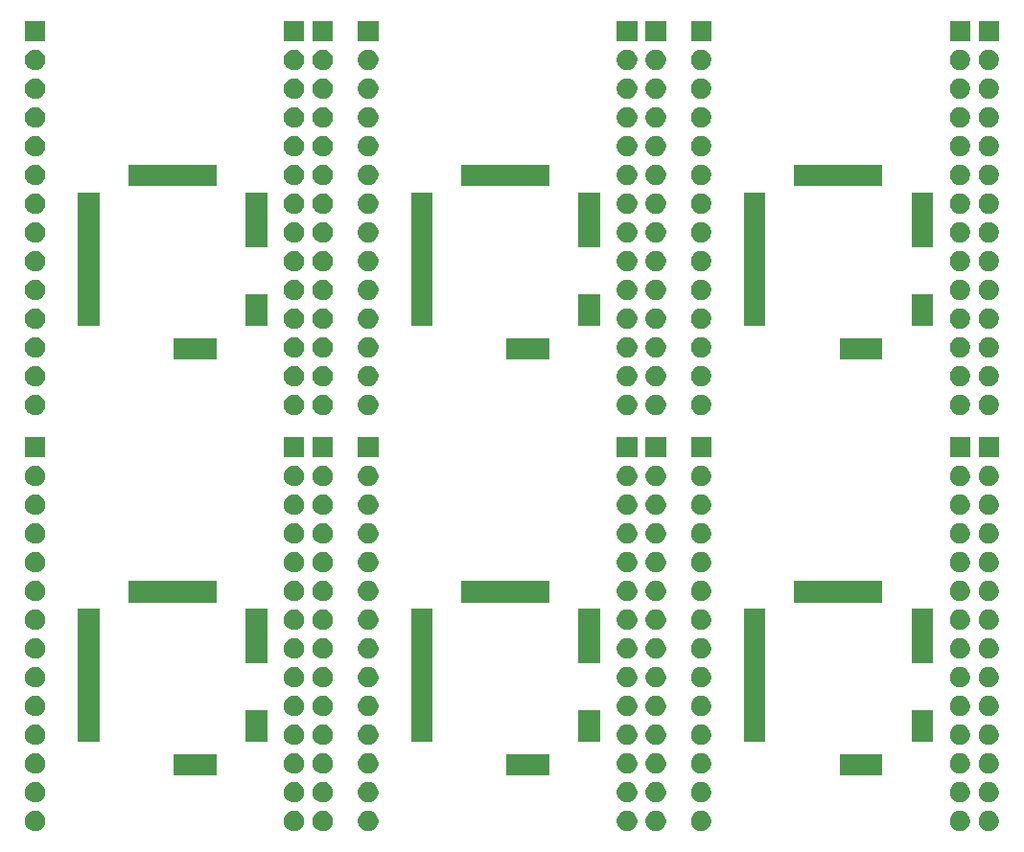
<source format=gbr>
G04 #@! TF.GenerationSoftware,KiCad,Pcbnew,5.1.5+dfsg1-2build2*
G04 #@! TF.CreationDate,2022-03-02T16:34:00-05:00*
G04 #@! TF.ProjectId,,58585858-5858-4585-9858-585858585858,rev?*
G04 #@! TF.SameCoordinates,Original*
G04 #@! TF.FileFunction,Soldermask,Top*
G04 #@! TF.FilePolarity,Negative*
%FSLAX46Y46*%
G04 Gerber Fmt 4.6, Leading zero omitted, Abs format (unit mm)*
G04 Created by KiCad (PCBNEW 5.1.5+dfsg1-2build2) date 2022-03-02 16:34:00*
%MOMM*%
%LPD*%
G04 APERTURE LIST*
%ADD10C,0.100000*%
G04 APERTURE END LIST*
D10*
G36*
X102305952Y-115165927D02*
G01*
X102455252Y-115195624D01*
X102619224Y-115263544D01*
X102766794Y-115362147D01*
X102892293Y-115487646D01*
X102990896Y-115635216D01*
X103058816Y-115799188D01*
X103093440Y-115973259D01*
X103093440Y-116150741D01*
X103058816Y-116324812D01*
X102990896Y-116488784D01*
X102892293Y-116636354D01*
X102766794Y-116761853D01*
X102619224Y-116860456D01*
X102455252Y-116928376D01*
X102305952Y-116958073D01*
X102281182Y-116963000D01*
X102103698Y-116963000D01*
X102078928Y-116958073D01*
X101929628Y-116928376D01*
X101765656Y-116860456D01*
X101618086Y-116761853D01*
X101492587Y-116636354D01*
X101393984Y-116488784D01*
X101326064Y-116324812D01*
X101291440Y-116150741D01*
X101291440Y-115973259D01*
X101326064Y-115799188D01*
X101393984Y-115635216D01*
X101492587Y-115487646D01*
X101618086Y-115362147D01*
X101765656Y-115263544D01*
X101929628Y-115195624D01*
X102078928Y-115165927D01*
X102103698Y-115161000D01*
X102281182Y-115161000D01*
X102305952Y-115165927D01*
G37*
G36*
X72905952Y-115165927D02*
G01*
X73055252Y-115195624D01*
X73219224Y-115263544D01*
X73366794Y-115362147D01*
X73492293Y-115487646D01*
X73590896Y-115635216D01*
X73658816Y-115799188D01*
X73693440Y-115973259D01*
X73693440Y-116150741D01*
X73658816Y-116324812D01*
X73590896Y-116488784D01*
X73492293Y-116636354D01*
X73366794Y-116761853D01*
X73219224Y-116860456D01*
X73055252Y-116928376D01*
X72905952Y-116958073D01*
X72881182Y-116963000D01*
X72703698Y-116963000D01*
X72678928Y-116958073D01*
X72529628Y-116928376D01*
X72365656Y-116860456D01*
X72218086Y-116761853D01*
X72092587Y-116636354D01*
X71993984Y-116488784D01*
X71926064Y-116324812D01*
X71891440Y-116150741D01*
X71891440Y-115973259D01*
X71926064Y-115799188D01*
X71993984Y-115635216D01*
X72092587Y-115487646D01*
X72218086Y-115362147D01*
X72365656Y-115263544D01*
X72529628Y-115195624D01*
X72678928Y-115165927D01*
X72703698Y-115161000D01*
X72881182Y-115161000D01*
X72905952Y-115165927D01*
G37*
G36*
X131705952Y-115165927D02*
G01*
X131855252Y-115195624D01*
X132019224Y-115263544D01*
X132166794Y-115362147D01*
X132292293Y-115487646D01*
X132390896Y-115635216D01*
X132458816Y-115799188D01*
X132493440Y-115973259D01*
X132493440Y-116150741D01*
X132458816Y-116324812D01*
X132390896Y-116488784D01*
X132292293Y-116636354D01*
X132166794Y-116761853D01*
X132019224Y-116860456D01*
X131855252Y-116928376D01*
X131705952Y-116958073D01*
X131681182Y-116963000D01*
X131503698Y-116963000D01*
X131478928Y-116958073D01*
X131329628Y-116928376D01*
X131165656Y-116860456D01*
X131018086Y-116761853D01*
X130892587Y-116636354D01*
X130793984Y-116488784D01*
X130726064Y-116324812D01*
X130691440Y-116150741D01*
X130691440Y-115973259D01*
X130726064Y-115799188D01*
X130793984Y-115635216D01*
X130892587Y-115487646D01*
X131018086Y-115362147D01*
X131165656Y-115263544D01*
X131329628Y-115195624D01*
X131478928Y-115165927D01*
X131503698Y-115161000D01*
X131681182Y-115161000D01*
X131705952Y-115165927D01*
G37*
G36*
X95765952Y-115165927D02*
G01*
X95915252Y-115195624D01*
X96079224Y-115263544D01*
X96226794Y-115362147D01*
X96352293Y-115487646D01*
X96450896Y-115635216D01*
X96518816Y-115799188D01*
X96553440Y-115973259D01*
X96553440Y-116150741D01*
X96518816Y-116324812D01*
X96450896Y-116488784D01*
X96352293Y-116636354D01*
X96226794Y-116761853D01*
X96079224Y-116860456D01*
X95915252Y-116928376D01*
X95765952Y-116958073D01*
X95741182Y-116963000D01*
X95563698Y-116963000D01*
X95538928Y-116958073D01*
X95389628Y-116928376D01*
X95225656Y-116860456D01*
X95078086Y-116761853D01*
X94952587Y-116636354D01*
X94853984Y-116488784D01*
X94786064Y-116324812D01*
X94751440Y-116150741D01*
X94751440Y-115973259D01*
X94786064Y-115799188D01*
X94853984Y-115635216D01*
X94952587Y-115487646D01*
X95078086Y-115362147D01*
X95225656Y-115263544D01*
X95389628Y-115195624D01*
X95538928Y-115165927D01*
X95563698Y-115161000D01*
X95741182Y-115161000D01*
X95765952Y-115165927D01*
G37*
G36*
X125165952Y-115165927D02*
G01*
X125315252Y-115195624D01*
X125479224Y-115263544D01*
X125626794Y-115362147D01*
X125752293Y-115487646D01*
X125850896Y-115635216D01*
X125918816Y-115799188D01*
X125953440Y-115973259D01*
X125953440Y-116150741D01*
X125918816Y-116324812D01*
X125850896Y-116488784D01*
X125752293Y-116636354D01*
X125626794Y-116761853D01*
X125479224Y-116860456D01*
X125315252Y-116928376D01*
X125165952Y-116958073D01*
X125141182Y-116963000D01*
X124963698Y-116963000D01*
X124938928Y-116958073D01*
X124789628Y-116928376D01*
X124625656Y-116860456D01*
X124478086Y-116761853D01*
X124352587Y-116636354D01*
X124253984Y-116488784D01*
X124186064Y-116324812D01*
X124151440Y-116150741D01*
X124151440Y-115973259D01*
X124186064Y-115799188D01*
X124253984Y-115635216D01*
X124352587Y-115487646D01*
X124478086Y-115362147D01*
X124625656Y-115263544D01*
X124789628Y-115195624D01*
X124938928Y-115165927D01*
X124963698Y-115161000D01*
X125141182Y-115161000D01*
X125165952Y-115165927D01*
G37*
G36*
X98305952Y-115165927D02*
G01*
X98455252Y-115195624D01*
X98619224Y-115263544D01*
X98766794Y-115362147D01*
X98892293Y-115487646D01*
X98990896Y-115635216D01*
X99058816Y-115799188D01*
X99093440Y-115973259D01*
X99093440Y-116150741D01*
X99058816Y-116324812D01*
X98990896Y-116488784D01*
X98892293Y-116636354D01*
X98766794Y-116761853D01*
X98619224Y-116860456D01*
X98455252Y-116928376D01*
X98305952Y-116958073D01*
X98281182Y-116963000D01*
X98103698Y-116963000D01*
X98078928Y-116958073D01*
X97929628Y-116928376D01*
X97765656Y-116860456D01*
X97618086Y-116761853D01*
X97492587Y-116636354D01*
X97393984Y-116488784D01*
X97326064Y-116324812D01*
X97291440Y-116150741D01*
X97291440Y-115973259D01*
X97326064Y-115799188D01*
X97393984Y-115635216D01*
X97492587Y-115487646D01*
X97618086Y-115362147D01*
X97765656Y-115263544D01*
X97929628Y-115195624D01*
X98078928Y-115165927D01*
X98103698Y-115161000D01*
X98281182Y-115161000D01*
X98305952Y-115165927D01*
G37*
G36*
X127705952Y-115165927D02*
G01*
X127855252Y-115195624D01*
X128019224Y-115263544D01*
X128166794Y-115362147D01*
X128292293Y-115487646D01*
X128390896Y-115635216D01*
X128458816Y-115799188D01*
X128493440Y-115973259D01*
X128493440Y-116150741D01*
X128458816Y-116324812D01*
X128390896Y-116488784D01*
X128292293Y-116636354D01*
X128166794Y-116761853D01*
X128019224Y-116860456D01*
X127855252Y-116928376D01*
X127705952Y-116958073D01*
X127681182Y-116963000D01*
X127503698Y-116963000D01*
X127478928Y-116958073D01*
X127329628Y-116928376D01*
X127165656Y-116860456D01*
X127018086Y-116761853D01*
X126892587Y-116636354D01*
X126793984Y-116488784D01*
X126726064Y-116324812D01*
X126691440Y-116150741D01*
X126691440Y-115973259D01*
X126726064Y-115799188D01*
X126793984Y-115635216D01*
X126892587Y-115487646D01*
X127018086Y-115362147D01*
X127165656Y-115263544D01*
X127329628Y-115195624D01*
X127478928Y-115165927D01*
X127503698Y-115161000D01*
X127681182Y-115161000D01*
X127705952Y-115165927D01*
G37*
G36*
X157105952Y-115165927D02*
G01*
X157255252Y-115195624D01*
X157419224Y-115263544D01*
X157566794Y-115362147D01*
X157692293Y-115487646D01*
X157790896Y-115635216D01*
X157858816Y-115799188D01*
X157893440Y-115973259D01*
X157893440Y-116150741D01*
X157858816Y-116324812D01*
X157790896Y-116488784D01*
X157692293Y-116636354D01*
X157566794Y-116761853D01*
X157419224Y-116860456D01*
X157255252Y-116928376D01*
X157105952Y-116958073D01*
X157081182Y-116963000D01*
X156903698Y-116963000D01*
X156878928Y-116958073D01*
X156729628Y-116928376D01*
X156565656Y-116860456D01*
X156418086Y-116761853D01*
X156292587Y-116636354D01*
X156193984Y-116488784D01*
X156126064Y-116324812D01*
X156091440Y-116150741D01*
X156091440Y-115973259D01*
X156126064Y-115799188D01*
X156193984Y-115635216D01*
X156292587Y-115487646D01*
X156418086Y-115362147D01*
X156565656Y-115263544D01*
X156729628Y-115195624D01*
X156878928Y-115165927D01*
X156903698Y-115161000D01*
X157081182Y-115161000D01*
X157105952Y-115165927D01*
G37*
G36*
X154565952Y-115165927D02*
G01*
X154715252Y-115195624D01*
X154879224Y-115263544D01*
X155026794Y-115362147D01*
X155152293Y-115487646D01*
X155250896Y-115635216D01*
X155318816Y-115799188D01*
X155353440Y-115973259D01*
X155353440Y-116150741D01*
X155318816Y-116324812D01*
X155250896Y-116488784D01*
X155152293Y-116636354D01*
X155026794Y-116761853D01*
X154879224Y-116860456D01*
X154715252Y-116928376D01*
X154565952Y-116958073D01*
X154541182Y-116963000D01*
X154363698Y-116963000D01*
X154338928Y-116958073D01*
X154189628Y-116928376D01*
X154025656Y-116860456D01*
X153878086Y-116761853D01*
X153752587Y-116636354D01*
X153653984Y-116488784D01*
X153586064Y-116324812D01*
X153551440Y-116150741D01*
X153551440Y-115973259D01*
X153586064Y-115799188D01*
X153653984Y-115635216D01*
X153752587Y-115487646D01*
X153878086Y-115362147D01*
X154025656Y-115263544D01*
X154189628Y-115195624D01*
X154338928Y-115165927D01*
X154363698Y-115161000D01*
X154541182Y-115161000D01*
X154565952Y-115165927D01*
G37*
G36*
X72905952Y-112625927D02*
G01*
X73055252Y-112655624D01*
X73219224Y-112723544D01*
X73366794Y-112822147D01*
X73492293Y-112947646D01*
X73590896Y-113095216D01*
X73658816Y-113259188D01*
X73693440Y-113433259D01*
X73693440Y-113610741D01*
X73658816Y-113784812D01*
X73590896Y-113948784D01*
X73492293Y-114096354D01*
X73366794Y-114221853D01*
X73219224Y-114320456D01*
X73055252Y-114388376D01*
X72905952Y-114418073D01*
X72881182Y-114423000D01*
X72703698Y-114423000D01*
X72678928Y-114418073D01*
X72529628Y-114388376D01*
X72365656Y-114320456D01*
X72218086Y-114221853D01*
X72092587Y-114096354D01*
X71993984Y-113948784D01*
X71926064Y-113784812D01*
X71891440Y-113610741D01*
X71891440Y-113433259D01*
X71926064Y-113259188D01*
X71993984Y-113095216D01*
X72092587Y-112947646D01*
X72218086Y-112822147D01*
X72365656Y-112723544D01*
X72529628Y-112655624D01*
X72678928Y-112625927D01*
X72703698Y-112621000D01*
X72881182Y-112621000D01*
X72905952Y-112625927D01*
G37*
G36*
X102305952Y-112625927D02*
G01*
X102455252Y-112655624D01*
X102619224Y-112723544D01*
X102766794Y-112822147D01*
X102892293Y-112947646D01*
X102990896Y-113095216D01*
X103058816Y-113259188D01*
X103093440Y-113433259D01*
X103093440Y-113610741D01*
X103058816Y-113784812D01*
X102990896Y-113948784D01*
X102892293Y-114096354D01*
X102766794Y-114221853D01*
X102619224Y-114320456D01*
X102455252Y-114388376D01*
X102305952Y-114418073D01*
X102281182Y-114423000D01*
X102103698Y-114423000D01*
X102078928Y-114418073D01*
X101929628Y-114388376D01*
X101765656Y-114320456D01*
X101618086Y-114221853D01*
X101492587Y-114096354D01*
X101393984Y-113948784D01*
X101326064Y-113784812D01*
X101291440Y-113610741D01*
X101291440Y-113433259D01*
X101326064Y-113259188D01*
X101393984Y-113095216D01*
X101492587Y-112947646D01*
X101618086Y-112822147D01*
X101765656Y-112723544D01*
X101929628Y-112655624D01*
X102078928Y-112625927D01*
X102103698Y-112621000D01*
X102281182Y-112621000D01*
X102305952Y-112625927D01*
G37*
G36*
X131705952Y-112625927D02*
G01*
X131855252Y-112655624D01*
X132019224Y-112723544D01*
X132166794Y-112822147D01*
X132292293Y-112947646D01*
X132390896Y-113095216D01*
X132458816Y-113259188D01*
X132493440Y-113433259D01*
X132493440Y-113610741D01*
X132458816Y-113784812D01*
X132390896Y-113948784D01*
X132292293Y-114096354D01*
X132166794Y-114221853D01*
X132019224Y-114320456D01*
X131855252Y-114388376D01*
X131705952Y-114418073D01*
X131681182Y-114423000D01*
X131503698Y-114423000D01*
X131478928Y-114418073D01*
X131329628Y-114388376D01*
X131165656Y-114320456D01*
X131018086Y-114221853D01*
X130892587Y-114096354D01*
X130793984Y-113948784D01*
X130726064Y-113784812D01*
X130691440Y-113610741D01*
X130691440Y-113433259D01*
X130726064Y-113259188D01*
X130793984Y-113095216D01*
X130892587Y-112947646D01*
X131018086Y-112822147D01*
X131165656Y-112723544D01*
X131329628Y-112655624D01*
X131478928Y-112625927D01*
X131503698Y-112621000D01*
X131681182Y-112621000D01*
X131705952Y-112625927D01*
G37*
G36*
X95765952Y-112625927D02*
G01*
X95915252Y-112655624D01*
X96079224Y-112723544D01*
X96226794Y-112822147D01*
X96352293Y-112947646D01*
X96450896Y-113095216D01*
X96518816Y-113259188D01*
X96553440Y-113433259D01*
X96553440Y-113610741D01*
X96518816Y-113784812D01*
X96450896Y-113948784D01*
X96352293Y-114096354D01*
X96226794Y-114221853D01*
X96079224Y-114320456D01*
X95915252Y-114388376D01*
X95765952Y-114418073D01*
X95741182Y-114423000D01*
X95563698Y-114423000D01*
X95538928Y-114418073D01*
X95389628Y-114388376D01*
X95225656Y-114320456D01*
X95078086Y-114221853D01*
X94952587Y-114096354D01*
X94853984Y-113948784D01*
X94786064Y-113784812D01*
X94751440Y-113610741D01*
X94751440Y-113433259D01*
X94786064Y-113259188D01*
X94853984Y-113095216D01*
X94952587Y-112947646D01*
X95078086Y-112822147D01*
X95225656Y-112723544D01*
X95389628Y-112655624D01*
X95538928Y-112625927D01*
X95563698Y-112621000D01*
X95741182Y-112621000D01*
X95765952Y-112625927D01*
G37*
G36*
X98305952Y-112625927D02*
G01*
X98455252Y-112655624D01*
X98619224Y-112723544D01*
X98766794Y-112822147D01*
X98892293Y-112947646D01*
X98990896Y-113095216D01*
X99058816Y-113259188D01*
X99093440Y-113433259D01*
X99093440Y-113610741D01*
X99058816Y-113784812D01*
X98990896Y-113948784D01*
X98892293Y-114096354D01*
X98766794Y-114221853D01*
X98619224Y-114320456D01*
X98455252Y-114388376D01*
X98305952Y-114418073D01*
X98281182Y-114423000D01*
X98103698Y-114423000D01*
X98078928Y-114418073D01*
X97929628Y-114388376D01*
X97765656Y-114320456D01*
X97618086Y-114221853D01*
X97492587Y-114096354D01*
X97393984Y-113948784D01*
X97326064Y-113784812D01*
X97291440Y-113610741D01*
X97291440Y-113433259D01*
X97326064Y-113259188D01*
X97393984Y-113095216D01*
X97492587Y-112947646D01*
X97618086Y-112822147D01*
X97765656Y-112723544D01*
X97929628Y-112655624D01*
X98078928Y-112625927D01*
X98103698Y-112621000D01*
X98281182Y-112621000D01*
X98305952Y-112625927D01*
G37*
G36*
X127705952Y-112625927D02*
G01*
X127855252Y-112655624D01*
X128019224Y-112723544D01*
X128166794Y-112822147D01*
X128292293Y-112947646D01*
X128390896Y-113095216D01*
X128458816Y-113259188D01*
X128493440Y-113433259D01*
X128493440Y-113610741D01*
X128458816Y-113784812D01*
X128390896Y-113948784D01*
X128292293Y-114096354D01*
X128166794Y-114221853D01*
X128019224Y-114320456D01*
X127855252Y-114388376D01*
X127705952Y-114418073D01*
X127681182Y-114423000D01*
X127503698Y-114423000D01*
X127478928Y-114418073D01*
X127329628Y-114388376D01*
X127165656Y-114320456D01*
X127018086Y-114221853D01*
X126892587Y-114096354D01*
X126793984Y-113948784D01*
X126726064Y-113784812D01*
X126691440Y-113610741D01*
X126691440Y-113433259D01*
X126726064Y-113259188D01*
X126793984Y-113095216D01*
X126892587Y-112947646D01*
X127018086Y-112822147D01*
X127165656Y-112723544D01*
X127329628Y-112655624D01*
X127478928Y-112625927D01*
X127503698Y-112621000D01*
X127681182Y-112621000D01*
X127705952Y-112625927D01*
G37*
G36*
X157105952Y-112625927D02*
G01*
X157255252Y-112655624D01*
X157419224Y-112723544D01*
X157566794Y-112822147D01*
X157692293Y-112947646D01*
X157790896Y-113095216D01*
X157858816Y-113259188D01*
X157893440Y-113433259D01*
X157893440Y-113610741D01*
X157858816Y-113784812D01*
X157790896Y-113948784D01*
X157692293Y-114096354D01*
X157566794Y-114221853D01*
X157419224Y-114320456D01*
X157255252Y-114388376D01*
X157105952Y-114418073D01*
X157081182Y-114423000D01*
X156903698Y-114423000D01*
X156878928Y-114418073D01*
X156729628Y-114388376D01*
X156565656Y-114320456D01*
X156418086Y-114221853D01*
X156292587Y-114096354D01*
X156193984Y-113948784D01*
X156126064Y-113784812D01*
X156091440Y-113610741D01*
X156091440Y-113433259D01*
X156126064Y-113259188D01*
X156193984Y-113095216D01*
X156292587Y-112947646D01*
X156418086Y-112822147D01*
X156565656Y-112723544D01*
X156729628Y-112655624D01*
X156878928Y-112625927D01*
X156903698Y-112621000D01*
X157081182Y-112621000D01*
X157105952Y-112625927D01*
G37*
G36*
X125165952Y-112625927D02*
G01*
X125315252Y-112655624D01*
X125479224Y-112723544D01*
X125626794Y-112822147D01*
X125752293Y-112947646D01*
X125850896Y-113095216D01*
X125918816Y-113259188D01*
X125953440Y-113433259D01*
X125953440Y-113610741D01*
X125918816Y-113784812D01*
X125850896Y-113948784D01*
X125752293Y-114096354D01*
X125626794Y-114221853D01*
X125479224Y-114320456D01*
X125315252Y-114388376D01*
X125165952Y-114418073D01*
X125141182Y-114423000D01*
X124963698Y-114423000D01*
X124938928Y-114418073D01*
X124789628Y-114388376D01*
X124625656Y-114320456D01*
X124478086Y-114221853D01*
X124352587Y-114096354D01*
X124253984Y-113948784D01*
X124186064Y-113784812D01*
X124151440Y-113610741D01*
X124151440Y-113433259D01*
X124186064Y-113259188D01*
X124253984Y-113095216D01*
X124352587Y-112947646D01*
X124478086Y-112822147D01*
X124625656Y-112723544D01*
X124789628Y-112655624D01*
X124938928Y-112625927D01*
X124963698Y-112621000D01*
X125141182Y-112621000D01*
X125165952Y-112625927D01*
G37*
G36*
X154565952Y-112625927D02*
G01*
X154715252Y-112655624D01*
X154879224Y-112723544D01*
X155026794Y-112822147D01*
X155152293Y-112947646D01*
X155250896Y-113095216D01*
X155318816Y-113259188D01*
X155353440Y-113433259D01*
X155353440Y-113610741D01*
X155318816Y-113784812D01*
X155250896Y-113948784D01*
X155152293Y-114096354D01*
X155026794Y-114221853D01*
X154879224Y-114320456D01*
X154715252Y-114388376D01*
X154565952Y-114418073D01*
X154541182Y-114423000D01*
X154363698Y-114423000D01*
X154338928Y-114418073D01*
X154189628Y-114388376D01*
X154025656Y-114320456D01*
X153878086Y-114221853D01*
X153752587Y-114096354D01*
X153653984Y-113948784D01*
X153586064Y-113784812D01*
X153551440Y-113610741D01*
X153551440Y-113433259D01*
X153586064Y-113259188D01*
X153653984Y-113095216D01*
X153752587Y-112947646D01*
X153878086Y-112822147D01*
X154025656Y-112723544D01*
X154189628Y-112655624D01*
X154338928Y-112625927D01*
X154363698Y-112621000D01*
X154541182Y-112621000D01*
X154565952Y-112625927D01*
G37*
G36*
X147623440Y-112053000D02*
G01*
X143821440Y-112053000D01*
X143821440Y-110151000D01*
X147623440Y-110151000D01*
X147623440Y-112053000D01*
G37*
G36*
X118223440Y-112053000D02*
G01*
X114421440Y-112053000D01*
X114421440Y-110151000D01*
X118223440Y-110151000D01*
X118223440Y-112053000D01*
G37*
G36*
X88823440Y-112053000D02*
G01*
X85021440Y-112053000D01*
X85021440Y-110151000D01*
X88823440Y-110151000D01*
X88823440Y-112053000D01*
G37*
G36*
X98305952Y-110085927D02*
G01*
X98455252Y-110115624D01*
X98619224Y-110183544D01*
X98766794Y-110282147D01*
X98892293Y-110407646D01*
X98990896Y-110555216D01*
X99058816Y-110719188D01*
X99093440Y-110893259D01*
X99093440Y-111070741D01*
X99058816Y-111244812D01*
X98990896Y-111408784D01*
X98892293Y-111556354D01*
X98766794Y-111681853D01*
X98619224Y-111780456D01*
X98455252Y-111848376D01*
X98305952Y-111878073D01*
X98281182Y-111883000D01*
X98103698Y-111883000D01*
X98078928Y-111878073D01*
X97929628Y-111848376D01*
X97765656Y-111780456D01*
X97618086Y-111681853D01*
X97492587Y-111556354D01*
X97393984Y-111408784D01*
X97326064Y-111244812D01*
X97291440Y-111070741D01*
X97291440Y-110893259D01*
X97326064Y-110719188D01*
X97393984Y-110555216D01*
X97492587Y-110407646D01*
X97618086Y-110282147D01*
X97765656Y-110183544D01*
X97929628Y-110115624D01*
X98078928Y-110085927D01*
X98103698Y-110081000D01*
X98281182Y-110081000D01*
X98305952Y-110085927D01*
G37*
G36*
X131705952Y-110085927D02*
G01*
X131855252Y-110115624D01*
X132019224Y-110183544D01*
X132166794Y-110282147D01*
X132292293Y-110407646D01*
X132390896Y-110555216D01*
X132458816Y-110719188D01*
X132493440Y-110893259D01*
X132493440Y-111070741D01*
X132458816Y-111244812D01*
X132390896Y-111408784D01*
X132292293Y-111556354D01*
X132166794Y-111681853D01*
X132019224Y-111780456D01*
X131855252Y-111848376D01*
X131705952Y-111878073D01*
X131681182Y-111883000D01*
X131503698Y-111883000D01*
X131478928Y-111878073D01*
X131329628Y-111848376D01*
X131165656Y-111780456D01*
X131018086Y-111681853D01*
X130892587Y-111556354D01*
X130793984Y-111408784D01*
X130726064Y-111244812D01*
X130691440Y-111070741D01*
X130691440Y-110893259D01*
X130726064Y-110719188D01*
X130793984Y-110555216D01*
X130892587Y-110407646D01*
X131018086Y-110282147D01*
X131165656Y-110183544D01*
X131329628Y-110115624D01*
X131478928Y-110085927D01*
X131503698Y-110081000D01*
X131681182Y-110081000D01*
X131705952Y-110085927D01*
G37*
G36*
X125165952Y-110085927D02*
G01*
X125315252Y-110115624D01*
X125479224Y-110183544D01*
X125626794Y-110282147D01*
X125752293Y-110407646D01*
X125850896Y-110555216D01*
X125918816Y-110719188D01*
X125953440Y-110893259D01*
X125953440Y-111070741D01*
X125918816Y-111244812D01*
X125850896Y-111408784D01*
X125752293Y-111556354D01*
X125626794Y-111681853D01*
X125479224Y-111780456D01*
X125315252Y-111848376D01*
X125165952Y-111878073D01*
X125141182Y-111883000D01*
X124963698Y-111883000D01*
X124938928Y-111878073D01*
X124789628Y-111848376D01*
X124625656Y-111780456D01*
X124478086Y-111681853D01*
X124352587Y-111556354D01*
X124253984Y-111408784D01*
X124186064Y-111244812D01*
X124151440Y-111070741D01*
X124151440Y-110893259D01*
X124186064Y-110719188D01*
X124253984Y-110555216D01*
X124352587Y-110407646D01*
X124478086Y-110282147D01*
X124625656Y-110183544D01*
X124789628Y-110115624D01*
X124938928Y-110085927D01*
X124963698Y-110081000D01*
X125141182Y-110081000D01*
X125165952Y-110085927D01*
G37*
G36*
X95765952Y-110085927D02*
G01*
X95915252Y-110115624D01*
X96079224Y-110183544D01*
X96226794Y-110282147D01*
X96352293Y-110407646D01*
X96450896Y-110555216D01*
X96518816Y-110719188D01*
X96553440Y-110893259D01*
X96553440Y-111070741D01*
X96518816Y-111244812D01*
X96450896Y-111408784D01*
X96352293Y-111556354D01*
X96226794Y-111681853D01*
X96079224Y-111780456D01*
X95915252Y-111848376D01*
X95765952Y-111878073D01*
X95741182Y-111883000D01*
X95563698Y-111883000D01*
X95538928Y-111878073D01*
X95389628Y-111848376D01*
X95225656Y-111780456D01*
X95078086Y-111681853D01*
X94952587Y-111556354D01*
X94853984Y-111408784D01*
X94786064Y-111244812D01*
X94751440Y-111070741D01*
X94751440Y-110893259D01*
X94786064Y-110719188D01*
X94853984Y-110555216D01*
X94952587Y-110407646D01*
X95078086Y-110282147D01*
X95225656Y-110183544D01*
X95389628Y-110115624D01*
X95538928Y-110085927D01*
X95563698Y-110081000D01*
X95741182Y-110081000D01*
X95765952Y-110085927D01*
G37*
G36*
X72905952Y-110085927D02*
G01*
X73055252Y-110115624D01*
X73219224Y-110183544D01*
X73366794Y-110282147D01*
X73492293Y-110407646D01*
X73590896Y-110555216D01*
X73658816Y-110719188D01*
X73693440Y-110893259D01*
X73693440Y-111070741D01*
X73658816Y-111244812D01*
X73590896Y-111408784D01*
X73492293Y-111556354D01*
X73366794Y-111681853D01*
X73219224Y-111780456D01*
X73055252Y-111848376D01*
X72905952Y-111878073D01*
X72881182Y-111883000D01*
X72703698Y-111883000D01*
X72678928Y-111878073D01*
X72529628Y-111848376D01*
X72365656Y-111780456D01*
X72218086Y-111681853D01*
X72092587Y-111556354D01*
X71993984Y-111408784D01*
X71926064Y-111244812D01*
X71891440Y-111070741D01*
X71891440Y-110893259D01*
X71926064Y-110719188D01*
X71993984Y-110555216D01*
X72092587Y-110407646D01*
X72218086Y-110282147D01*
X72365656Y-110183544D01*
X72529628Y-110115624D01*
X72678928Y-110085927D01*
X72703698Y-110081000D01*
X72881182Y-110081000D01*
X72905952Y-110085927D01*
G37*
G36*
X154565952Y-110085927D02*
G01*
X154715252Y-110115624D01*
X154879224Y-110183544D01*
X155026794Y-110282147D01*
X155152293Y-110407646D01*
X155250896Y-110555216D01*
X155318816Y-110719188D01*
X155353440Y-110893259D01*
X155353440Y-111070741D01*
X155318816Y-111244812D01*
X155250896Y-111408784D01*
X155152293Y-111556354D01*
X155026794Y-111681853D01*
X154879224Y-111780456D01*
X154715252Y-111848376D01*
X154565952Y-111878073D01*
X154541182Y-111883000D01*
X154363698Y-111883000D01*
X154338928Y-111878073D01*
X154189628Y-111848376D01*
X154025656Y-111780456D01*
X153878086Y-111681853D01*
X153752587Y-111556354D01*
X153653984Y-111408784D01*
X153586064Y-111244812D01*
X153551440Y-111070741D01*
X153551440Y-110893259D01*
X153586064Y-110719188D01*
X153653984Y-110555216D01*
X153752587Y-110407646D01*
X153878086Y-110282147D01*
X154025656Y-110183544D01*
X154189628Y-110115624D01*
X154338928Y-110085927D01*
X154363698Y-110081000D01*
X154541182Y-110081000D01*
X154565952Y-110085927D01*
G37*
G36*
X157105952Y-110085927D02*
G01*
X157255252Y-110115624D01*
X157419224Y-110183544D01*
X157566794Y-110282147D01*
X157692293Y-110407646D01*
X157790896Y-110555216D01*
X157858816Y-110719188D01*
X157893440Y-110893259D01*
X157893440Y-111070741D01*
X157858816Y-111244812D01*
X157790896Y-111408784D01*
X157692293Y-111556354D01*
X157566794Y-111681853D01*
X157419224Y-111780456D01*
X157255252Y-111848376D01*
X157105952Y-111878073D01*
X157081182Y-111883000D01*
X156903698Y-111883000D01*
X156878928Y-111878073D01*
X156729628Y-111848376D01*
X156565656Y-111780456D01*
X156418086Y-111681853D01*
X156292587Y-111556354D01*
X156193984Y-111408784D01*
X156126064Y-111244812D01*
X156091440Y-111070741D01*
X156091440Y-110893259D01*
X156126064Y-110719188D01*
X156193984Y-110555216D01*
X156292587Y-110407646D01*
X156418086Y-110282147D01*
X156565656Y-110183544D01*
X156729628Y-110115624D01*
X156878928Y-110085927D01*
X156903698Y-110081000D01*
X157081182Y-110081000D01*
X157105952Y-110085927D01*
G37*
G36*
X127705952Y-110085927D02*
G01*
X127855252Y-110115624D01*
X128019224Y-110183544D01*
X128166794Y-110282147D01*
X128292293Y-110407646D01*
X128390896Y-110555216D01*
X128458816Y-110719188D01*
X128493440Y-110893259D01*
X128493440Y-111070741D01*
X128458816Y-111244812D01*
X128390896Y-111408784D01*
X128292293Y-111556354D01*
X128166794Y-111681853D01*
X128019224Y-111780456D01*
X127855252Y-111848376D01*
X127705952Y-111878073D01*
X127681182Y-111883000D01*
X127503698Y-111883000D01*
X127478928Y-111878073D01*
X127329628Y-111848376D01*
X127165656Y-111780456D01*
X127018086Y-111681853D01*
X126892587Y-111556354D01*
X126793984Y-111408784D01*
X126726064Y-111244812D01*
X126691440Y-111070741D01*
X126691440Y-110893259D01*
X126726064Y-110719188D01*
X126793984Y-110555216D01*
X126892587Y-110407646D01*
X127018086Y-110282147D01*
X127165656Y-110183544D01*
X127329628Y-110115624D01*
X127478928Y-110085927D01*
X127503698Y-110081000D01*
X127681182Y-110081000D01*
X127705952Y-110085927D01*
G37*
G36*
X102305952Y-110085927D02*
G01*
X102455252Y-110115624D01*
X102619224Y-110183544D01*
X102766794Y-110282147D01*
X102892293Y-110407646D01*
X102990896Y-110555216D01*
X103058816Y-110719188D01*
X103093440Y-110893259D01*
X103093440Y-111070741D01*
X103058816Y-111244812D01*
X102990896Y-111408784D01*
X102892293Y-111556354D01*
X102766794Y-111681853D01*
X102619224Y-111780456D01*
X102455252Y-111848376D01*
X102305952Y-111878073D01*
X102281182Y-111883000D01*
X102103698Y-111883000D01*
X102078928Y-111878073D01*
X101929628Y-111848376D01*
X101765656Y-111780456D01*
X101618086Y-111681853D01*
X101492587Y-111556354D01*
X101393984Y-111408784D01*
X101326064Y-111244812D01*
X101291440Y-111070741D01*
X101291440Y-110893259D01*
X101326064Y-110719188D01*
X101393984Y-110555216D01*
X101492587Y-110407646D01*
X101618086Y-110282147D01*
X101765656Y-110183544D01*
X101929628Y-110115624D01*
X102078928Y-110085927D01*
X102103698Y-110081000D01*
X102281182Y-110081000D01*
X102305952Y-110085927D01*
G37*
G36*
X131705952Y-107545927D02*
G01*
X131855252Y-107575624D01*
X132019224Y-107643544D01*
X132166794Y-107742147D01*
X132292293Y-107867646D01*
X132390896Y-108015216D01*
X132458816Y-108179188D01*
X132493440Y-108353259D01*
X132493440Y-108530741D01*
X132458816Y-108704812D01*
X132390896Y-108868784D01*
X132292293Y-109016354D01*
X132166794Y-109141853D01*
X132019224Y-109240456D01*
X131855252Y-109308376D01*
X131705952Y-109338073D01*
X131681182Y-109343000D01*
X131503698Y-109343000D01*
X131478928Y-109338073D01*
X131329628Y-109308376D01*
X131165656Y-109240456D01*
X131018086Y-109141853D01*
X130892587Y-109016354D01*
X130793984Y-108868784D01*
X130726064Y-108704812D01*
X130691440Y-108530741D01*
X130691440Y-108353259D01*
X130726064Y-108179188D01*
X130793984Y-108015216D01*
X130892587Y-107867646D01*
X131018086Y-107742147D01*
X131165656Y-107643544D01*
X131329628Y-107575624D01*
X131478928Y-107545927D01*
X131503698Y-107541000D01*
X131681182Y-107541000D01*
X131705952Y-107545927D01*
G37*
G36*
X98305952Y-107545927D02*
G01*
X98455252Y-107575624D01*
X98619224Y-107643544D01*
X98766794Y-107742147D01*
X98892293Y-107867646D01*
X98990896Y-108015216D01*
X99058816Y-108179188D01*
X99093440Y-108353259D01*
X99093440Y-108530741D01*
X99058816Y-108704812D01*
X98990896Y-108868784D01*
X98892293Y-109016354D01*
X98766794Y-109141853D01*
X98619224Y-109240456D01*
X98455252Y-109308376D01*
X98305952Y-109338073D01*
X98281182Y-109343000D01*
X98103698Y-109343000D01*
X98078928Y-109338073D01*
X97929628Y-109308376D01*
X97765656Y-109240456D01*
X97618086Y-109141853D01*
X97492587Y-109016354D01*
X97393984Y-108868784D01*
X97326064Y-108704812D01*
X97291440Y-108530741D01*
X97291440Y-108353259D01*
X97326064Y-108179188D01*
X97393984Y-108015216D01*
X97492587Y-107867646D01*
X97618086Y-107742147D01*
X97765656Y-107643544D01*
X97929628Y-107575624D01*
X98078928Y-107545927D01*
X98103698Y-107541000D01*
X98281182Y-107541000D01*
X98305952Y-107545927D01*
G37*
G36*
X125165952Y-107545927D02*
G01*
X125315252Y-107575624D01*
X125479224Y-107643544D01*
X125626794Y-107742147D01*
X125752293Y-107867646D01*
X125850896Y-108015216D01*
X125918816Y-108179188D01*
X125953440Y-108353259D01*
X125953440Y-108530741D01*
X125918816Y-108704812D01*
X125850896Y-108868784D01*
X125752293Y-109016354D01*
X125626794Y-109141853D01*
X125479224Y-109240456D01*
X125315252Y-109308376D01*
X125165952Y-109338073D01*
X125141182Y-109343000D01*
X124963698Y-109343000D01*
X124938928Y-109338073D01*
X124789628Y-109308376D01*
X124625656Y-109240456D01*
X124478086Y-109141853D01*
X124352587Y-109016354D01*
X124253984Y-108868784D01*
X124186064Y-108704812D01*
X124151440Y-108530741D01*
X124151440Y-108353259D01*
X124186064Y-108179188D01*
X124253984Y-108015216D01*
X124352587Y-107867646D01*
X124478086Y-107742147D01*
X124625656Y-107643544D01*
X124789628Y-107575624D01*
X124938928Y-107545927D01*
X124963698Y-107541000D01*
X125141182Y-107541000D01*
X125165952Y-107545927D01*
G37*
G36*
X95765952Y-107545927D02*
G01*
X95915252Y-107575624D01*
X96079224Y-107643544D01*
X96226794Y-107742147D01*
X96352293Y-107867646D01*
X96450896Y-108015216D01*
X96518816Y-108179188D01*
X96553440Y-108353259D01*
X96553440Y-108530741D01*
X96518816Y-108704812D01*
X96450896Y-108868784D01*
X96352293Y-109016354D01*
X96226794Y-109141853D01*
X96079224Y-109240456D01*
X95915252Y-109308376D01*
X95765952Y-109338073D01*
X95741182Y-109343000D01*
X95563698Y-109343000D01*
X95538928Y-109338073D01*
X95389628Y-109308376D01*
X95225656Y-109240456D01*
X95078086Y-109141853D01*
X94952587Y-109016354D01*
X94853984Y-108868784D01*
X94786064Y-108704812D01*
X94751440Y-108530741D01*
X94751440Y-108353259D01*
X94786064Y-108179188D01*
X94853984Y-108015216D01*
X94952587Y-107867646D01*
X95078086Y-107742147D01*
X95225656Y-107643544D01*
X95389628Y-107575624D01*
X95538928Y-107545927D01*
X95563698Y-107541000D01*
X95741182Y-107541000D01*
X95765952Y-107545927D01*
G37*
G36*
X102305952Y-107545927D02*
G01*
X102455252Y-107575624D01*
X102619224Y-107643544D01*
X102766794Y-107742147D01*
X102892293Y-107867646D01*
X102990896Y-108015216D01*
X103058816Y-108179188D01*
X103093440Y-108353259D01*
X103093440Y-108530741D01*
X103058816Y-108704812D01*
X102990896Y-108868784D01*
X102892293Y-109016354D01*
X102766794Y-109141853D01*
X102619224Y-109240456D01*
X102455252Y-109308376D01*
X102305952Y-109338073D01*
X102281182Y-109343000D01*
X102103698Y-109343000D01*
X102078928Y-109338073D01*
X101929628Y-109308376D01*
X101765656Y-109240456D01*
X101618086Y-109141853D01*
X101492587Y-109016354D01*
X101393984Y-108868784D01*
X101326064Y-108704812D01*
X101291440Y-108530741D01*
X101291440Y-108353259D01*
X101326064Y-108179188D01*
X101393984Y-108015216D01*
X101492587Y-107867646D01*
X101618086Y-107742147D01*
X101765656Y-107643544D01*
X101929628Y-107575624D01*
X102078928Y-107545927D01*
X102103698Y-107541000D01*
X102281182Y-107541000D01*
X102305952Y-107545927D01*
G37*
G36*
X72905952Y-107545927D02*
G01*
X73055252Y-107575624D01*
X73219224Y-107643544D01*
X73366794Y-107742147D01*
X73492293Y-107867646D01*
X73590896Y-108015216D01*
X73658816Y-108179188D01*
X73693440Y-108353259D01*
X73693440Y-108530741D01*
X73658816Y-108704812D01*
X73590896Y-108868784D01*
X73492293Y-109016354D01*
X73366794Y-109141853D01*
X73219224Y-109240456D01*
X73055252Y-109308376D01*
X72905952Y-109338073D01*
X72881182Y-109343000D01*
X72703698Y-109343000D01*
X72678928Y-109338073D01*
X72529628Y-109308376D01*
X72365656Y-109240456D01*
X72218086Y-109141853D01*
X72092587Y-109016354D01*
X71993984Y-108868784D01*
X71926064Y-108704812D01*
X71891440Y-108530741D01*
X71891440Y-108353259D01*
X71926064Y-108179188D01*
X71993984Y-108015216D01*
X72092587Y-107867646D01*
X72218086Y-107742147D01*
X72365656Y-107643544D01*
X72529628Y-107575624D01*
X72678928Y-107545927D01*
X72703698Y-107541000D01*
X72881182Y-107541000D01*
X72905952Y-107545927D01*
G37*
G36*
X154565952Y-107545927D02*
G01*
X154715252Y-107575624D01*
X154879224Y-107643544D01*
X155026794Y-107742147D01*
X155152293Y-107867646D01*
X155250896Y-108015216D01*
X155318816Y-108179188D01*
X155353440Y-108353259D01*
X155353440Y-108530741D01*
X155318816Y-108704812D01*
X155250896Y-108868784D01*
X155152293Y-109016354D01*
X155026794Y-109141853D01*
X154879224Y-109240456D01*
X154715252Y-109308376D01*
X154565952Y-109338073D01*
X154541182Y-109343000D01*
X154363698Y-109343000D01*
X154338928Y-109338073D01*
X154189628Y-109308376D01*
X154025656Y-109240456D01*
X153878086Y-109141853D01*
X153752587Y-109016354D01*
X153653984Y-108868784D01*
X153586064Y-108704812D01*
X153551440Y-108530741D01*
X153551440Y-108353259D01*
X153586064Y-108179188D01*
X153653984Y-108015216D01*
X153752587Y-107867646D01*
X153878086Y-107742147D01*
X154025656Y-107643544D01*
X154189628Y-107575624D01*
X154338928Y-107545927D01*
X154363698Y-107541000D01*
X154541182Y-107541000D01*
X154565952Y-107545927D01*
G37*
G36*
X157105952Y-107545927D02*
G01*
X157255252Y-107575624D01*
X157419224Y-107643544D01*
X157566794Y-107742147D01*
X157692293Y-107867646D01*
X157790896Y-108015216D01*
X157858816Y-108179188D01*
X157893440Y-108353259D01*
X157893440Y-108530741D01*
X157858816Y-108704812D01*
X157790896Y-108868784D01*
X157692293Y-109016354D01*
X157566794Y-109141853D01*
X157419224Y-109240456D01*
X157255252Y-109308376D01*
X157105952Y-109338073D01*
X157081182Y-109343000D01*
X156903698Y-109343000D01*
X156878928Y-109338073D01*
X156729628Y-109308376D01*
X156565656Y-109240456D01*
X156418086Y-109141853D01*
X156292587Y-109016354D01*
X156193984Y-108868784D01*
X156126064Y-108704812D01*
X156091440Y-108530741D01*
X156091440Y-108353259D01*
X156126064Y-108179188D01*
X156193984Y-108015216D01*
X156292587Y-107867646D01*
X156418086Y-107742147D01*
X156565656Y-107643544D01*
X156729628Y-107575624D01*
X156878928Y-107545927D01*
X156903698Y-107541000D01*
X157081182Y-107541000D01*
X157105952Y-107545927D01*
G37*
G36*
X127705952Y-107545927D02*
G01*
X127855252Y-107575624D01*
X128019224Y-107643544D01*
X128166794Y-107742147D01*
X128292293Y-107867646D01*
X128390896Y-108015216D01*
X128458816Y-108179188D01*
X128493440Y-108353259D01*
X128493440Y-108530741D01*
X128458816Y-108704812D01*
X128390896Y-108868784D01*
X128292293Y-109016354D01*
X128166794Y-109141853D01*
X128019224Y-109240456D01*
X127855252Y-109308376D01*
X127705952Y-109338073D01*
X127681182Y-109343000D01*
X127503698Y-109343000D01*
X127478928Y-109338073D01*
X127329628Y-109308376D01*
X127165656Y-109240456D01*
X127018086Y-109141853D01*
X126892587Y-109016354D01*
X126793984Y-108868784D01*
X126726064Y-108704812D01*
X126691440Y-108530741D01*
X126691440Y-108353259D01*
X126726064Y-108179188D01*
X126793984Y-108015216D01*
X126892587Y-107867646D01*
X127018086Y-107742147D01*
X127165656Y-107643544D01*
X127329628Y-107575624D01*
X127478928Y-107545927D01*
X127503698Y-107541000D01*
X127681182Y-107541000D01*
X127705952Y-107545927D01*
G37*
G36*
X152073440Y-109103000D02*
G01*
X150171440Y-109103000D01*
X150171440Y-106301000D01*
X152073440Y-106301000D01*
X152073440Y-109103000D01*
G37*
G36*
X93273440Y-109103000D02*
G01*
X91371440Y-109103000D01*
X91371440Y-106301000D01*
X93273440Y-106301000D01*
X93273440Y-109103000D01*
G37*
G36*
X107873440Y-109103000D02*
G01*
X105971440Y-109103000D01*
X105971440Y-97301000D01*
X107873440Y-97301000D01*
X107873440Y-109103000D01*
G37*
G36*
X122673440Y-109103000D02*
G01*
X120771440Y-109103000D01*
X120771440Y-106301000D01*
X122673440Y-106301000D01*
X122673440Y-109103000D01*
G37*
G36*
X137273440Y-109103000D02*
G01*
X135371440Y-109103000D01*
X135371440Y-97301000D01*
X137273440Y-97301000D01*
X137273440Y-109103000D01*
G37*
G36*
X78473440Y-109103000D02*
G01*
X76571440Y-109103000D01*
X76571440Y-97301000D01*
X78473440Y-97301000D01*
X78473440Y-109103000D01*
G37*
G36*
X98305952Y-105005927D02*
G01*
X98455252Y-105035624D01*
X98619224Y-105103544D01*
X98766794Y-105202147D01*
X98892293Y-105327646D01*
X98990896Y-105475216D01*
X99058816Y-105639188D01*
X99093440Y-105813259D01*
X99093440Y-105990741D01*
X99058816Y-106164812D01*
X98990896Y-106328784D01*
X98892293Y-106476354D01*
X98766794Y-106601853D01*
X98619224Y-106700456D01*
X98455252Y-106768376D01*
X98305952Y-106798073D01*
X98281182Y-106803000D01*
X98103698Y-106803000D01*
X98078928Y-106798073D01*
X97929628Y-106768376D01*
X97765656Y-106700456D01*
X97618086Y-106601853D01*
X97492587Y-106476354D01*
X97393984Y-106328784D01*
X97326064Y-106164812D01*
X97291440Y-105990741D01*
X97291440Y-105813259D01*
X97326064Y-105639188D01*
X97393984Y-105475216D01*
X97492587Y-105327646D01*
X97618086Y-105202147D01*
X97765656Y-105103544D01*
X97929628Y-105035624D01*
X98078928Y-105005927D01*
X98103698Y-105001000D01*
X98281182Y-105001000D01*
X98305952Y-105005927D01*
G37*
G36*
X72905952Y-105005927D02*
G01*
X73055252Y-105035624D01*
X73219224Y-105103544D01*
X73366794Y-105202147D01*
X73492293Y-105327646D01*
X73590896Y-105475216D01*
X73658816Y-105639188D01*
X73693440Y-105813259D01*
X73693440Y-105990741D01*
X73658816Y-106164812D01*
X73590896Y-106328784D01*
X73492293Y-106476354D01*
X73366794Y-106601853D01*
X73219224Y-106700456D01*
X73055252Y-106768376D01*
X72905952Y-106798073D01*
X72881182Y-106803000D01*
X72703698Y-106803000D01*
X72678928Y-106798073D01*
X72529628Y-106768376D01*
X72365656Y-106700456D01*
X72218086Y-106601853D01*
X72092587Y-106476354D01*
X71993984Y-106328784D01*
X71926064Y-106164812D01*
X71891440Y-105990741D01*
X71891440Y-105813259D01*
X71926064Y-105639188D01*
X71993984Y-105475216D01*
X72092587Y-105327646D01*
X72218086Y-105202147D01*
X72365656Y-105103544D01*
X72529628Y-105035624D01*
X72678928Y-105005927D01*
X72703698Y-105001000D01*
X72881182Y-105001000D01*
X72905952Y-105005927D01*
G37*
G36*
X131705952Y-105005927D02*
G01*
X131855252Y-105035624D01*
X132019224Y-105103544D01*
X132166794Y-105202147D01*
X132292293Y-105327646D01*
X132390896Y-105475216D01*
X132458816Y-105639188D01*
X132493440Y-105813259D01*
X132493440Y-105990741D01*
X132458816Y-106164812D01*
X132390896Y-106328784D01*
X132292293Y-106476354D01*
X132166794Y-106601853D01*
X132019224Y-106700456D01*
X131855252Y-106768376D01*
X131705952Y-106798073D01*
X131681182Y-106803000D01*
X131503698Y-106803000D01*
X131478928Y-106798073D01*
X131329628Y-106768376D01*
X131165656Y-106700456D01*
X131018086Y-106601853D01*
X130892587Y-106476354D01*
X130793984Y-106328784D01*
X130726064Y-106164812D01*
X130691440Y-105990741D01*
X130691440Y-105813259D01*
X130726064Y-105639188D01*
X130793984Y-105475216D01*
X130892587Y-105327646D01*
X131018086Y-105202147D01*
X131165656Y-105103544D01*
X131329628Y-105035624D01*
X131478928Y-105005927D01*
X131503698Y-105001000D01*
X131681182Y-105001000D01*
X131705952Y-105005927D01*
G37*
G36*
X95765952Y-105005927D02*
G01*
X95915252Y-105035624D01*
X96079224Y-105103544D01*
X96226794Y-105202147D01*
X96352293Y-105327646D01*
X96450896Y-105475216D01*
X96518816Y-105639188D01*
X96553440Y-105813259D01*
X96553440Y-105990741D01*
X96518816Y-106164812D01*
X96450896Y-106328784D01*
X96352293Y-106476354D01*
X96226794Y-106601853D01*
X96079224Y-106700456D01*
X95915252Y-106768376D01*
X95765952Y-106798073D01*
X95741182Y-106803000D01*
X95563698Y-106803000D01*
X95538928Y-106798073D01*
X95389628Y-106768376D01*
X95225656Y-106700456D01*
X95078086Y-106601853D01*
X94952587Y-106476354D01*
X94853984Y-106328784D01*
X94786064Y-106164812D01*
X94751440Y-105990741D01*
X94751440Y-105813259D01*
X94786064Y-105639188D01*
X94853984Y-105475216D01*
X94952587Y-105327646D01*
X95078086Y-105202147D01*
X95225656Y-105103544D01*
X95389628Y-105035624D01*
X95538928Y-105005927D01*
X95563698Y-105001000D01*
X95741182Y-105001000D01*
X95765952Y-105005927D01*
G37*
G36*
X157105952Y-105005927D02*
G01*
X157255252Y-105035624D01*
X157419224Y-105103544D01*
X157566794Y-105202147D01*
X157692293Y-105327646D01*
X157790896Y-105475216D01*
X157858816Y-105639188D01*
X157893440Y-105813259D01*
X157893440Y-105990741D01*
X157858816Y-106164812D01*
X157790896Y-106328784D01*
X157692293Y-106476354D01*
X157566794Y-106601853D01*
X157419224Y-106700456D01*
X157255252Y-106768376D01*
X157105952Y-106798073D01*
X157081182Y-106803000D01*
X156903698Y-106803000D01*
X156878928Y-106798073D01*
X156729628Y-106768376D01*
X156565656Y-106700456D01*
X156418086Y-106601853D01*
X156292587Y-106476354D01*
X156193984Y-106328784D01*
X156126064Y-106164812D01*
X156091440Y-105990741D01*
X156091440Y-105813259D01*
X156126064Y-105639188D01*
X156193984Y-105475216D01*
X156292587Y-105327646D01*
X156418086Y-105202147D01*
X156565656Y-105103544D01*
X156729628Y-105035624D01*
X156878928Y-105005927D01*
X156903698Y-105001000D01*
X157081182Y-105001000D01*
X157105952Y-105005927D01*
G37*
G36*
X102305952Y-105005927D02*
G01*
X102455252Y-105035624D01*
X102619224Y-105103544D01*
X102766794Y-105202147D01*
X102892293Y-105327646D01*
X102990896Y-105475216D01*
X103058816Y-105639188D01*
X103093440Y-105813259D01*
X103093440Y-105990741D01*
X103058816Y-106164812D01*
X102990896Y-106328784D01*
X102892293Y-106476354D01*
X102766794Y-106601853D01*
X102619224Y-106700456D01*
X102455252Y-106768376D01*
X102305952Y-106798073D01*
X102281182Y-106803000D01*
X102103698Y-106803000D01*
X102078928Y-106798073D01*
X101929628Y-106768376D01*
X101765656Y-106700456D01*
X101618086Y-106601853D01*
X101492587Y-106476354D01*
X101393984Y-106328784D01*
X101326064Y-106164812D01*
X101291440Y-105990741D01*
X101291440Y-105813259D01*
X101326064Y-105639188D01*
X101393984Y-105475216D01*
X101492587Y-105327646D01*
X101618086Y-105202147D01*
X101765656Y-105103544D01*
X101929628Y-105035624D01*
X102078928Y-105005927D01*
X102103698Y-105001000D01*
X102281182Y-105001000D01*
X102305952Y-105005927D01*
G37*
G36*
X154565952Y-105005927D02*
G01*
X154715252Y-105035624D01*
X154879224Y-105103544D01*
X155026794Y-105202147D01*
X155152293Y-105327646D01*
X155250896Y-105475216D01*
X155318816Y-105639188D01*
X155353440Y-105813259D01*
X155353440Y-105990741D01*
X155318816Y-106164812D01*
X155250896Y-106328784D01*
X155152293Y-106476354D01*
X155026794Y-106601853D01*
X154879224Y-106700456D01*
X154715252Y-106768376D01*
X154565952Y-106798073D01*
X154541182Y-106803000D01*
X154363698Y-106803000D01*
X154338928Y-106798073D01*
X154189628Y-106768376D01*
X154025656Y-106700456D01*
X153878086Y-106601853D01*
X153752587Y-106476354D01*
X153653984Y-106328784D01*
X153586064Y-106164812D01*
X153551440Y-105990741D01*
X153551440Y-105813259D01*
X153586064Y-105639188D01*
X153653984Y-105475216D01*
X153752587Y-105327646D01*
X153878086Y-105202147D01*
X154025656Y-105103544D01*
X154189628Y-105035624D01*
X154338928Y-105005927D01*
X154363698Y-105001000D01*
X154541182Y-105001000D01*
X154565952Y-105005927D01*
G37*
G36*
X125165952Y-105005927D02*
G01*
X125315252Y-105035624D01*
X125479224Y-105103544D01*
X125626794Y-105202147D01*
X125752293Y-105327646D01*
X125850896Y-105475216D01*
X125918816Y-105639188D01*
X125953440Y-105813259D01*
X125953440Y-105990741D01*
X125918816Y-106164812D01*
X125850896Y-106328784D01*
X125752293Y-106476354D01*
X125626794Y-106601853D01*
X125479224Y-106700456D01*
X125315252Y-106768376D01*
X125165952Y-106798073D01*
X125141182Y-106803000D01*
X124963698Y-106803000D01*
X124938928Y-106798073D01*
X124789628Y-106768376D01*
X124625656Y-106700456D01*
X124478086Y-106601853D01*
X124352587Y-106476354D01*
X124253984Y-106328784D01*
X124186064Y-106164812D01*
X124151440Y-105990741D01*
X124151440Y-105813259D01*
X124186064Y-105639188D01*
X124253984Y-105475216D01*
X124352587Y-105327646D01*
X124478086Y-105202147D01*
X124625656Y-105103544D01*
X124789628Y-105035624D01*
X124938928Y-105005927D01*
X124963698Y-105001000D01*
X125141182Y-105001000D01*
X125165952Y-105005927D01*
G37*
G36*
X127705952Y-105005927D02*
G01*
X127855252Y-105035624D01*
X128019224Y-105103544D01*
X128166794Y-105202147D01*
X128292293Y-105327646D01*
X128390896Y-105475216D01*
X128458816Y-105639188D01*
X128493440Y-105813259D01*
X128493440Y-105990741D01*
X128458816Y-106164812D01*
X128390896Y-106328784D01*
X128292293Y-106476354D01*
X128166794Y-106601853D01*
X128019224Y-106700456D01*
X127855252Y-106768376D01*
X127705952Y-106798073D01*
X127681182Y-106803000D01*
X127503698Y-106803000D01*
X127478928Y-106798073D01*
X127329628Y-106768376D01*
X127165656Y-106700456D01*
X127018086Y-106601853D01*
X126892587Y-106476354D01*
X126793984Y-106328784D01*
X126726064Y-106164812D01*
X126691440Y-105990741D01*
X126691440Y-105813259D01*
X126726064Y-105639188D01*
X126793984Y-105475216D01*
X126892587Y-105327646D01*
X127018086Y-105202147D01*
X127165656Y-105103544D01*
X127329628Y-105035624D01*
X127478928Y-105005927D01*
X127503698Y-105001000D01*
X127681182Y-105001000D01*
X127705952Y-105005927D01*
G37*
G36*
X154565952Y-102465927D02*
G01*
X154715252Y-102495624D01*
X154879224Y-102563544D01*
X155026794Y-102662147D01*
X155152293Y-102787646D01*
X155250896Y-102935216D01*
X155318816Y-103099188D01*
X155353440Y-103273259D01*
X155353440Y-103450741D01*
X155318816Y-103624812D01*
X155250896Y-103788784D01*
X155152293Y-103936354D01*
X155026794Y-104061853D01*
X154879224Y-104160456D01*
X154715252Y-104228376D01*
X154565952Y-104258073D01*
X154541182Y-104263000D01*
X154363698Y-104263000D01*
X154338928Y-104258073D01*
X154189628Y-104228376D01*
X154025656Y-104160456D01*
X153878086Y-104061853D01*
X153752587Y-103936354D01*
X153653984Y-103788784D01*
X153586064Y-103624812D01*
X153551440Y-103450741D01*
X153551440Y-103273259D01*
X153586064Y-103099188D01*
X153653984Y-102935216D01*
X153752587Y-102787646D01*
X153878086Y-102662147D01*
X154025656Y-102563544D01*
X154189628Y-102495624D01*
X154338928Y-102465927D01*
X154363698Y-102461000D01*
X154541182Y-102461000D01*
X154565952Y-102465927D01*
G37*
G36*
X95765952Y-102465927D02*
G01*
X95915252Y-102495624D01*
X96079224Y-102563544D01*
X96226794Y-102662147D01*
X96352293Y-102787646D01*
X96450896Y-102935216D01*
X96518816Y-103099188D01*
X96553440Y-103273259D01*
X96553440Y-103450741D01*
X96518816Y-103624812D01*
X96450896Y-103788784D01*
X96352293Y-103936354D01*
X96226794Y-104061853D01*
X96079224Y-104160456D01*
X95915252Y-104228376D01*
X95765952Y-104258073D01*
X95741182Y-104263000D01*
X95563698Y-104263000D01*
X95538928Y-104258073D01*
X95389628Y-104228376D01*
X95225656Y-104160456D01*
X95078086Y-104061853D01*
X94952587Y-103936354D01*
X94853984Y-103788784D01*
X94786064Y-103624812D01*
X94751440Y-103450741D01*
X94751440Y-103273259D01*
X94786064Y-103099188D01*
X94853984Y-102935216D01*
X94952587Y-102787646D01*
X95078086Y-102662147D01*
X95225656Y-102563544D01*
X95389628Y-102495624D01*
X95538928Y-102465927D01*
X95563698Y-102461000D01*
X95741182Y-102461000D01*
X95765952Y-102465927D01*
G37*
G36*
X98305952Y-102465927D02*
G01*
X98455252Y-102495624D01*
X98619224Y-102563544D01*
X98766794Y-102662147D01*
X98892293Y-102787646D01*
X98990896Y-102935216D01*
X99058816Y-103099188D01*
X99093440Y-103273259D01*
X99093440Y-103450741D01*
X99058816Y-103624812D01*
X98990896Y-103788784D01*
X98892293Y-103936354D01*
X98766794Y-104061853D01*
X98619224Y-104160456D01*
X98455252Y-104228376D01*
X98305952Y-104258073D01*
X98281182Y-104263000D01*
X98103698Y-104263000D01*
X98078928Y-104258073D01*
X97929628Y-104228376D01*
X97765656Y-104160456D01*
X97618086Y-104061853D01*
X97492587Y-103936354D01*
X97393984Y-103788784D01*
X97326064Y-103624812D01*
X97291440Y-103450741D01*
X97291440Y-103273259D01*
X97326064Y-103099188D01*
X97393984Y-102935216D01*
X97492587Y-102787646D01*
X97618086Y-102662147D01*
X97765656Y-102563544D01*
X97929628Y-102495624D01*
X98078928Y-102465927D01*
X98103698Y-102461000D01*
X98281182Y-102461000D01*
X98305952Y-102465927D01*
G37*
G36*
X125165952Y-102465927D02*
G01*
X125315252Y-102495624D01*
X125479224Y-102563544D01*
X125626794Y-102662147D01*
X125752293Y-102787646D01*
X125850896Y-102935216D01*
X125918816Y-103099188D01*
X125953440Y-103273259D01*
X125953440Y-103450741D01*
X125918816Y-103624812D01*
X125850896Y-103788784D01*
X125752293Y-103936354D01*
X125626794Y-104061853D01*
X125479224Y-104160456D01*
X125315252Y-104228376D01*
X125165952Y-104258073D01*
X125141182Y-104263000D01*
X124963698Y-104263000D01*
X124938928Y-104258073D01*
X124789628Y-104228376D01*
X124625656Y-104160456D01*
X124478086Y-104061853D01*
X124352587Y-103936354D01*
X124253984Y-103788784D01*
X124186064Y-103624812D01*
X124151440Y-103450741D01*
X124151440Y-103273259D01*
X124186064Y-103099188D01*
X124253984Y-102935216D01*
X124352587Y-102787646D01*
X124478086Y-102662147D01*
X124625656Y-102563544D01*
X124789628Y-102495624D01*
X124938928Y-102465927D01*
X124963698Y-102461000D01*
X125141182Y-102461000D01*
X125165952Y-102465927D01*
G37*
G36*
X157105952Y-102465927D02*
G01*
X157255252Y-102495624D01*
X157419224Y-102563544D01*
X157566794Y-102662147D01*
X157692293Y-102787646D01*
X157790896Y-102935216D01*
X157858816Y-103099188D01*
X157893440Y-103273259D01*
X157893440Y-103450741D01*
X157858816Y-103624812D01*
X157790896Y-103788784D01*
X157692293Y-103936354D01*
X157566794Y-104061853D01*
X157419224Y-104160456D01*
X157255252Y-104228376D01*
X157105952Y-104258073D01*
X157081182Y-104263000D01*
X156903698Y-104263000D01*
X156878928Y-104258073D01*
X156729628Y-104228376D01*
X156565656Y-104160456D01*
X156418086Y-104061853D01*
X156292587Y-103936354D01*
X156193984Y-103788784D01*
X156126064Y-103624812D01*
X156091440Y-103450741D01*
X156091440Y-103273259D01*
X156126064Y-103099188D01*
X156193984Y-102935216D01*
X156292587Y-102787646D01*
X156418086Y-102662147D01*
X156565656Y-102563544D01*
X156729628Y-102495624D01*
X156878928Y-102465927D01*
X156903698Y-102461000D01*
X157081182Y-102461000D01*
X157105952Y-102465927D01*
G37*
G36*
X131705952Y-102465927D02*
G01*
X131855252Y-102495624D01*
X132019224Y-102563544D01*
X132166794Y-102662147D01*
X132292293Y-102787646D01*
X132390896Y-102935216D01*
X132458816Y-103099188D01*
X132493440Y-103273259D01*
X132493440Y-103450741D01*
X132458816Y-103624812D01*
X132390896Y-103788784D01*
X132292293Y-103936354D01*
X132166794Y-104061853D01*
X132019224Y-104160456D01*
X131855252Y-104228376D01*
X131705952Y-104258073D01*
X131681182Y-104263000D01*
X131503698Y-104263000D01*
X131478928Y-104258073D01*
X131329628Y-104228376D01*
X131165656Y-104160456D01*
X131018086Y-104061853D01*
X130892587Y-103936354D01*
X130793984Y-103788784D01*
X130726064Y-103624812D01*
X130691440Y-103450741D01*
X130691440Y-103273259D01*
X130726064Y-103099188D01*
X130793984Y-102935216D01*
X130892587Y-102787646D01*
X131018086Y-102662147D01*
X131165656Y-102563544D01*
X131329628Y-102495624D01*
X131478928Y-102465927D01*
X131503698Y-102461000D01*
X131681182Y-102461000D01*
X131705952Y-102465927D01*
G37*
G36*
X72905952Y-102465927D02*
G01*
X73055252Y-102495624D01*
X73219224Y-102563544D01*
X73366794Y-102662147D01*
X73492293Y-102787646D01*
X73590896Y-102935216D01*
X73658816Y-103099188D01*
X73693440Y-103273259D01*
X73693440Y-103450741D01*
X73658816Y-103624812D01*
X73590896Y-103788784D01*
X73492293Y-103936354D01*
X73366794Y-104061853D01*
X73219224Y-104160456D01*
X73055252Y-104228376D01*
X72905952Y-104258073D01*
X72881182Y-104263000D01*
X72703698Y-104263000D01*
X72678928Y-104258073D01*
X72529628Y-104228376D01*
X72365656Y-104160456D01*
X72218086Y-104061853D01*
X72092587Y-103936354D01*
X71993984Y-103788784D01*
X71926064Y-103624812D01*
X71891440Y-103450741D01*
X71891440Y-103273259D01*
X71926064Y-103099188D01*
X71993984Y-102935216D01*
X72092587Y-102787646D01*
X72218086Y-102662147D01*
X72365656Y-102563544D01*
X72529628Y-102495624D01*
X72678928Y-102465927D01*
X72703698Y-102461000D01*
X72881182Y-102461000D01*
X72905952Y-102465927D01*
G37*
G36*
X127705952Y-102465927D02*
G01*
X127855252Y-102495624D01*
X128019224Y-102563544D01*
X128166794Y-102662147D01*
X128292293Y-102787646D01*
X128390896Y-102935216D01*
X128458816Y-103099188D01*
X128493440Y-103273259D01*
X128493440Y-103450741D01*
X128458816Y-103624812D01*
X128390896Y-103788784D01*
X128292293Y-103936354D01*
X128166794Y-104061853D01*
X128019224Y-104160456D01*
X127855252Y-104228376D01*
X127705952Y-104258073D01*
X127681182Y-104263000D01*
X127503698Y-104263000D01*
X127478928Y-104258073D01*
X127329628Y-104228376D01*
X127165656Y-104160456D01*
X127018086Y-104061853D01*
X126892587Y-103936354D01*
X126793984Y-103788784D01*
X126726064Y-103624812D01*
X126691440Y-103450741D01*
X126691440Y-103273259D01*
X126726064Y-103099188D01*
X126793984Y-102935216D01*
X126892587Y-102787646D01*
X127018086Y-102662147D01*
X127165656Y-102563544D01*
X127329628Y-102495624D01*
X127478928Y-102465927D01*
X127503698Y-102461000D01*
X127681182Y-102461000D01*
X127705952Y-102465927D01*
G37*
G36*
X102305952Y-102465927D02*
G01*
X102455252Y-102495624D01*
X102619224Y-102563544D01*
X102766794Y-102662147D01*
X102892293Y-102787646D01*
X102990896Y-102935216D01*
X103058816Y-103099188D01*
X103093440Y-103273259D01*
X103093440Y-103450741D01*
X103058816Y-103624812D01*
X102990896Y-103788784D01*
X102892293Y-103936354D01*
X102766794Y-104061853D01*
X102619224Y-104160456D01*
X102455252Y-104228376D01*
X102305952Y-104258073D01*
X102281182Y-104263000D01*
X102103698Y-104263000D01*
X102078928Y-104258073D01*
X101929628Y-104228376D01*
X101765656Y-104160456D01*
X101618086Y-104061853D01*
X101492587Y-103936354D01*
X101393984Y-103788784D01*
X101326064Y-103624812D01*
X101291440Y-103450741D01*
X101291440Y-103273259D01*
X101326064Y-103099188D01*
X101393984Y-102935216D01*
X101492587Y-102787646D01*
X101618086Y-102662147D01*
X101765656Y-102563544D01*
X101929628Y-102495624D01*
X102078928Y-102465927D01*
X102103698Y-102461000D01*
X102281182Y-102461000D01*
X102305952Y-102465927D01*
G37*
G36*
X152073440Y-102103000D02*
G01*
X150171440Y-102103000D01*
X150171440Y-97301000D01*
X152073440Y-97301000D01*
X152073440Y-102103000D01*
G37*
G36*
X122673440Y-102103000D02*
G01*
X120771440Y-102103000D01*
X120771440Y-97301000D01*
X122673440Y-97301000D01*
X122673440Y-102103000D01*
G37*
G36*
X93273440Y-102103000D02*
G01*
X91371440Y-102103000D01*
X91371440Y-97301000D01*
X93273440Y-97301000D01*
X93273440Y-102103000D01*
G37*
G36*
X102305952Y-99925927D02*
G01*
X102455252Y-99955624D01*
X102619224Y-100023544D01*
X102766794Y-100122147D01*
X102892293Y-100247646D01*
X102990896Y-100395216D01*
X103058816Y-100559188D01*
X103093440Y-100733259D01*
X103093440Y-100910741D01*
X103058816Y-101084812D01*
X102990896Y-101248784D01*
X102892293Y-101396354D01*
X102766794Y-101521853D01*
X102619224Y-101620456D01*
X102455252Y-101688376D01*
X102305952Y-101718073D01*
X102281182Y-101723000D01*
X102103698Y-101723000D01*
X102078928Y-101718073D01*
X101929628Y-101688376D01*
X101765656Y-101620456D01*
X101618086Y-101521853D01*
X101492587Y-101396354D01*
X101393984Y-101248784D01*
X101326064Y-101084812D01*
X101291440Y-100910741D01*
X101291440Y-100733259D01*
X101326064Y-100559188D01*
X101393984Y-100395216D01*
X101492587Y-100247646D01*
X101618086Y-100122147D01*
X101765656Y-100023544D01*
X101929628Y-99955624D01*
X102078928Y-99925927D01*
X102103698Y-99921000D01*
X102281182Y-99921000D01*
X102305952Y-99925927D01*
G37*
G36*
X127705952Y-99925927D02*
G01*
X127855252Y-99955624D01*
X128019224Y-100023544D01*
X128166794Y-100122147D01*
X128292293Y-100247646D01*
X128390896Y-100395216D01*
X128458816Y-100559188D01*
X128493440Y-100733259D01*
X128493440Y-100910741D01*
X128458816Y-101084812D01*
X128390896Y-101248784D01*
X128292293Y-101396354D01*
X128166794Y-101521853D01*
X128019224Y-101620456D01*
X127855252Y-101688376D01*
X127705952Y-101718073D01*
X127681182Y-101723000D01*
X127503698Y-101723000D01*
X127478928Y-101718073D01*
X127329628Y-101688376D01*
X127165656Y-101620456D01*
X127018086Y-101521853D01*
X126892587Y-101396354D01*
X126793984Y-101248784D01*
X126726064Y-101084812D01*
X126691440Y-100910741D01*
X126691440Y-100733259D01*
X126726064Y-100559188D01*
X126793984Y-100395216D01*
X126892587Y-100247646D01*
X127018086Y-100122147D01*
X127165656Y-100023544D01*
X127329628Y-99955624D01*
X127478928Y-99925927D01*
X127503698Y-99921000D01*
X127681182Y-99921000D01*
X127705952Y-99925927D01*
G37*
G36*
X95765952Y-99925927D02*
G01*
X95915252Y-99955624D01*
X96079224Y-100023544D01*
X96226794Y-100122147D01*
X96352293Y-100247646D01*
X96450896Y-100395216D01*
X96518816Y-100559188D01*
X96553440Y-100733259D01*
X96553440Y-100910741D01*
X96518816Y-101084812D01*
X96450896Y-101248784D01*
X96352293Y-101396354D01*
X96226794Y-101521853D01*
X96079224Y-101620456D01*
X95915252Y-101688376D01*
X95765952Y-101718073D01*
X95741182Y-101723000D01*
X95563698Y-101723000D01*
X95538928Y-101718073D01*
X95389628Y-101688376D01*
X95225656Y-101620456D01*
X95078086Y-101521853D01*
X94952587Y-101396354D01*
X94853984Y-101248784D01*
X94786064Y-101084812D01*
X94751440Y-100910741D01*
X94751440Y-100733259D01*
X94786064Y-100559188D01*
X94853984Y-100395216D01*
X94952587Y-100247646D01*
X95078086Y-100122147D01*
X95225656Y-100023544D01*
X95389628Y-99955624D01*
X95538928Y-99925927D01*
X95563698Y-99921000D01*
X95741182Y-99921000D01*
X95765952Y-99925927D01*
G37*
G36*
X125165952Y-99925927D02*
G01*
X125315252Y-99955624D01*
X125479224Y-100023544D01*
X125626794Y-100122147D01*
X125752293Y-100247646D01*
X125850896Y-100395216D01*
X125918816Y-100559188D01*
X125953440Y-100733259D01*
X125953440Y-100910741D01*
X125918816Y-101084812D01*
X125850896Y-101248784D01*
X125752293Y-101396354D01*
X125626794Y-101521853D01*
X125479224Y-101620456D01*
X125315252Y-101688376D01*
X125165952Y-101718073D01*
X125141182Y-101723000D01*
X124963698Y-101723000D01*
X124938928Y-101718073D01*
X124789628Y-101688376D01*
X124625656Y-101620456D01*
X124478086Y-101521853D01*
X124352587Y-101396354D01*
X124253984Y-101248784D01*
X124186064Y-101084812D01*
X124151440Y-100910741D01*
X124151440Y-100733259D01*
X124186064Y-100559188D01*
X124253984Y-100395216D01*
X124352587Y-100247646D01*
X124478086Y-100122147D01*
X124625656Y-100023544D01*
X124789628Y-99955624D01*
X124938928Y-99925927D01*
X124963698Y-99921000D01*
X125141182Y-99921000D01*
X125165952Y-99925927D01*
G37*
G36*
X154565952Y-99925927D02*
G01*
X154715252Y-99955624D01*
X154879224Y-100023544D01*
X155026794Y-100122147D01*
X155152293Y-100247646D01*
X155250896Y-100395216D01*
X155318816Y-100559188D01*
X155353440Y-100733259D01*
X155353440Y-100910741D01*
X155318816Y-101084812D01*
X155250896Y-101248784D01*
X155152293Y-101396354D01*
X155026794Y-101521853D01*
X154879224Y-101620456D01*
X154715252Y-101688376D01*
X154565952Y-101718073D01*
X154541182Y-101723000D01*
X154363698Y-101723000D01*
X154338928Y-101718073D01*
X154189628Y-101688376D01*
X154025656Y-101620456D01*
X153878086Y-101521853D01*
X153752587Y-101396354D01*
X153653984Y-101248784D01*
X153586064Y-101084812D01*
X153551440Y-100910741D01*
X153551440Y-100733259D01*
X153586064Y-100559188D01*
X153653984Y-100395216D01*
X153752587Y-100247646D01*
X153878086Y-100122147D01*
X154025656Y-100023544D01*
X154189628Y-99955624D01*
X154338928Y-99925927D01*
X154363698Y-99921000D01*
X154541182Y-99921000D01*
X154565952Y-99925927D01*
G37*
G36*
X157105952Y-99925927D02*
G01*
X157255252Y-99955624D01*
X157419224Y-100023544D01*
X157566794Y-100122147D01*
X157692293Y-100247646D01*
X157790896Y-100395216D01*
X157858816Y-100559188D01*
X157893440Y-100733259D01*
X157893440Y-100910741D01*
X157858816Y-101084812D01*
X157790896Y-101248784D01*
X157692293Y-101396354D01*
X157566794Y-101521853D01*
X157419224Y-101620456D01*
X157255252Y-101688376D01*
X157105952Y-101718073D01*
X157081182Y-101723000D01*
X156903698Y-101723000D01*
X156878928Y-101718073D01*
X156729628Y-101688376D01*
X156565656Y-101620456D01*
X156418086Y-101521853D01*
X156292587Y-101396354D01*
X156193984Y-101248784D01*
X156126064Y-101084812D01*
X156091440Y-100910741D01*
X156091440Y-100733259D01*
X156126064Y-100559188D01*
X156193984Y-100395216D01*
X156292587Y-100247646D01*
X156418086Y-100122147D01*
X156565656Y-100023544D01*
X156729628Y-99955624D01*
X156878928Y-99925927D01*
X156903698Y-99921000D01*
X157081182Y-99921000D01*
X157105952Y-99925927D01*
G37*
G36*
X98305952Y-99925927D02*
G01*
X98455252Y-99955624D01*
X98619224Y-100023544D01*
X98766794Y-100122147D01*
X98892293Y-100247646D01*
X98990896Y-100395216D01*
X99058816Y-100559188D01*
X99093440Y-100733259D01*
X99093440Y-100910741D01*
X99058816Y-101084812D01*
X98990896Y-101248784D01*
X98892293Y-101396354D01*
X98766794Y-101521853D01*
X98619224Y-101620456D01*
X98455252Y-101688376D01*
X98305952Y-101718073D01*
X98281182Y-101723000D01*
X98103698Y-101723000D01*
X98078928Y-101718073D01*
X97929628Y-101688376D01*
X97765656Y-101620456D01*
X97618086Y-101521853D01*
X97492587Y-101396354D01*
X97393984Y-101248784D01*
X97326064Y-101084812D01*
X97291440Y-100910741D01*
X97291440Y-100733259D01*
X97326064Y-100559188D01*
X97393984Y-100395216D01*
X97492587Y-100247646D01*
X97618086Y-100122147D01*
X97765656Y-100023544D01*
X97929628Y-99955624D01*
X98078928Y-99925927D01*
X98103698Y-99921000D01*
X98281182Y-99921000D01*
X98305952Y-99925927D01*
G37*
G36*
X72905952Y-99925927D02*
G01*
X73055252Y-99955624D01*
X73219224Y-100023544D01*
X73366794Y-100122147D01*
X73492293Y-100247646D01*
X73590896Y-100395216D01*
X73658816Y-100559188D01*
X73693440Y-100733259D01*
X73693440Y-100910741D01*
X73658816Y-101084812D01*
X73590896Y-101248784D01*
X73492293Y-101396354D01*
X73366794Y-101521853D01*
X73219224Y-101620456D01*
X73055252Y-101688376D01*
X72905952Y-101718073D01*
X72881182Y-101723000D01*
X72703698Y-101723000D01*
X72678928Y-101718073D01*
X72529628Y-101688376D01*
X72365656Y-101620456D01*
X72218086Y-101521853D01*
X72092587Y-101396354D01*
X71993984Y-101248784D01*
X71926064Y-101084812D01*
X71891440Y-100910741D01*
X71891440Y-100733259D01*
X71926064Y-100559188D01*
X71993984Y-100395216D01*
X72092587Y-100247646D01*
X72218086Y-100122147D01*
X72365656Y-100023544D01*
X72529628Y-99955624D01*
X72678928Y-99925927D01*
X72703698Y-99921000D01*
X72881182Y-99921000D01*
X72905952Y-99925927D01*
G37*
G36*
X131705952Y-99925927D02*
G01*
X131855252Y-99955624D01*
X132019224Y-100023544D01*
X132166794Y-100122147D01*
X132292293Y-100247646D01*
X132390896Y-100395216D01*
X132458816Y-100559188D01*
X132493440Y-100733259D01*
X132493440Y-100910741D01*
X132458816Y-101084812D01*
X132390896Y-101248784D01*
X132292293Y-101396354D01*
X132166794Y-101521853D01*
X132019224Y-101620456D01*
X131855252Y-101688376D01*
X131705952Y-101718073D01*
X131681182Y-101723000D01*
X131503698Y-101723000D01*
X131478928Y-101718073D01*
X131329628Y-101688376D01*
X131165656Y-101620456D01*
X131018086Y-101521853D01*
X130892587Y-101396354D01*
X130793984Y-101248784D01*
X130726064Y-101084812D01*
X130691440Y-100910741D01*
X130691440Y-100733259D01*
X130726064Y-100559188D01*
X130793984Y-100395216D01*
X130892587Y-100247646D01*
X131018086Y-100122147D01*
X131165656Y-100023544D01*
X131329628Y-99955624D01*
X131478928Y-99925927D01*
X131503698Y-99921000D01*
X131681182Y-99921000D01*
X131705952Y-99925927D01*
G37*
G36*
X125165952Y-97385927D02*
G01*
X125315252Y-97415624D01*
X125479224Y-97483544D01*
X125626794Y-97582147D01*
X125752293Y-97707646D01*
X125850896Y-97855216D01*
X125918816Y-98019188D01*
X125953440Y-98193259D01*
X125953440Y-98370741D01*
X125918816Y-98544812D01*
X125850896Y-98708784D01*
X125752293Y-98856354D01*
X125626794Y-98981853D01*
X125479224Y-99080456D01*
X125315252Y-99148376D01*
X125165952Y-99178073D01*
X125141182Y-99183000D01*
X124963698Y-99183000D01*
X124938928Y-99178073D01*
X124789628Y-99148376D01*
X124625656Y-99080456D01*
X124478086Y-98981853D01*
X124352587Y-98856354D01*
X124253984Y-98708784D01*
X124186064Y-98544812D01*
X124151440Y-98370741D01*
X124151440Y-98193259D01*
X124186064Y-98019188D01*
X124253984Y-97855216D01*
X124352587Y-97707646D01*
X124478086Y-97582147D01*
X124625656Y-97483544D01*
X124789628Y-97415624D01*
X124938928Y-97385927D01*
X124963698Y-97381000D01*
X125141182Y-97381000D01*
X125165952Y-97385927D01*
G37*
G36*
X154565952Y-97385927D02*
G01*
X154715252Y-97415624D01*
X154879224Y-97483544D01*
X155026794Y-97582147D01*
X155152293Y-97707646D01*
X155250896Y-97855216D01*
X155318816Y-98019188D01*
X155353440Y-98193259D01*
X155353440Y-98370741D01*
X155318816Y-98544812D01*
X155250896Y-98708784D01*
X155152293Y-98856354D01*
X155026794Y-98981853D01*
X154879224Y-99080456D01*
X154715252Y-99148376D01*
X154565952Y-99178073D01*
X154541182Y-99183000D01*
X154363698Y-99183000D01*
X154338928Y-99178073D01*
X154189628Y-99148376D01*
X154025656Y-99080456D01*
X153878086Y-98981853D01*
X153752587Y-98856354D01*
X153653984Y-98708784D01*
X153586064Y-98544812D01*
X153551440Y-98370741D01*
X153551440Y-98193259D01*
X153586064Y-98019188D01*
X153653984Y-97855216D01*
X153752587Y-97707646D01*
X153878086Y-97582147D01*
X154025656Y-97483544D01*
X154189628Y-97415624D01*
X154338928Y-97385927D01*
X154363698Y-97381000D01*
X154541182Y-97381000D01*
X154565952Y-97385927D01*
G37*
G36*
X127705952Y-97385927D02*
G01*
X127855252Y-97415624D01*
X128019224Y-97483544D01*
X128166794Y-97582147D01*
X128292293Y-97707646D01*
X128390896Y-97855216D01*
X128458816Y-98019188D01*
X128493440Y-98193259D01*
X128493440Y-98370741D01*
X128458816Y-98544812D01*
X128390896Y-98708784D01*
X128292293Y-98856354D01*
X128166794Y-98981853D01*
X128019224Y-99080456D01*
X127855252Y-99148376D01*
X127705952Y-99178073D01*
X127681182Y-99183000D01*
X127503698Y-99183000D01*
X127478928Y-99178073D01*
X127329628Y-99148376D01*
X127165656Y-99080456D01*
X127018086Y-98981853D01*
X126892587Y-98856354D01*
X126793984Y-98708784D01*
X126726064Y-98544812D01*
X126691440Y-98370741D01*
X126691440Y-98193259D01*
X126726064Y-98019188D01*
X126793984Y-97855216D01*
X126892587Y-97707646D01*
X127018086Y-97582147D01*
X127165656Y-97483544D01*
X127329628Y-97415624D01*
X127478928Y-97385927D01*
X127503698Y-97381000D01*
X127681182Y-97381000D01*
X127705952Y-97385927D01*
G37*
G36*
X102305952Y-97385927D02*
G01*
X102455252Y-97415624D01*
X102619224Y-97483544D01*
X102766794Y-97582147D01*
X102892293Y-97707646D01*
X102990896Y-97855216D01*
X103058816Y-98019188D01*
X103093440Y-98193259D01*
X103093440Y-98370741D01*
X103058816Y-98544812D01*
X102990896Y-98708784D01*
X102892293Y-98856354D01*
X102766794Y-98981853D01*
X102619224Y-99080456D01*
X102455252Y-99148376D01*
X102305952Y-99178073D01*
X102281182Y-99183000D01*
X102103698Y-99183000D01*
X102078928Y-99178073D01*
X101929628Y-99148376D01*
X101765656Y-99080456D01*
X101618086Y-98981853D01*
X101492587Y-98856354D01*
X101393984Y-98708784D01*
X101326064Y-98544812D01*
X101291440Y-98370741D01*
X101291440Y-98193259D01*
X101326064Y-98019188D01*
X101393984Y-97855216D01*
X101492587Y-97707646D01*
X101618086Y-97582147D01*
X101765656Y-97483544D01*
X101929628Y-97415624D01*
X102078928Y-97385927D01*
X102103698Y-97381000D01*
X102281182Y-97381000D01*
X102305952Y-97385927D01*
G37*
G36*
X157105952Y-97385927D02*
G01*
X157255252Y-97415624D01*
X157419224Y-97483544D01*
X157566794Y-97582147D01*
X157692293Y-97707646D01*
X157790896Y-97855216D01*
X157858816Y-98019188D01*
X157893440Y-98193259D01*
X157893440Y-98370741D01*
X157858816Y-98544812D01*
X157790896Y-98708784D01*
X157692293Y-98856354D01*
X157566794Y-98981853D01*
X157419224Y-99080456D01*
X157255252Y-99148376D01*
X157105952Y-99178073D01*
X157081182Y-99183000D01*
X156903698Y-99183000D01*
X156878928Y-99178073D01*
X156729628Y-99148376D01*
X156565656Y-99080456D01*
X156418086Y-98981853D01*
X156292587Y-98856354D01*
X156193984Y-98708784D01*
X156126064Y-98544812D01*
X156091440Y-98370741D01*
X156091440Y-98193259D01*
X156126064Y-98019188D01*
X156193984Y-97855216D01*
X156292587Y-97707646D01*
X156418086Y-97582147D01*
X156565656Y-97483544D01*
X156729628Y-97415624D01*
X156878928Y-97385927D01*
X156903698Y-97381000D01*
X157081182Y-97381000D01*
X157105952Y-97385927D01*
G37*
G36*
X98305952Y-97385927D02*
G01*
X98455252Y-97415624D01*
X98619224Y-97483544D01*
X98766794Y-97582147D01*
X98892293Y-97707646D01*
X98990896Y-97855216D01*
X99058816Y-98019188D01*
X99093440Y-98193259D01*
X99093440Y-98370741D01*
X99058816Y-98544812D01*
X98990896Y-98708784D01*
X98892293Y-98856354D01*
X98766794Y-98981853D01*
X98619224Y-99080456D01*
X98455252Y-99148376D01*
X98305952Y-99178073D01*
X98281182Y-99183000D01*
X98103698Y-99183000D01*
X98078928Y-99178073D01*
X97929628Y-99148376D01*
X97765656Y-99080456D01*
X97618086Y-98981853D01*
X97492587Y-98856354D01*
X97393984Y-98708784D01*
X97326064Y-98544812D01*
X97291440Y-98370741D01*
X97291440Y-98193259D01*
X97326064Y-98019188D01*
X97393984Y-97855216D01*
X97492587Y-97707646D01*
X97618086Y-97582147D01*
X97765656Y-97483544D01*
X97929628Y-97415624D01*
X98078928Y-97385927D01*
X98103698Y-97381000D01*
X98281182Y-97381000D01*
X98305952Y-97385927D01*
G37*
G36*
X95765952Y-97385927D02*
G01*
X95915252Y-97415624D01*
X96079224Y-97483544D01*
X96226794Y-97582147D01*
X96352293Y-97707646D01*
X96450896Y-97855216D01*
X96518816Y-98019188D01*
X96553440Y-98193259D01*
X96553440Y-98370741D01*
X96518816Y-98544812D01*
X96450896Y-98708784D01*
X96352293Y-98856354D01*
X96226794Y-98981853D01*
X96079224Y-99080456D01*
X95915252Y-99148376D01*
X95765952Y-99178073D01*
X95741182Y-99183000D01*
X95563698Y-99183000D01*
X95538928Y-99178073D01*
X95389628Y-99148376D01*
X95225656Y-99080456D01*
X95078086Y-98981853D01*
X94952587Y-98856354D01*
X94853984Y-98708784D01*
X94786064Y-98544812D01*
X94751440Y-98370741D01*
X94751440Y-98193259D01*
X94786064Y-98019188D01*
X94853984Y-97855216D01*
X94952587Y-97707646D01*
X95078086Y-97582147D01*
X95225656Y-97483544D01*
X95389628Y-97415624D01*
X95538928Y-97385927D01*
X95563698Y-97381000D01*
X95741182Y-97381000D01*
X95765952Y-97385927D01*
G37*
G36*
X131705952Y-97385927D02*
G01*
X131855252Y-97415624D01*
X132019224Y-97483544D01*
X132166794Y-97582147D01*
X132292293Y-97707646D01*
X132390896Y-97855216D01*
X132458816Y-98019188D01*
X132493440Y-98193259D01*
X132493440Y-98370741D01*
X132458816Y-98544812D01*
X132390896Y-98708784D01*
X132292293Y-98856354D01*
X132166794Y-98981853D01*
X132019224Y-99080456D01*
X131855252Y-99148376D01*
X131705952Y-99178073D01*
X131681182Y-99183000D01*
X131503698Y-99183000D01*
X131478928Y-99178073D01*
X131329628Y-99148376D01*
X131165656Y-99080456D01*
X131018086Y-98981853D01*
X130892587Y-98856354D01*
X130793984Y-98708784D01*
X130726064Y-98544812D01*
X130691440Y-98370741D01*
X130691440Y-98193259D01*
X130726064Y-98019188D01*
X130793984Y-97855216D01*
X130892587Y-97707646D01*
X131018086Y-97582147D01*
X131165656Y-97483544D01*
X131329628Y-97415624D01*
X131478928Y-97385927D01*
X131503698Y-97381000D01*
X131681182Y-97381000D01*
X131705952Y-97385927D01*
G37*
G36*
X72905952Y-97385927D02*
G01*
X73055252Y-97415624D01*
X73219224Y-97483544D01*
X73366794Y-97582147D01*
X73492293Y-97707646D01*
X73590896Y-97855216D01*
X73658816Y-98019188D01*
X73693440Y-98193259D01*
X73693440Y-98370741D01*
X73658816Y-98544812D01*
X73590896Y-98708784D01*
X73492293Y-98856354D01*
X73366794Y-98981853D01*
X73219224Y-99080456D01*
X73055252Y-99148376D01*
X72905952Y-99178073D01*
X72881182Y-99183000D01*
X72703698Y-99183000D01*
X72678928Y-99178073D01*
X72529628Y-99148376D01*
X72365656Y-99080456D01*
X72218086Y-98981853D01*
X72092587Y-98856354D01*
X71993984Y-98708784D01*
X71926064Y-98544812D01*
X71891440Y-98370741D01*
X71891440Y-98193259D01*
X71926064Y-98019188D01*
X71993984Y-97855216D01*
X72092587Y-97707646D01*
X72218086Y-97582147D01*
X72365656Y-97483544D01*
X72529628Y-97415624D01*
X72678928Y-97385927D01*
X72703698Y-97381000D01*
X72881182Y-97381000D01*
X72905952Y-97385927D01*
G37*
G36*
X147623440Y-96753000D02*
G01*
X139821440Y-96753000D01*
X139821440Y-94851000D01*
X147623440Y-94851000D01*
X147623440Y-96753000D01*
G37*
G36*
X88823440Y-96753000D02*
G01*
X81021440Y-96753000D01*
X81021440Y-94851000D01*
X88823440Y-94851000D01*
X88823440Y-96753000D01*
G37*
G36*
X118223440Y-96753000D02*
G01*
X110421440Y-96753000D01*
X110421440Y-94851000D01*
X118223440Y-94851000D01*
X118223440Y-96753000D01*
G37*
G36*
X154565952Y-94845927D02*
G01*
X154715252Y-94875624D01*
X154879224Y-94943544D01*
X155026794Y-95042147D01*
X155152293Y-95167646D01*
X155250896Y-95315216D01*
X155318816Y-95479188D01*
X155353440Y-95653259D01*
X155353440Y-95830741D01*
X155318816Y-96004812D01*
X155250896Y-96168784D01*
X155152293Y-96316354D01*
X155026794Y-96441853D01*
X154879224Y-96540456D01*
X154715252Y-96608376D01*
X154565952Y-96638073D01*
X154541182Y-96643000D01*
X154363698Y-96643000D01*
X154338928Y-96638073D01*
X154189628Y-96608376D01*
X154025656Y-96540456D01*
X153878086Y-96441853D01*
X153752587Y-96316354D01*
X153653984Y-96168784D01*
X153586064Y-96004812D01*
X153551440Y-95830741D01*
X153551440Y-95653259D01*
X153586064Y-95479188D01*
X153653984Y-95315216D01*
X153752587Y-95167646D01*
X153878086Y-95042147D01*
X154025656Y-94943544D01*
X154189628Y-94875624D01*
X154338928Y-94845927D01*
X154363698Y-94841000D01*
X154541182Y-94841000D01*
X154565952Y-94845927D01*
G37*
G36*
X127705952Y-94845927D02*
G01*
X127855252Y-94875624D01*
X128019224Y-94943544D01*
X128166794Y-95042147D01*
X128292293Y-95167646D01*
X128390896Y-95315216D01*
X128458816Y-95479188D01*
X128493440Y-95653259D01*
X128493440Y-95830741D01*
X128458816Y-96004812D01*
X128390896Y-96168784D01*
X128292293Y-96316354D01*
X128166794Y-96441853D01*
X128019224Y-96540456D01*
X127855252Y-96608376D01*
X127705952Y-96638073D01*
X127681182Y-96643000D01*
X127503698Y-96643000D01*
X127478928Y-96638073D01*
X127329628Y-96608376D01*
X127165656Y-96540456D01*
X127018086Y-96441853D01*
X126892587Y-96316354D01*
X126793984Y-96168784D01*
X126726064Y-96004812D01*
X126691440Y-95830741D01*
X126691440Y-95653259D01*
X126726064Y-95479188D01*
X126793984Y-95315216D01*
X126892587Y-95167646D01*
X127018086Y-95042147D01*
X127165656Y-94943544D01*
X127329628Y-94875624D01*
X127478928Y-94845927D01*
X127503698Y-94841000D01*
X127681182Y-94841000D01*
X127705952Y-94845927D01*
G37*
G36*
X72905952Y-94845927D02*
G01*
X73055252Y-94875624D01*
X73219224Y-94943544D01*
X73366794Y-95042147D01*
X73492293Y-95167646D01*
X73590896Y-95315216D01*
X73658816Y-95479188D01*
X73693440Y-95653259D01*
X73693440Y-95830741D01*
X73658816Y-96004812D01*
X73590896Y-96168784D01*
X73492293Y-96316354D01*
X73366794Y-96441853D01*
X73219224Y-96540456D01*
X73055252Y-96608376D01*
X72905952Y-96638073D01*
X72881182Y-96643000D01*
X72703698Y-96643000D01*
X72678928Y-96638073D01*
X72529628Y-96608376D01*
X72365656Y-96540456D01*
X72218086Y-96441853D01*
X72092587Y-96316354D01*
X71993984Y-96168784D01*
X71926064Y-96004812D01*
X71891440Y-95830741D01*
X71891440Y-95653259D01*
X71926064Y-95479188D01*
X71993984Y-95315216D01*
X72092587Y-95167646D01*
X72218086Y-95042147D01*
X72365656Y-94943544D01*
X72529628Y-94875624D01*
X72678928Y-94845927D01*
X72703698Y-94841000D01*
X72881182Y-94841000D01*
X72905952Y-94845927D01*
G37*
G36*
X98305952Y-94845927D02*
G01*
X98455252Y-94875624D01*
X98619224Y-94943544D01*
X98766794Y-95042147D01*
X98892293Y-95167646D01*
X98990896Y-95315216D01*
X99058816Y-95479188D01*
X99093440Y-95653259D01*
X99093440Y-95830741D01*
X99058816Y-96004812D01*
X98990896Y-96168784D01*
X98892293Y-96316354D01*
X98766794Y-96441853D01*
X98619224Y-96540456D01*
X98455252Y-96608376D01*
X98305952Y-96638073D01*
X98281182Y-96643000D01*
X98103698Y-96643000D01*
X98078928Y-96638073D01*
X97929628Y-96608376D01*
X97765656Y-96540456D01*
X97618086Y-96441853D01*
X97492587Y-96316354D01*
X97393984Y-96168784D01*
X97326064Y-96004812D01*
X97291440Y-95830741D01*
X97291440Y-95653259D01*
X97326064Y-95479188D01*
X97393984Y-95315216D01*
X97492587Y-95167646D01*
X97618086Y-95042147D01*
X97765656Y-94943544D01*
X97929628Y-94875624D01*
X98078928Y-94845927D01*
X98103698Y-94841000D01*
X98281182Y-94841000D01*
X98305952Y-94845927D01*
G37*
G36*
X131705952Y-94845927D02*
G01*
X131855252Y-94875624D01*
X132019224Y-94943544D01*
X132166794Y-95042147D01*
X132292293Y-95167646D01*
X132390896Y-95315216D01*
X132458816Y-95479188D01*
X132493440Y-95653259D01*
X132493440Y-95830741D01*
X132458816Y-96004812D01*
X132390896Y-96168784D01*
X132292293Y-96316354D01*
X132166794Y-96441853D01*
X132019224Y-96540456D01*
X131855252Y-96608376D01*
X131705952Y-96638073D01*
X131681182Y-96643000D01*
X131503698Y-96643000D01*
X131478928Y-96638073D01*
X131329628Y-96608376D01*
X131165656Y-96540456D01*
X131018086Y-96441853D01*
X130892587Y-96316354D01*
X130793984Y-96168784D01*
X130726064Y-96004812D01*
X130691440Y-95830741D01*
X130691440Y-95653259D01*
X130726064Y-95479188D01*
X130793984Y-95315216D01*
X130892587Y-95167646D01*
X131018086Y-95042147D01*
X131165656Y-94943544D01*
X131329628Y-94875624D01*
X131478928Y-94845927D01*
X131503698Y-94841000D01*
X131681182Y-94841000D01*
X131705952Y-94845927D01*
G37*
G36*
X102305952Y-94845927D02*
G01*
X102455252Y-94875624D01*
X102619224Y-94943544D01*
X102766794Y-95042147D01*
X102892293Y-95167646D01*
X102990896Y-95315216D01*
X103058816Y-95479188D01*
X103093440Y-95653259D01*
X103093440Y-95830741D01*
X103058816Y-96004812D01*
X102990896Y-96168784D01*
X102892293Y-96316354D01*
X102766794Y-96441853D01*
X102619224Y-96540456D01*
X102455252Y-96608376D01*
X102305952Y-96638073D01*
X102281182Y-96643000D01*
X102103698Y-96643000D01*
X102078928Y-96638073D01*
X101929628Y-96608376D01*
X101765656Y-96540456D01*
X101618086Y-96441853D01*
X101492587Y-96316354D01*
X101393984Y-96168784D01*
X101326064Y-96004812D01*
X101291440Y-95830741D01*
X101291440Y-95653259D01*
X101326064Y-95479188D01*
X101393984Y-95315216D01*
X101492587Y-95167646D01*
X101618086Y-95042147D01*
X101765656Y-94943544D01*
X101929628Y-94875624D01*
X102078928Y-94845927D01*
X102103698Y-94841000D01*
X102281182Y-94841000D01*
X102305952Y-94845927D01*
G37*
G36*
X125165952Y-94845927D02*
G01*
X125315252Y-94875624D01*
X125479224Y-94943544D01*
X125626794Y-95042147D01*
X125752293Y-95167646D01*
X125850896Y-95315216D01*
X125918816Y-95479188D01*
X125953440Y-95653259D01*
X125953440Y-95830741D01*
X125918816Y-96004812D01*
X125850896Y-96168784D01*
X125752293Y-96316354D01*
X125626794Y-96441853D01*
X125479224Y-96540456D01*
X125315252Y-96608376D01*
X125165952Y-96638073D01*
X125141182Y-96643000D01*
X124963698Y-96643000D01*
X124938928Y-96638073D01*
X124789628Y-96608376D01*
X124625656Y-96540456D01*
X124478086Y-96441853D01*
X124352587Y-96316354D01*
X124253984Y-96168784D01*
X124186064Y-96004812D01*
X124151440Y-95830741D01*
X124151440Y-95653259D01*
X124186064Y-95479188D01*
X124253984Y-95315216D01*
X124352587Y-95167646D01*
X124478086Y-95042147D01*
X124625656Y-94943544D01*
X124789628Y-94875624D01*
X124938928Y-94845927D01*
X124963698Y-94841000D01*
X125141182Y-94841000D01*
X125165952Y-94845927D01*
G37*
G36*
X95765952Y-94845927D02*
G01*
X95915252Y-94875624D01*
X96079224Y-94943544D01*
X96226794Y-95042147D01*
X96352293Y-95167646D01*
X96450896Y-95315216D01*
X96518816Y-95479188D01*
X96553440Y-95653259D01*
X96553440Y-95830741D01*
X96518816Y-96004812D01*
X96450896Y-96168784D01*
X96352293Y-96316354D01*
X96226794Y-96441853D01*
X96079224Y-96540456D01*
X95915252Y-96608376D01*
X95765952Y-96638073D01*
X95741182Y-96643000D01*
X95563698Y-96643000D01*
X95538928Y-96638073D01*
X95389628Y-96608376D01*
X95225656Y-96540456D01*
X95078086Y-96441853D01*
X94952587Y-96316354D01*
X94853984Y-96168784D01*
X94786064Y-96004812D01*
X94751440Y-95830741D01*
X94751440Y-95653259D01*
X94786064Y-95479188D01*
X94853984Y-95315216D01*
X94952587Y-95167646D01*
X95078086Y-95042147D01*
X95225656Y-94943544D01*
X95389628Y-94875624D01*
X95538928Y-94845927D01*
X95563698Y-94841000D01*
X95741182Y-94841000D01*
X95765952Y-94845927D01*
G37*
G36*
X157105952Y-94845927D02*
G01*
X157255252Y-94875624D01*
X157419224Y-94943544D01*
X157566794Y-95042147D01*
X157692293Y-95167646D01*
X157790896Y-95315216D01*
X157858816Y-95479188D01*
X157893440Y-95653259D01*
X157893440Y-95830741D01*
X157858816Y-96004812D01*
X157790896Y-96168784D01*
X157692293Y-96316354D01*
X157566794Y-96441853D01*
X157419224Y-96540456D01*
X157255252Y-96608376D01*
X157105952Y-96638073D01*
X157081182Y-96643000D01*
X156903698Y-96643000D01*
X156878928Y-96638073D01*
X156729628Y-96608376D01*
X156565656Y-96540456D01*
X156418086Y-96441853D01*
X156292587Y-96316354D01*
X156193984Y-96168784D01*
X156126064Y-96004812D01*
X156091440Y-95830741D01*
X156091440Y-95653259D01*
X156126064Y-95479188D01*
X156193984Y-95315216D01*
X156292587Y-95167646D01*
X156418086Y-95042147D01*
X156565656Y-94943544D01*
X156729628Y-94875624D01*
X156878928Y-94845927D01*
X156903698Y-94841000D01*
X157081182Y-94841000D01*
X157105952Y-94845927D01*
G37*
G36*
X125165952Y-92305927D02*
G01*
X125315252Y-92335624D01*
X125479224Y-92403544D01*
X125626794Y-92502147D01*
X125752293Y-92627646D01*
X125850896Y-92775216D01*
X125918816Y-92939188D01*
X125953440Y-93113259D01*
X125953440Y-93290741D01*
X125918816Y-93464812D01*
X125850896Y-93628784D01*
X125752293Y-93776354D01*
X125626794Y-93901853D01*
X125479224Y-94000456D01*
X125315252Y-94068376D01*
X125165952Y-94098073D01*
X125141182Y-94103000D01*
X124963698Y-94103000D01*
X124938928Y-94098073D01*
X124789628Y-94068376D01*
X124625656Y-94000456D01*
X124478086Y-93901853D01*
X124352587Y-93776354D01*
X124253984Y-93628784D01*
X124186064Y-93464812D01*
X124151440Y-93290741D01*
X124151440Y-93113259D01*
X124186064Y-92939188D01*
X124253984Y-92775216D01*
X124352587Y-92627646D01*
X124478086Y-92502147D01*
X124625656Y-92403544D01*
X124789628Y-92335624D01*
X124938928Y-92305927D01*
X124963698Y-92301000D01*
X125141182Y-92301000D01*
X125165952Y-92305927D01*
G37*
G36*
X154565952Y-92305927D02*
G01*
X154715252Y-92335624D01*
X154879224Y-92403544D01*
X155026794Y-92502147D01*
X155152293Y-92627646D01*
X155250896Y-92775216D01*
X155318816Y-92939188D01*
X155353440Y-93113259D01*
X155353440Y-93290741D01*
X155318816Y-93464812D01*
X155250896Y-93628784D01*
X155152293Y-93776354D01*
X155026794Y-93901853D01*
X154879224Y-94000456D01*
X154715252Y-94068376D01*
X154565952Y-94098073D01*
X154541182Y-94103000D01*
X154363698Y-94103000D01*
X154338928Y-94098073D01*
X154189628Y-94068376D01*
X154025656Y-94000456D01*
X153878086Y-93901853D01*
X153752587Y-93776354D01*
X153653984Y-93628784D01*
X153586064Y-93464812D01*
X153551440Y-93290741D01*
X153551440Y-93113259D01*
X153586064Y-92939188D01*
X153653984Y-92775216D01*
X153752587Y-92627646D01*
X153878086Y-92502147D01*
X154025656Y-92403544D01*
X154189628Y-92335624D01*
X154338928Y-92305927D01*
X154363698Y-92301000D01*
X154541182Y-92301000D01*
X154565952Y-92305927D01*
G37*
G36*
X157105952Y-92305927D02*
G01*
X157255252Y-92335624D01*
X157419224Y-92403544D01*
X157566794Y-92502147D01*
X157692293Y-92627646D01*
X157790896Y-92775216D01*
X157858816Y-92939188D01*
X157893440Y-93113259D01*
X157893440Y-93290741D01*
X157858816Y-93464812D01*
X157790896Y-93628784D01*
X157692293Y-93776354D01*
X157566794Y-93901853D01*
X157419224Y-94000456D01*
X157255252Y-94068376D01*
X157105952Y-94098073D01*
X157081182Y-94103000D01*
X156903698Y-94103000D01*
X156878928Y-94098073D01*
X156729628Y-94068376D01*
X156565656Y-94000456D01*
X156418086Y-93901853D01*
X156292587Y-93776354D01*
X156193984Y-93628784D01*
X156126064Y-93464812D01*
X156091440Y-93290741D01*
X156091440Y-93113259D01*
X156126064Y-92939188D01*
X156193984Y-92775216D01*
X156292587Y-92627646D01*
X156418086Y-92502147D01*
X156565656Y-92403544D01*
X156729628Y-92335624D01*
X156878928Y-92305927D01*
X156903698Y-92301000D01*
X157081182Y-92301000D01*
X157105952Y-92305927D01*
G37*
G36*
X102305952Y-92305927D02*
G01*
X102455252Y-92335624D01*
X102619224Y-92403544D01*
X102766794Y-92502147D01*
X102892293Y-92627646D01*
X102990896Y-92775216D01*
X103058816Y-92939188D01*
X103093440Y-93113259D01*
X103093440Y-93290741D01*
X103058816Y-93464812D01*
X102990896Y-93628784D01*
X102892293Y-93776354D01*
X102766794Y-93901853D01*
X102619224Y-94000456D01*
X102455252Y-94068376D01*
X102305952Y-94098073D01*
X102281182Y-94103000D01*
X102103698Y-94103000D01*
X102078928Y-94098073D01*
X101929628Y-94068376D01*
X101765656Y-94000456D01*
X101618086Y-93901853D01*
X101492587Y-93776354D01*
X101393984Y-93628784D01*
X101326064Y-93464812D01*
X101291440Y-93290741D01*
X101291440Y-93113259D01*
X101326064Y-92939188D01*
X101393984Y-92775216D01*
X101492587Y-92627646D01*
X101618086Y-92502147D01*
X101765656Y-92403544D01*
X101929628Y-92335624D01*
X102078928Y-92305927D01*
X102103698Y-92301000D01*
X102281182Y-92301000D01*
X102305952Y-92305927D01*
G37*
G36*
X98305952Y-92305927D02*
G01*
X98455252Y-92335624D01*
X98619224Y-92403544D01*
X98766794Y-92502147D01*
X98892293Y-92627646D01*
X98990896Y-92775216D01*
X99058816Y-92939188D01*
X99093440Y-93113259D01*
X99093440Y-93290741D01*
X99058816Y-93464812D01*
X98990896Y-93628784D01*
X98892293Y-93776354D01*
X98766794Y-93901853D01*
X98619224Y-94000456D01*
X98455252Y-94068376D01*
X98305952Y-94098073D01*
X98281182Y-94103000D01*
X98103698Y-94103000D01*
X98078928Y-94098073D01*
X97929628Y-94068376D01*
X97765656Y-94000456D01*
X97618086Y-93901853D01*
X97492587Y-93776354D01*
X97393984Y-93628784D01*
X97326064Y-93464812D01*
X97291440Y-93290741D01*
X97291440Y-93113259D01*
X97326064Y-92939188D01*
X97393984Y-92775216D01*
X97492587Y-92627646D01*
X97618086Y-92502147D01*
X97765656Y-92403544D01*
X97929628Y-92335624D01*
X98078928Y-92305927D01*
X98103698Y-92301000D01*
X98281182Y-92301000D01*
X98305952Y-92305927D01*
G37*
G36*
X127705952Y-92305927D02*
G01*
X127855252Y-92335624D01*
X128019224Y-92403544D01*
X128166794Y-92502147D01*
X128292293Y-92627646D01*
X128390896Y-92775216D01*
X128458816Y-92939188D01*
X128493440Y-93113259D01*
X128493440Y-93290741D01*
X128458816Y-93464812D01*
X128390896Y-93628784D01*
X128292293Y-93776354D01*
X128166794Y-93901853D01*
X128019224Y-94000456D01*
X127855252Y-94068376D01*
X127705952Y-94098073D01*
X127681182Y-94103000D01*
X127503698Y-94103000D01*
X127478928Y-94098073D01*
X127329628Y-94068376D01*
X127165656Y-94000456D01*
X127018086Y-93901853D01*
X126892587Y-93776354D01*
X126793984Y-93628784D01*
X126726064Y-93464812D01*
X126691440Y-93290741D01*
X126691440Y-93113259D01*
X126726064Y-92939188D01*
X126793984Y-92775216D01*
X126892587Y-92627646D01*
X127018086Y-92502147D01*
X127165656Y-92403544D01*
X127329628Y-92335624D01*
X127478928Y-92305927D01*
X127503698Y-92301000D01*
X127681182Y-92301000D01*
X127705952Y-92305927D01*
G37*
G36*
X131705952Y-92305927D02*
G01*
X131855252Y-92335624D01*
X132019224Y-92403544D01*
X132166794Y-92502147D01*
X132292293Y-92627646D01*
X132390896Y-92775216D01*
X132458816Y-92939188D01*
X132493440Y-93113259D01*
X132493440Y-93290741D01*
X132458816Y-93464812D01*
X132390896Y-93628784D01*
X132292293Y-93776354D01*
X132166794Y-93901853D01*
X132019224Y-94000456D01*
X131855252Y-94068376D01*
X131705952Y-94098073D01*
X131681182Y-94103000D01*
X131503698Y-94103000D01*
X131478928Y-94098073D01*
X131329628Y-94068376D01*
X131165656Y-94000456D01*
X131018086Y-93901853D01*
X130892587Y-93776354D01*
X130793984Y-93628784D01*
X130726064Y-93464812D01*
X130691440Y-93290741D01*
X130691440Y-93113259D01*
X130726064Y-92939188D01*
X130793984Y-92775216D01*
X130892587Y-92627646D01*
X131018086Y-92502147D01*
X131165656Y-92403544D01*
X131329628Y-92335624D01*
X131478928Y-92305927D01*
X131503698Y-92301000D01*
X131681182Y-92301000D01*
X131705952Y-92305927D01*
G37*
G36*
X72905952Y-92305927D02*
G01*
X73055252Y-92335624D01*
X73219224Y-92403544D01*
X73366794Y-92502147D01*
X73492293Y-92627646D01*
X73590896Y-92775216D01*
X73658816Y-92939188D01*
X73693440Y-93113259D01*
X73693440Y-93290741D01*
X73658816Y-93464812D01*
X73590896Y-93628784D01*
X73492293Y-93776354D01*
X73366794Y-93901853D01*
X73219224Y-94000456D01*
X73055252Y-94068376D01*
X72905952Y-94098073D01*
X72881182Y-94103000D01*
X72703698Y-94103000D01*
X72678928Y-94098073D01*
X72529628Y-94068376D01*
X72365656Y-94000456D01*
X72218086Y-93901853D01*
X72092587Y-93776354D01*
X71993984Y-93628784D01*
X71926064Y-93464812D01*
X71891440Y-93290741D01*
X71891440Y-93113259D01*
X71926064Y-92939188D01*
X71993984Y-92775216D01*
X72092587Y-92627646D01*
X72218086Y-92502147D01*
X72365656Y-92403544D01*
X72529628Y-92335624D01*
X72678928Y-92305927D01*
X72703698Y-92301000D01*
X72881182Y-92301000D01*
X72905952Y-92305927D01*
G37*
G36*
X95765952Y-92305927D02*
G01*
X95915252Y-92335624D01*
X96079224Y-92403544D01*
X96226794Y-92502147D01*
X96352293Y-92627646D01*
X96450896Y-92775216D01*
X96518816Y-92939188D01*
X96553440Y-93113259D01*
X96553440Y-93290741D01*
X96518816Y-93464812D01*
X96450896Y-93628784D01*
X96352293Y-93776354D01*
X96226794Y-93901853D01*
X96079224Y-94000456D01*
X95915252Y-94068376D01*
X95765952Y-94098073D01*
X95741182Y-94103000D01*
X95563698Y-94103000D01*
X95538928Y-94098073D01*
X95389628Y-94068376D01*
X95225656Y-94000456D01*
X95078086Y-93901853D01*
X94952587Y-93776354D01*
X94853984Y-93628784D01*
X94786064Y-93464812D01*
X94751440Y-93290741D01*
X94751440Y-93113259D01*
X94786064Y-92939188D01*
X94853984Y-92775216D01*
X94952587Y-92627646D01*
X95078086Y-92502147D01*
X95225656Y-92403544D01*
X95389628Y-92335624D01*
X95538928Y-92305927D01*
X95563698Y-92301000D01*
X95741182Y-92301000D01*
X95765952Y-92305927D01*
G37*
G36*
X131705952Y-89765927D02*
G01*
X131855252Y-89795624D01*
X132019224Y-89863544D01*
X132166794Y-89962147D01*
X132292293Y-90087646D01*
X132390896Y-90235216D01*
X132458816Y-90399188D01*
X132493440Y-90573259D01*
X132493440Y-90750741D01*
X132458816Y-90924812D01*
X132390896Y-91088784D01*
X132292293Y-91236354D01*
X132166794Y-91361853D01*
X132019224Y-91460456D01*
X131855252Y-91528376D01*
X131705952Y-91558073D01*
X131681182Y-91563000D01*
X131503698Y-91563000D01*
X131478928Y-91558073D01*
X131329628Y-91528376D01*
X131165656Y-91460456D01*
X131018086Y-91361853D01*
X130892587Y-91236354D01*
X130793984Y-91088784D01*
X130726064Y-90924812D01*
X130691440Y-90750741D01*
X130691440Y-90573259D01*
X130726064Y-90399188D01*
X130793984Y-90235216D01*
X130892587Y-90087646D01*
X131018086Y-89962147D01*
X131165656Y-89863544D01*
X131329628Y-89795624D01*
X131478928Y-89765927D01*
X131503698Y-89761000D01*
X131681182Y-89761000D01*
X131705952Y-89765927D01*
G37*
G36*
X154565952Y-89765927D02*
G01*
X154715252Y-89795624D01*
X154879224Y-89863544D01*
X155026794Y-89962147D01*
X155152293Y-90087646D01*
X155250896Y-90235216D01*
X155318816Y-90399188D01*
X155353440Y-90573259D01*
X155353440Y-90750741D01*
X155318816Y-90924812D01*
X155250896Y-91088784D01*
X155152293Y-91236354D01*
X155026794Y-91361853D01*
X154879224Y-91460456D01*
X154715252Y-91528376D01*
X154565952Y-91558073D01*
X154541182Y-91563000D01*
X154363698Y-91563000D01*
X154338928Y-91558073D01*
X154189628Y-91528376D01*
X154025656Y-91460456D01*
X153878086Y-91361853D01*
X153752587Y-91236354D01*
X153653984Y-91088784D01*
X153586064Y-90924812D01*
X153551440Y-90750741D01*
X153551440Y-90573259D01*
X153586064Y-90399188D01*
X153653984Y-90235216D01*
X153752587Y-90087646D01*
X153878086Y-89962147D01*
X154025656Y-89863544D01*
X154189628Y-89795624D01*
X154338928Y-89765927D01*
X154363698Y-89761000D01*
X154541182Y-89761000D01*
X154565952Y-89765927D01*
G37*
G36*
X157105952Y-89765927D02*
G01*
X157255252Y-89795624D01*
X157419224Y-89863544D01*
X157566794Y-89962147D01*
X157692293Y-90087646D01*
X157790896Y-90235216D01*
X157858816Y-90399188D01*
X157893440Y-90573259D01*
X157893440Y-90750741D01*
X157858816Y-90924812D01*
X157790896Y-91088784D01*
X157692293Y-91236354D01*
X157566794Y-91361853D01*
X157419224Y-91460456D01*
X157255252Y-91528376D01*
X157105952Y-91558073D01*
X157081182Y-91563000D01*
X156903698Y-91563000D01*
X156878928Y-91558073D01*
X156729628Y-91528376D01*
X156565656Y-91460456D01*
X156418086Y-91361853D01*
X156292587Y-91236354D01*
X156193984Y-91088784D01*
X156126064Y-90924812D01*
X156091440Y-90750741D01*
X156091440Y-90573259D01*
X156126064Y-90399188D01*
X156193984Y-90235216D01*
X156292587Y-90087646D01*
X156418086Y-89962147D01*
X156565656Y-89863544D01*
X156729628Y-89795624D01*
X156878928Y-89765927D01*
X156903698Y-89761000D01*
X157081182Y-89761000D01*
X157105952Y-89765927D01*
G37*
G36*
X72905952Y-89765927D02*
G01*
X73055252Y-89795624D01*
X73219224Y-89863544D01*
X73366794Y-89962147D01*
X73492293Y-90087646D01*
X73590896Y-90235216D01*
X73658816Y-90399188D01*
X73693440Y-90573259D01*
X73693440Y-90750741D01*
X73658816Y-90924812D01*
X73590896Y-91088784D01*
X73492293Y-91236354D01*
X73366794Y-91361853D01*
X73219224Y-91460456D01*
X73055252Y-91528376D01*
X72905952Y-91558073D01*
X72881182Y-91563000D01*
X72703698Y-91563000D01*
X72678928Y-91558073D01*
X72529628Y-91528376D01*
X72365656Y-91460456D01*
X72218086Y-91361853D01*
X72092587Y-91236354D01*
X71993984Y-91088784D01*
X71926064Y-90924812D01*
X71891440Y-90750741D01*
X71891440Y-90573259D01*
X71926064Y-90399188D01*
X71993984Y-90235216D01*
X72092587Y-90087646D01*
X72218086Y-89962147D01*
X72365656Y-89863544D01*
X72529628Y-89795624D01*
X72678928Y-89765927D01*
X72703698Y-89761000D01*
X72881182Y-89761000D01*
X72905952Y-89765927D01*
G37*
G36*
X125165952Y-89765927D02*
G01*
X125315252Y-89795624D01*
X125479224Y-89863544D01*
X125626794Y-89962147D01*
X125752293Y-90087646D01*
X125850896Y-90235216D01*
X125918816Y-90399188D01*
X125953440Y-90573259D01*
X125953440Y-90750741D01*
X125918816Y-90924812D01*
X125850896Y-91088784D01*
X125752293Y-91236354D01*
X125626794Y-91361853D01*
X125479224Y-91460456D01*
X125315252Y-91528376D01*
X125165952Y-91558073D01*
X125141182Y-91563000D01*
X124963698Y-91563000D01*
X124938928Y-91558073D01*
X124789628Y-91528376D01*
X124625656Y-91460456D01*
X124478086Y-91361853D01*
X124352587Y-91236354D01*
X124253984Y-91088784D01*
X124186064Y-90924812D01*
X124151440Y-90750741D01*
X124151440Y-90573259D01*
X124186064Y-90399188D01*
X124253984Y-90235216D01*
X124352587Y-90087646D01*
X124478086Y-89962147D01*
X124625656Y-89863544D01*
X124789628Y-89795624D01*
X124938928Y-89765927D01*
X124963698Y-89761000D01*
X125141182Y-89761000D01*
X125165952Y-89765927D01*
G37*
G36*
X98305952Y-89765927D02*
G01*
X98455252Y-89795624D01*
X98619224Y-89863544D01*
X98766794Y-89962147D01*
X98892293Y-90087646D01*
X98990896Y-90235216D01*
X99058816Y-90399188D01*
X99093440Y-90573259D01*
X99093440Y-90750741D01*
X99058816Y-90924812D01*
X98990896Y-91088784D01*
X98892293Y-91236354D01*
X98766794Y-91361853D01*
X98619224Y-91460456D01*
X98455252Y-91528376D01*
X98305952Y-91558073D01*
X98281182Y-91563000D01*
X98103698Y-91563000D01*
X98078928Y-91558073D01*
X97929628Y-91528376D01*
X97765656Y-91460456D01*
X97618086Y-91361853D01*
X97492587Y-91236354D01*
X97393984Y-91088784D01*
X97326064Y-90924812D01*
X97291440Y-90750741D01*
X97291440Y-90573259D01*
X97326064Y-90399188D01*
X97393984Y-90235216D01*
X97492587Y-90087646D01*
X97618086Y-89962147D01*
X97765656Y-89863544D01*
X97929628Y-89795624D01*
X98078928Y-89765927D01*
X98103698Y-89761000D01*
X98281182Y-89761000D01*
X98305952Y-89765927D01*
G37*
G36*
X127705952Y-89765927D02*
G01*
X127855252Y-89795624D01*
X128019224Y-89863544D01*
X128166794Y-89962147D01*
X128292293Y-90087646D01*
X128390896Y-90235216D01*
X128458816Y-90399188D01*
X128493440Y-90573259D01*
X128493440Y-90750741D01*
X128458816Y-90924812D01*
X128390896Y-91088784D01*
X128292293Y-91236354D01*
X128166794Y-91361853D01*
X128019224Y-91460456D01*
X127855252Y-91528376D01*
X127705952Y-91558073D01*
X127681182Y-91563000D01*
X127503698Y-91563000D01*
X127478928Y-91558073D01*
X127329628Y-91528376D01*
X127165656Y-91460456D01*
X127018086Y-91361853D01*
X126892587Y-91236354D01*
X126793984Y-91088784D01*
X126726064Y-90924812D01*
X126691440Y-90750741D01*
X126691440Y-90573259D01*
X126726064Y-90399188D01*
X126793984Y-90235216D01*
X126892587Y-90087646D01*
X127018086Y-89962147D01*
X127165656Y-89863544D01*
X127329628Y-89795624D01*
X127478928Y-89765927D01*
X127503698Y-89761000D01*
X127681182Y-89761000D01*
X127705952Y-89765927D01*
G37*
G36*
X102305952Y-89765927D02*
G01*
X102455252Y-89795624D01*
X102619224Y-89863544D01*
X102766794Y-89962147D01*
X102892293Y-90087646D01*
X102990896Y-90235216D01*
X103058816Y-90399188D01*
X103093440Y-90573259D01*
X103093440Y-90750741D01*
X103058816Y-90924812D01*
X102990896Y-91088784D01*
X102892293Y-91236354D01*
X102766794Y-91361853D01*
X102619224Y-91460456D01*
X102455252Y-91528376D01*
X102305952Y-91558073D01*
X102281182Y-91563000D01*
X102103698Y-91563000D01*
X102078928Y-91558073D01*
X101929628Y-91528376D01*
X101765656Y-91460456D01*
X101618086Y-91361853D01*
X101492587Y-91236354D01*
X101393984Y-91088784D01*
X101326064Y-90924812D01*
X101291440Y-90750741D01*
X101291440Y-90573259D01*
X101326064Y-90399188D01*
X101393984Y-90235216D01*
X101492587Y-90087646D01*
X101618086Y-89962147D01*
X101765656Y-89863544D01*
X101929628Y-89795624D01*
X102078928Y-89765927D01*
X102103698Y-89761000D01*
X102281182Y-89761000D01*
X102305952Y-89765927D01*
G37*
G36*
X95765952Y-89765927D02*
G01*
X95915252Y-89795624D01*
X96079224Y-89863544D01*
X96226794Y-89962147D01*
X96352293Y-90087646D01*
X96450896Y-90235216D01*
X96518816Y-90399188D01*
X96553440Y-90573259D01*
X96553440Y-90750741D01*
X96518816Y-90924812D01*
X96450896Y-91088784D01*
X96352293Y-91236354D01*
X96226794Y-91361853D01*
X96079224Y-91460456D01*
X95915252Y-91528376D01*
X95765952Y-91558073D01*
X95741182Y-91563000D01*
X95563698Y-91563000D01*
X95538928Y-91558073D01*
X95389628Y-91528376D01*
X95225656Y-91460456D01*
X95078086Y-91361853D01*
X94952587Y-91236354D01*
X94853984Y-91088784D01*
X94786064Y-90924812D01*
X94751440Y-90750741D01*
X94751440Y-90573259D01*
X94786064Y-90399188D01*
X94853984Y-90235216D01*
X94952587Y-90087646D01*
X95078086Y-89962147D01*
X95225656Y-89863544D01*
X95389628Y-89795624D01*
X95538928Y-89765927D01*
X95563698Y-89761000D01*
X95741182Y-89761000D01*
X95765952Y-89765927D01*
G37*
G36*
X98305952Y-87225927D02*
G01*
X98455252Y-87255624D01*
X98619224Y-87323544D01*
X98766794Y-87422147D01*
X98892293Y-87547646D01*
X98990896Y-87695216D01*
X99058816Y-87859188D01*
X99093440Y-88033259D01*
X99093440Y-88210741D01*
X99058816Y-88384812D01*
X98990896Y-88548784D01*
X98892293Y-88696354D01*
X98766794Y-88821853D01*
X98619224Y-88920456D01*
X98455252Y-88988376D01*
X98305952Y-89018073D01*
X98281182Y-89023000D01*
X98103698Y-89023000D01*
X98078928Y-89018073D01*
X97929628Y-88988376D01*
X97765656Y-88920456D01*
X97618086Y-88821853D01*
X97492587Y-88696354D01*
X97393984Y-88548784D01*
X97326064Y-88384812D01*
X97291440Y-88210741D01*
X97291440Y-88033259D01*
X97326064Y-87859188D01*
X97393984Y-87695216D01*
X97492587Y-87547646D01*
X97618086Y-87422147D01*
X97765656Y-87323544D01*
X97929628Y-87255624D01*
X98078928Y-87225927D01*
X98103698Y-87221000D01*
X98281182Y-87221000D01*
X98305952Y-87225927D01*
G37*
G36*
X131705952Y-87225927D02*
G01*
X131855252Y-87255624D01*
X132019224Y-87323544D01*
X132166794Y-87422147D01*
X132292293Y-87547646D01*
X132390896Y-87695216D01*
X132458816Y-87859188D01*
X132493440Y-88033259D01*
X132493440Y-88210741D01*
X132458816Y-88384812D01*
X132390896Y-88548784D01*
X132292293Y-88696354D01*
X132166794Y-88821853D01*
X132019224Y-88920456D01*
X131855252Y-88988376D01*
X131705952Y-89018073D01*
X131681182Y-89023000D01*
X131503698Y-89023000D01*
X131478928Y-89018073D01*
X131329628Y-88988376D01*
X131165656Y-88920456D01*
X131018086Y-88821853D01*
X130892587Y-88696354D01*
X130793984Y-88548784D01*
X130726064Y-88384812D01*
X130691440Y-88210741D01*
X130691440Y-88033259D01*
X130726064Y-87859188D01*
X130793984Y-87695216D01*
X130892587Y-87547646D01*
X131018086Y-87422147D01*
X131165656Y-87323544D01*
X131329628Y-87255624D01*
X131478928Y-87225927D01*
X131503698Y-87221000D01*
X131681182Y-87221000D01*
X131705952Y-87225927D01*
G37*
G36*
X157105952Y-87225927D02*
G01*
X157255252Y-87255624D01*
X157419224Y-87323544D01*
X157566794Y-87422147D01*
X157692293Y-87547646D01*
X157790896Y-87695216D01*
X157858816Y-87859188D01*
X157893440Y-88033259D01*
X157893440Y-88210741D01*
X157858816Y-88384812D01*
X157790896Y-88548784D01*
X157692293Y-88696354D01*
X157566794Y-88821853D01*
X157419224Y-88920456D01*
X157255252Y-88988376D01*
X157105952Y-89018073D01*
X157081182Y-89023000D01*
X156903698Y-89023000D01*
X156878928Y-89018073D01*
X156729628Y-88988376D01*
X156565656Y-88920456D01*
X156418086Y-88821853D01*
X156292587Y-88696354D01*
X156193984Y-88548784D01*
X156126064Y-88384812D01*
X156091440Y-88210741D01*
X156091440Y-88033259D01*
X156126064Y-87859188D01*
X156193984Y-87695216D01*
X156292587Y-87547646D01*
X156418086Y-87422147D01*
X156565656Y-87323544D01*
X156729628Y-87255624D01*
X156878928Y-87225927D01*
X156903698Y-87221000D01*
X157081182Y-87221000D01*
X157105952Y-87225927D01*
G37*
G36*
X102305952Y-87225927D02*
G01*
X102455252Y-87255624D01*
X102619224Y-87323544D01*
X102766794Y-87422147D01*
X102892293Y-87547646D01*
X102990896Y-87695216D01*
X103058816Y-87859188D01*
X103093440Y-88033259D01*
X103093440Y-88210741D01*
X103058816Y-88384812D01*
X102990896Y-88548784D01*
X102892293Y-88696354D01*
X102766794Y-88821853D01*
X102619224Y-88920456D01*
X102455252Y-88988376D01*
X102305952Y-89018073D01*
X102281182Y-89023000D01*
X102103698Y-89023000D01*
X102078928Y-89018073D01*
X101929628Y-88988376D01*
X101765656Y-88920456D01*
X101618086Y-88821853D01*
X101492587Y-88696354D01*
X101393984Y-88548784D01*
X101326064Y-88384812D01*
X101291440Y-88210741D01*
X101291440Y-88033259D01*
X101326064Y-87859188D01*
X101393984Y-87695216D01*
X101492587Y-87547646D01*
X101618086Y-87422147D01*
X101765656Y-87323544D01*
X101929628Y-87255624D01*
X102078928Y-87225927D01*
X102103698Y-87221000D01*
X102281182Y-87221000D01*
X102305952Y-87225927D01*
G37*
G36*
X127705952Y-87225927D02*
G01*
X127855252Y-87255624D01*
X128019224Y-87323544D01*
X128166794Y-87422147D01*
X128292293Y-87547646D01*
X128390896Y-87695216D01*
X128458816Y-87859188D01*
X128493440Y-88033259D01*
X128493440Y-88210741D01*
X128458816Y-88384812D01*
X128390896Y-88548784D01*
X128292293Y-88696354D01*
X128166794Y-88821853D01*
X128019224Y-88920456D01*
X127855252Y-88988376D01*
X127705952Y-89018073D01*
X127681182Y-89023000D01*
X127503698Y-89023000D01*
X127478928Y-89018073D01*
X127329628Y-88988376D01*
X127165656Y-88920456D01*
X127018086Y-88821853D01*
X126892587Y-88696354D01*
X126793984Y-88548784D01*
X126726064Y-88384812D01*
X126691440Y-88210741D01*
X126691440Y-88033259D01*
X126726064Y-87859188D01*
X126793984Y-87695216D01*
X126892587Y-87547646D01*
X127018086Y-87422147D01*
X127165656Y-87323544D01*
X127329628Y-87255624D01*
X127478928Y-87225927D01*
X127503698Y-87221000D01*
X127681182Y-87221000D01*
X127705952Y-87225927D01*
G37*
G36*
X154565952Y-87225927D02*
G01*
X154715252Y-87255624D01*
X154879224Y-87323544D01*
X155026794Y-87422147D01*
X155152293Y-87547646D01*
X155250896Y-87695216D01*
X155318816Y-87859188D01*
X155353440Y-88033259D01*
X155353440Y-88210741D01*
X155318816Y-88384812D01*
X155250896Y-88548784D01*
X155152293Y-88696354D01*
X155026794Y-88821853D01*
X154879224Y-88920456D01*
X154715252Y-88988376D01*
X154565952Y-89018073D01*
X154541182Y-89023000D01*
X154363698Y-89023000D01*
X154338928Y-89018073D01*
X154189628Y-88988376D01*
X154025656Y-88920456D01*
X153878086Y-88821853D01*
X153752587Y-88696354D01*
X153653984Y-88548784D01*
X153586064Y-88384812D01*
X153551440Y-88210741D01*
X153551440Y-88033259D01*
X153586064Y-87859188D01*
X153653984Y-87695216D01*
X153752587Y-87547646D01*
X153878086Y-87422147D01*
X154025656Y-87323544D01*
X154189628Y-87255624D01*
X154338928Y-87225927D01*
X154363698Y-87221000D01*
X154541182Y-87221000D01*
X154565952Y-87225927D01*
G37*
G36*
X72905952Y-87225927D02*
G01*
X73055252Y-87255624D01*
X73219224Y-87323544D01*
X73366794Y-87422147D01*
X73492293Y-87547646D01*
X73590896Y-87695216D01*
X73658816Y-87859188D01*
X73693440Y-88033259D01*
X73693440Y-88210741D01*
X73658816Y-88384812D01*
X73590896Y-88548784D01*
X73492293Y-88696354D01*
X73366794Y-88821853D01*
X73219224Y-88920456D01*
X73055252Y-88988376D01*
X72905952Y-89018073D01*
X72881182Y-89023000D01*
X72703698Y-89023000D01*
X72678928Y-89018073D01*
X72529628Y-88988376D01*
X72365656Y-88920456D01*
X72218086Y-88821853D01*
X72092587Y-88696354D01*
X71993984Y-88548784D01*
X71926064Y-88384812D01*
X71891440Y-88210741D01*
X71891440Y-88033259D01*
X71926064Y-87859188D01*
X71993984Y-87695216D01*
X72092587Y-87547646D01*
X72218086Y-87422147D01*
X72365656Y-87323544D01*
X72529628Y-87255624D01*
X72678928Y-87225927D01*
X72703698Y-87221000D01*
X72881182Y-87221000D01*
X72905952Y-87225927D01*
G37*
G36*
X125165952Y-87225927D02*
G01*
X125315252Y-87255624D01*
X125479224Y-87323544D01*
X125626794Y-87422147D01*
X125752293Y-87547646D01*
X125850896Y-87695216D01*
X125918816Y-87859188D01*
X125953440Y-88033259D01*
X125953440Y-88210741D01*
X125918816Y-88384812D01*
X125850896Y-88548784D01*
X125752293Y-88696354D01*
X125626794Y-88821853D01*
X125479224Y-88920456D01*
X125315252Y-88988376D01*
X125165952Y-89018073D01*
X125141182Y-89023000D01*
X124963698Y-89023000D01*
X124938928Y-89018073D01*
X124789628Y-88988376D01*
X124625656Y-88920456D01*
X124478086Y-88821853D01*
X124352587Y-88696354D01*
X124253984Y-88548784D01*
X124186064Y-88384812D01*
X124151440Y-88210741D01*
X124151440Y-88033259D01*
X124186064Y-87859188D01*
X124253984Y-87695216D01*
X124352587Y-87547646D01*
X124478086Y-87422147D01*
X124625656Y-87323544D01*
X124789628Y-87255624D01*
X124938928Y-87225927D01*
X124963698Y-87221000D01*
X125141182Y-87221000D01*
X125165952Y-87225927D01*
G37*
G36*
X95765952Y-87225927D02*
G01*
X95915252Y-87255624D01*
X96079224Y-87323544D01*
X96226794Y-87422147D01*
X96352293Y-87547646D01*
X96450896Y-87695216D01*
X96518816Y-87859188D01*
X96553440Y-88033259D01*
X96553440Y-88210741D01*
X96518816Y-88384812D01*
X96450896Y-88548784D01*
X96352293Y-88696354D01*
X96226794Y-88821853D01*
X96079224Y-88920456D01*
X95915252Y-88988376D01*
X95765952Y-89018073D01*
X95741182Y-89023000D01*
X95563698Y-89023000D01*
X95538928Y-89018073D01*
X95389628Y-88988376D01*
X95225656Y-88920456D01*
X95078086Y-88821853D01*
X94952587Y-88696354D01*
X94853984Y-88548784D01*
X94786064Y-88384812D01*
X94751440Y-88210741D01*
X94751440Y-88033259D01*
X94786064Y-87859188D01*
X94853984Y-87695216D01*
X94952587Y-87547646D01*
X95078086Y-87422147D01*
X95225656Y-87323544D01*
X95389628Y-87255624D01*
X95538928Y-87225927D01*
X95563698Y-87221000D01*
X95741182Y-87221000D01*
X95765952Y-87225927D01*
G37*
G36*
X102305952Y-84685927D02*
G01*
X102455252Y-84715624D01*
X102619224Y-84783544D01*
X102766794Y-84882147D01*
X102892293Y-85007646D01*
X102990896Y-85155216D01*
X103058816Y-85319188D01*
X103093440Y-85493259D01*
X103093440Y-85670741D01*
X103058816Y-85844812D01*
X102990896Y-86008784D01*
X102892293Y-86156354D01*
X102766794Y-86281853D01*
X102619224Y-86380456D01*
X102455252Y-86448376D01*
X102305952Y-86478073D01*
X102281182Y-86483000D01*
X102103698Y-86483000D01*
X102078928Y-86478073D01*
X101929628Y-86448376D01*
X101765656Y-86380456D01*
X101618086Y-86281853D01*
X101492587Y-86156354D01*
X101393984Y-86008784D01*
X101326064Y-85844812D01*
X101291440Y-85670741D01*
X101291440Y-85493259D01*
X101326064Y-85319188D01*
X101393984Y-85155216D01*
X101492587Y-85007646D01*
X101618086Y-84882147D01*
X101765656Y-84783544D01*
X101929628Y-84715624D01*
X102078928Y-84685927D01*
X102103698Y-84681000D01*
X102281182Y-84681000D01*
X102305952Y-84685927D01*
G37*
G36*
X98305952Y-84685927D02*
G01*
X98455252Y-84715624D01*
X98619224Y-84783544D01*
X98766794Y-84882147D01*
X98892293Y-85007646D01*
X98990896Y-85155216D01*
X99058816Y-85319188D01*
X99093440Y-85493259D01*
X99093440Y-85670741D01*
X99058816Y-85844812D01*
X98990896Y-86008784D01*
X98892293Y-86156354D01*
X98766794Y-86281853D01*
X98619224Y-86380456D01*
X98455252Y-86448376D01*
X98305952Y-86478073D01*
X98281182Y-86483000D01*
X98103698Y-86483000D01*
X98078928Y-86478073D01*
X97929628Y-86448376D01*
X97765656Y-86380456D01*
X97618086Y-86281853D01*
X97492587Y-86156354D01*
X97393984Y-86008784D01*
X97326064Y-85844812D01*
X97291440Y-85670741D01*
X97291440Y-85493259D01*
X97326064Y-85319188D01*
X97393984Y-85155216D01*
X97492587Y-85007646D01*
X97618086Y-84882147D01*
X97765656Y-84783544D01*
X97929628Y-84715624D01*
X98078928Y-84685927D01*
X98103698Y-84681000D01*
X98281182Y-84681000D01*
X98305952Y-84685927D01*
G37*
G36*
X127705952Y-84685927D02*
G01*
X127855252Y-84715624D01*
X128019224Y-84783544D01*
X128166794Y-84882147D01*
X128292293Y-85007646D01*
X128390896Y-85155216D01*
X128458816Y-85319188D01*
X128493440Y-85493259D01*
X128493440Y-85670741D01*
X128458816Y-85844812D01*
X128390896Y-86008784D01*
X128292293Y-86156354D01*
X128166794Y-86281853D01*
X128019224Y-86380456D01*
X127855252Y-86448376D01*
X127705952Y-86478073D01*
X127681182Y-86483000D01*
X127503698Y-86483000D01*
X127478928Y-86478073D01*
X127329628Y-86448376D01*
X127165656Y-86380456D01*
X127018086Y-86281853D01*
X126892587Y-86156354D01*
X126793984Y-86008784D01*
X126726064Y-85844812D01*
X126691440Y-85670741D01*
X126691440Y-85493259D01*
X126726064Y-85319188D01*
X126793984Y-85155216D01*
X126892587Y-85007646D01*
X127018086Y-84882147D01*
X127165656Y-84783544D01*
X127329628Y-84715624D01*
X127478928Y-84685927D01*
X127503698Y-84681000D01*
X127681182Y-84681000D01*
X127705952Y-84685927D01*
G37*
G36*
X95765952Y-84685927D02*
G01*
X95915252Y-84715624D01*
X96079224Y-84783544D01*
X96226794Y-84882147D01*
X96352293Y-85007646D01*
X96450896Y-85155216D01*
X96518816Y-85319188D01*
X96553440Y-85493259D01*
X96553440Y-85670741D01*
X96518816Y-85844812D01*
X96450896Y-86008784D01*
X96352293Y-86156354D01*
X96226794Y-86281853D01*
X96079224Y-86380456D01*
X95915252Y-86448376D01*
X95765952Y-86478073D01*
X95741182Y-86483000D01*
X95563698Y-86483000D01*
X95538928Y-86478073D01*
X95389628Y-86448376D01*
X95225656Y-86380456D01*
X95078086Y-86281853D01*
X94952587Y-86156354D01*
X94853984Y-86008784D01*
X94786064Y-85844812D01*
X94751440Y-85670741D01*
X94751440Y-85493259D01*
X94786064Y-85319188D01*
X94853984Y-85155216D01*
X94952587Y-85007646D01*
X95078086Y-84882147D01*
X95225656Y-84783544D01*
X95389628Y-84715624D01*
X95538928Y-84685927D01*
X95563698Y-84681000D01*
X95741182Y-84681000D01*
X95765952Y-84685927D01*
G37*
G36*
X125165952Y-84685927D02*
G01*
X125315252Y-84715624D01*
X125479224Y-84783544D01*
X125626794Y-84882147D01*
X125752293Y-85007646D01*
X125850896Y-85155216D01*
X125918816Y-85319188D01*
X125953440Y-85493259D01*
X125953440Y-85670741D01*
X125918816Y-85844812D01*
X125850896Y-86008784D01*
X125752293Y-86156354D01*
X125626794Y-86281853D01*
X125479224Y-86380456D01*
X125315252Y-86448376D01*
X125165952Y-86478073D01*
X125141182Y-86483000D01*
X124963698Y-86483000D01*
X124938928Y-86478073D01*
X124789628Y-86448376D01*
X124625656Y-86380456D01*
X124478086Y-86281853D01*
X124352587Y-86156354D01*
X124253984Y-86008784D01*
X124186064Y-85844812D01*
X124151440Y-85670741D01*
X124151440Y-85493259D01*
X124186064Y-85319188D01*
X124253984Y-85155216D01*
X124352587Y-85007646D01*
X124478086Y-84882147D01*
X124625656Y-84783544D01*
X124789628Y-84715624D01*
X124938928Y-84685927D01*
X124963698Y-84681000D01*
X125141182Y-84681000D01*
X125165952Y-84685927D01*
G37*
G36*
X131705952Y-84685927D02*
G01*
X131855252Y-84715624D01*
X132019224Y-84783544D01*
X132166794Y-84882147D01*
X132292293Y-85007646D01*
X132390896Y-85155216D01*
X132458816Y-85319188D01*
X132493440Y-85493259D01*
X132493440Y-85670741D01*
X132458816Y-85844812D01*
X132390896Y-86008784D01*
X132292293Y-86156354D01*
X132166794Y-86281853D01*
X132019224Y-86380456D01*
X131855252Y-86448376D01*
X131705952Y-86478073D01*
X131681182Y-86483000D01*
X131503698Y-86483000D01*
X131478928Y-86478073D01*
X131329628Y-86448376D01*
X131165656Y-86380456D01*
X131018086Y-86281853D01*
X130892587Y-86156354D01*
X130793984Y-86008784D01*
X130726064Y-85844812D01*
X130691440Y-85670741D01*
X130691440Y-85493259D01*
X130726064Y-85319188D01*
X130793984Y-85155216D01*
X130892587Y-85007646D01*
X131018086Y-84882147D01*
X131165656Y-84783544D01*
X131329628Y-84715624D01*
X131478928Y-84685927D01*
X131503698Y-84681000D01*
X131681182Y-84681000D01*
X131705952Y-84685927D01*
G37*
G36*
X157105952Y-84685927D02*
G01*
X157255252Y-84715624D01*
X157419224Y-84783544D01*
X157566794Y-84882147D01*
X157692293Y-85007646D01*
X157790896Y-85155216D01*
X157858816Y-85319188D01*
X157893440Y-85493259D01*
X157893440Y-85670741D01*
X157858816Y-85844812D01*
X157790896Y-86008784D01*
X157692293Y-86156354D01*
X157566794Y-86281853D01*
X157419224Y-86380456D01*
X157255252Y-86448376D01*
X157105952Y-86478073D01*
X157081182Y-86483000D01*
X156903698Y-86483000D01*
X156878928Y-86478073D01*
X156729628Y-86448376D01*
X156565656Y-86380456D01*
X156418086Y-86281853D01*
X156292587Y-86156354D01*
X156193984Y-86008784D01*
X156126064Y-85844812D01*
X156091440Y-85670741D01*
X156091440Y-85493259D01*
X156126064Y-85319188D01*
X156193984Y-85155216D01*
X156292587Y-85007646D01*
X156418086Y-84882147D01*
X156565656Y-84783544D01*
X156729628Y-84715624D01*
X156878928Y-84685927D01*
X156903698Y-84681000D01*
X157081182Y-84681000D01*
X157105952Y-84685927D01*
G37*
G36*
X154565952Y-84685927D02*
G01*
X154715252Y-84715624D01*
X154879224Y-84783544D01*
X155026794Y-84882147D01*
X155152293Y-85007646D01*
X155250896Y-85155216D01*
X155318816Y-85319188D01*
X155353440Y-85493259D01*
X155353440Y-85670741D01*
X155318816Y-85844812D01*
X155250896Y-86008784D01*
X155152293Y-86156354D01*
X155026794Y-86281853D01*
X154879224Y-86380456D01*
X154715252Y-86448376D01*
X154565952Y-86478073D01*
X154541182Y-86483000D01*
X154363698Y-86483000D01*
X154338928Y-86478073D01*
X154189628Y-86448376D01*
X154025656Y-86380456D01*
X153878086Y-86281853D01*
X153752587Y-86156354D01*
X153653984Y-86008784D01*
X153586064Y-85844812D01*
X153551440Y-85670741D01*
X153551440Y-85493259D01*
X153586064Y-85319188D01*
X153653984Y-85155216D01*
X153752587Y-85007646D01*
X153878086Y-84882147D01*
X154025656Y-84783544D01*
X154189628Y-84715624D01*
X154338928Y-84685927D01*
X154363698Y-84681000D01*
X154541182Y-84681000D01*
X154565952Y-84685927D01*
G37*
G36*
X72905952Y-84685927D02*
G01*
X73055252Y-84715624D01*
X73219224Y-84783544D01*
X73366794Y-84882147D01*
X73492293Y-85007646D01*
X73590896Y-85155216D01*
X73658816Y-85319188D01*
X73693440Y-85493259D01*
X73693440Y-85670741D01*
X73658816Y-85844812D01*
X73590896Y-86008784D01*
X73492293Y-86156354D01*
X73366794Y-86281853D01*
X73219224Y-86380456D01*
X73055252Y-86448376D01*
X72905952Y-86478073D01*
X72881182Y-86483000D01*
X72703698Y-86483000D01*
X72678928Y-86478073D01*
X72529628Y-86448376D01*
X72365656Y-86380456D01*
X72218086Y-86281853D01*
X72092587Y-86156354D01*
X71993984Y-86008784D01*
X71926064Y-85844812D01*
X71891440Y-85670741D01*
X71891440Y-85493259D01*
X71926064Y-85319188D01*
X71993984Y-85155216D01*
X72092587Y-85007646D01*
X72218086Y-84882147D01*
X72365656Y-84783544D01*
X72529628Y-84715624D01*
X72678928Y-84685927D01*
X72703698Y-84681000D01*
X72881182Y-84681000D01*
X72905952Y-84685927D01*
G37*
G36*
X99093440Y-83943000D02*
G01*
X97291440Y-83943000D01*
X97291440Y-82141000D01*
X99093440Y-82141000D01*
X99093440Y-83943000D01*
G37*
G36*
X125953440Y-83943000D02*
G01*
X124151440Y-83943000D01*
X124151440Y-82141000D01*
X125953440Y-82141000D01*
X125953440Y-83943000D01*
G37*
G36*
X155353440Y-83943000D02*
G01*
X153551440Y-83943000D01*
X153551440Y-82141000D01*
X155353440Y-82141000D01*
X155353440Y-83943000D01*
G37*
G36*
X73693440Y-83943000D02*
G01*
X71891440Y-83943000D01*
X71891440Y-82141000D01*
X73693440Y-82141000D01*
X73693440Y-83943000D01*
G37*
G36*
X132493440Y-83943000D02*
G01*
X130691440Y-83943000D01*
X130691440Y-82141000D01*
X132493440Y-82141000D01*
X132493440Y-83943000D01*
G37*
G36*
X157893440Y-83943000D02*
G01*
X156091440Y-83943000D01*
X156091440Y-82141000D01*
X157893440Y-82141000D01*
X157893440Y-83943000D01*
G37*
G36*
X96553440Y-83943000D02*
G01*
X94751440Y-83943000D01*
X94751440Y-82141000D01*
X96553440Y-82141000D01*
X96553440Y-83943000D01*
G37*
G36*
X103093440Y-83943000D02*
G01*
X101291440Y-83943000D01*
X101291440Y-82141000D01*
X103093440Y-82141000D01*
X103093440Y-83943000D01*
G37*
G36*
X128493440Y-83943000D02*
G01*
X126691440Y-83943000D01*
X126691440Y-82141000D01*
X128493440Y-82141000D01*
X128493440Y-83943000D01*
G37*
G36*
X95765952Y-78405927D02*
G01*
X95915252Y-78435624D01*
X96079224Y-78503544D01*
X96226794Y-78602147D01*
X96352293Y-78727646D01*
X96450896Y-78875216D01*
X96518816Y-79039188D01*
X96553440Y-79213259D01*
X96553440Y-79390741D01*
X96518816Y-79564812D01*
X96450896Y-79728784D01*
X96352293Y-79876354D01*
X96226794Y-80001853D01*
X96079224Y-80100456D01*
X95915252Y-80168376D01*
X95765952Y-80198073D01*
X95741182Y-80203000D01*
X95563698Y-80203000D01*
X95538928Y-80198073D01*
X95389628Y-80168376D01*
X95225656Y-80100456D01*
X95078086Y-80001853D01*
X94952587Y-79876354D01*
X94853984Y-79728784D01*
X94786064Y-79564812D01*
X94751440Y-79390741D01*
X94751440Y-79213259D01*
X94786064Y-79039188D01*
X94853984Y-78875216D01*
X94952587Y-78727646D01*
X95078086Y-78602147D01*
X95225656Y-78503544D01*
X95389628Y-78435624D01*
X95538928Y-78405927D01*
X95563698Y-78401000D01*
X95741182Y-78401000D01*
X95765952Y-78405927D01*
G37*
G36*
X125165952Y-78405927D02*
G01*
X125315252Y-78435624D01*
X125479224Y-78503544D01*
X125626794Y-78602147D01*
X125752293Y-78727646D01*
X125850896Y-78875216D01*
X125918816Y-79039188D01*
X125953440Y-79213259D01*
X125953440Y-79390741D01*
X125918816Y-79564812D01*
X125850896Y-79728784D01*
X125752293Y-79876354D01*
X125626794Y-80001853D01*
X125479224Y-80100456D01*
X125315252Y-80168376D01*
X125165952Y-80198073D01*
X125141182Y-80203000D01*
X124963698Y-80203000D01*
X124938928Y-80198073D01*
X124789628Y-80168376D01*
X124625656Y-80100456D01*
X124478086Y-80001853D01*
X124352587Y-79876354D01*
X124253984Y-79728784D01*
X124186064Y-79564812D01*
X124151440Y-79390741D01*
X124151440Y-79213259D01*
X124186064Y-79039188D01*
X124253984Y-78875216D01*
X124352587Y-78727646D01*
X124478086Y-78602147D01*
X124625656Y-78503544D01*
X124789628Y-78435624D01*
X124938928Y-78405927D01*
X124963698Y-78401000D01*
X125141182Y-78401000D01*
X125165952Y-78405927D01*
G37*
G36*
X154565952Y-78405927D02*
G01*
X154715252Y-78435624D01*
X154879224Y-78503544D01*
X155026794Y-78602147D01*
X155152293Y-78727646D01*
X155250896Y-78875216D01*
X155318816Y-79039188D01*
X155353440Y-79213259D01*
X155353440Y-79390741D01*
X155318816Y-79564812D01*
X155250896Y-79728784D01*
X155152293Y-79876354D01*
X155026794Y-80001853D01*
X154879224Y-80100456D01*
X154715252Y-80168376D01*
X154565952Y-80198073D01*
X154541182Y-80203000D01*
X154363698Y-80203000D01*
X154338928Y-80198073D01*
X154189628Y-80168376D01*
X154025656Y-80100456D01*
X153878086Y-80001853D01*
X153752587Y-79876354D01*
X153653984Y-79728784D01*
X153586064Y-79564812D01*
X153551440Y-79390741D01*
X153551440Y-79213259D01*
X153586064Y-79039188D01*
X153653984Y-78875216D01*
X153752587Y-78727646D01*
X153878086Y-78602147D01*
X154025656Y-78503544D01*
X154189628Y-78435624D01*
X154338928Y-78405927D01*
X154363698Y-78401000D01*
X154541182Y-78401000D01*
X154565952Y-78405927D01*
G37*
G36*
X157105952Y-78405927D02*
G01*
X157255252Y-78435624D01*
X157419224Y-78503544D01*
X157566794Y-78602147D01*
X157692293Y-78727646D01*
X157790896Y-78875216D01*
X157858816Y-79039188D01*
X157893440Y-79213259D01*
X157893440Y-79390741D01*
X157858816Y-79564812D01*
X157790896Y-79728784D01*
X157692293Y-79876354D01*
X157566794Y-80001853D01*
X157419224Y-80100456D01*
X157255252Y-80168376D01*
X157105952Y-80198073D01*
X157081182Y-80203000D01*
X156903698Y-80203000D01*
X156878928Y-80198073D01*
X156729628Y-80168376D01*
X156565656Y-80100456D01*
X156418086Y-80001853D01*
X156292587Y-79876354D01*
X156193984Y-79728784D01*
X156126064Y-79564812D01*
X156091440Y-79390741D01*
X156091440Y-79213259D01*
X156126064Y-79039188D01*
X156193984Y-78875216D01*
X156292587Y-78727646D01*
X156418086Y-78602147D01*
X156565656Y-78503544D01*
X156729628Y-78435624D01*
X156878928Y-78405927D01*
X156903698Y-78401000D01*
X157081182Y-78401000D01*
X157105952Y-78405927D01*
G37*
G36*
X98305952Y-78405927D02*
G01*
X98455252Y-78435624D01*
X98619224Y-78503544D01*
X98766794Y-78602147D01*
X98892293Y-78727646D01*
X98990896Y-78875216D01*
X99058816Y-79039188D01*
X99093440Y-79213259D01*
X99093440Y-79390741D01*
X99058816Y-79564812D01*
X98990896Y-79728784D01*
X98892293Y-79876354D01*
X98766794Y-80001853D01*
X98619224Y-80100456D01*
X98455252Y-80168376D01*
X98305952Y-80198073D01*
X98281182Y-80203000D01*
X98103698Y-80203000D01*
X98078928Y-80198073D01*
X97929628Y-80168376D01*
X97765656Y-80100456D01*
X97618086Y-80001853D01*
X97492587Y-79876354D01*
X97393984Y-79728784D01*
X97326064Y-79564812D01*
X97291440Y-79390741D01*
X97291440Y-79213259D01*
X97326064Y-79039188D01*
X97393984Y-78875216D01*
X97492587Y-78727646D01*
X97618086Y-78602147D01*
X97765656Y-78503544D01*
X97929628Y-78435624D01*
X98078928Y-78405927D01*
X98103698Y-78401000D01*
X98281182Y-78401000D01*
X98305952Y-78405927D01*
G37*
G36*
X127705952Y-78405927D02*
G01*
X127855252Y-78435624D01*
X128019224Y-78503544D01*
X128166794Y-78602147D01*
X128292293Y-78727646D01*
X128390896Y-78875216D01*
X128458816Y-79039188D01*
X128493440Y-79213259D01*
X128493440Y-79390741D01*
X128458816Y-79564812D01*
X128390896Y-79728784D01*
X128292293Y-79876354D01*
X128166794Y-80001853D01*
X128019224Y-80100456D01*
X127855252Y-80168376D01*
X127705952Y-80198073D01*
X127681182Y-80203000D01*
X127503698Y-80203000D01*
X127478928Y-80198073D01*
X127329628Y-80168376D01*
X127165656Y-80100456D01*
X127018086Y-80001853D01*
X126892587Y-79876354D01*
X126793984Y-79728784D01*
X126726064Y-79564812D01*
X126691440Y-79390741D01*
X126691440Y-79213259D01*
X126726064Y-79039188D01*
X126793984Y-78875216D01*
X126892587Y-78727646D01*
X127018086Y-78602147D01*
X127165656Y-78503544D01*
X127329628Y-78435624D01*
X127478928Y-78405927D01*
X127503698Y-78401000D01*
X127681182Y-78401000D01*
X127705952Y-78405927D01*
G37*
G36*
X131705952Y-78405927D02*
G01*
X131855252Y-78435624D01*
X132019224Y-78503544D01*
X132166794Y-78602147D01*
X132292293Y-78727646D01*
X132390896Y-78875216D01*
X132458816Y-79039188D01*
X132493440Y-79213259D01*
X132493440Y-79390741D01*
X132458816Y-79564812D01*
X132390896Y-79728784D01*
X132292293Y-79876354D01*
X132166794Y-80001853D01*
X132019224Y-80100456D01*
X131855252Y-80168376D01*
X131705952Y-80198073D01*
X131681182Y-80203000D01*
X131503698Y-80203000D01*
X131478928Y-80198073D01*
X131329628Y-80168376D01*
X131165656Y-80100456D01*
X131018086Y-80001853D01*
X130892587Y-79876354D01*
X130793984Y-79728784D01*
X130726064Y-79564812D01*
X130691440Y-79390741D01*
X130691440Y-79213259D01*
X130726064Y-79039188D01*
X130793984Y-78875216D01*
X130892587Y-78727646D01*
X131018086Y-78602147D01*
X131165656Y-78503544D01*
X131329628Y-78435624D01*
X131478928Y-78405927D01*
X131503698Y-78401000D01*
X131681182Y-78401000D01*
X131705952Y-78405927D01*
G37*
G36*
X102305952Y-78405927D02*
G01*
X102455252Y-78435624D01*
X102619224Y-78503544D01*
X102766794Y-78602147D01*
X102892293Y-78727646D01*
X102990896Y-78875216D01*
X103058816Y-79039188D01*
X103093440Y-79213259D01*
X103093440Y-79390741D01*
X103058816Y-79564812D01*
X102990896Y-79728784D01*
X102892293Y-79876354D01*
X102766794Y-80001853D01*
X102619224Y-80100456D01*
X102455252Y-80168376D01*
X102305952Y-80198073D01*
X102281182Y-80203000D01*
X102103698Y-80203000D01*
X102078928Y-80198073D01*
X101929628Y-80168376D01*
X101765656Y-80100456D01*
X101618086Y-80001853D01*
X101492587Y-79876354D01*
X101393984Y-79728784D01*
X101326064Y-79564812D01*
X101291440Y-79390741D01*
X101291440Y-79213259D01*
X101326064Y-79039188D01*
X101393984Y-78875216D01*
X101492587Y-78727646D01*
X101618086Y-78602147D01*
X101765656Y-78503544D01*
X101929628Y-78435624D01*
X102078928Y-78405927D01*
X102103698Y-78401000D01*
X102281182Y-78401000D01*
X102305952Y-78405927D01*
G37*
G36*
X72905952Y-78405927D02*
G01*
X73055252Y-78435624D01*
X73219224Y-78503544D01*
X73366794Y-78602147D01*
X73492293Y-78727646D01*
X73590896Y-78875216D01*
X73658816Y-79039188D01*
X73693440Y-79213259D01*
X73693440Y-79390741D01*
X73658816Y-79564812D01*
X73590896Y-79728784D01*
X73492293Y-79876354D01*
X73366794Y-80001853D01*
X73219224Y-80100456D01*
X73055252Y-80168376D01*
X72905952Y-80198073D01*
X72881182Y-80203000D01*
X72703698Y-80203000D01*
X72678928Y-80198073D01*
X72529628Y-80168376D01*
X72365656Y-80100456D01*
X72218086Y-80001853D01*
X72092587Y-79876354D01*
X71993984Y-79728784D01*
X71926064Y-79564812D01*
X71891440Y-79390741D01*
X71891440Y-79213259D01*
X71926064Y-79039188D01*
X71993984Y-78875216D01*
X72092587Y-78727646D01*
X72218086Y-78602147D01*
X72365656Y-78503544D01*
X72529628Y-78435624D01*
X72678928Y-78405927D01*
X72703698Y-78401000D01*
X72881182Y-78401000D01*
X72905952Y-78405927D01*
G37*
G36*
X102305952Y-75865927D02*
G01*
X102455252Y-75895624D01*
X102619224Y-75963544D01*
X102766794Y-76062147D01*
X102892293Y-76187646D01*
X102990896Y-76335216D01*
X103058816Y-76499188D01*
X103093440Y-76673259D01*
X103093440Y-76850741D01*
X103058816Y-77024812D01*
X102990896Y-77188784D01*
X102892293Y-77336354D01*
X102766794Y-77461853D01*
X102619224Y-77560456D01*
X102455252Y-77628376D01*
X102305952Y-77658073D01*
X102281182Y-77663000D01*
X102103698Y-77663000D01*
X102078928Y-77658073D01*
X101929628Y-77628376D01*
X101765656Y-77560456D01*
X101618086Y-77461853D01*
X101492587Y-77336354D01*
X101393984Y-77188784D01*
X101326064Y-77024812D01*
X101291440Y-76850741D01*
X101291440Y-76673259D01*
X101326064Y-76499188D01*
X101393984Y-76335216D01*
X101492587Y-76187646D01*
X101618086Y-76062147D01*
X101765656Y-75963544D01*
X101929628Y-75895624D01*
X102078928Y-75865927D01*
X102103698Y-75861000D01*
X102281182Y-75861000D01*
X102305952Y-75865927D01*
G37*
G36*
X127705952Y-75865927D02*
G01*
X127855252Y-75895624D01*
X128019224Y-75963544D01*
X128166794Y-76062147D01*
X128292293Y-76187646D01*
X128390896Y-76335216D01*
X128458816Y-76499188D01*
X128493440Y-76673259D01*
X128493440Y-76850741D01*
X128458816Y-77024812D01*
X128390896Y-77188784D01*
X128292293Y-77336354D01*
X128166794Y-77461853D01*
X128019224Y-77560456D01*
X127855252Y-77628376D01*
X127705952Y-77658073D01*
X127681182Y-77663000D01*
X127503698Y-77663000D01*
X127478928Y-77658073D01*
X127329628Y-77628376D01*
X127165656Y-77560456D01*
X127018086Y-77461853D01*
X126892587Y-77336354D01*
X126793984Y-77188784D01*
X126726064Y-77024812D01*
X126691440Y-76850741D01*
X126691440Y-76673259D01*
X126726064Y-76499188D01*
X126793984Y-76335216D01*
X126892587Y-76187646D01*
X127018086Y-76062147D01*
X127165656Y-75963544D01*
X127329628Y-75895624D01*
X127478928Y-75865927D01*
X127503698Y-75861000D01*
X127681182Y-75861000D01*
X127705952Y-75865927D01*
G37*
G36*
X157105952Y-75865927D02*
G01*
X157255252Y-75895624D01*
X157419224Y-75963544D01*
X157566794Y-76062147D01*
X157692293Y-76187646D01*
X157790896Y-76335216D01*
X157858816Y-76499188D01*
X157893440Y-76673259D01*
X157893440Y-76850741D01*
X157858816Y-77024812D01*
X157790896Y-77188784D01*
X157692293Y-77336354D01*
X157566794Y-77461853D01*
X157419224Y-77560456D01*
X157255252Y-77628376D01*
X157105952Y-77658073D01*
X157081182Y-77663000D01*
X156903698Y-77663000D01*
X156878928Y-77658073D01*
X156729628Y-77628376D01*
X156565656Y-77560456D01*
X156418086Y-77461853D01*
X156292587Y-77336354D01*
X156193984Y-77188784D01*
X156126064Y-77024812D01*
X156091440Y-76850741D01*
X156091440Y-76673259D01*
X156126064Y-76499188D01*
X156193984Y-76335216D01*
X156292587Y-76187646D01*
X156418086Y-76062147D01*
X156565656Y-75963544D01*
X156729628Y-75895624D01*
X156878928Y-75865927D01*
X156903698Y-75861000D01*
X157081182Y-75861000D01*
X157105952Y-75865927D01*
G37*
G36*
X72905952Y-75865927D02*
G01*
X73055252Y-75895624D01*
X73219224Y-75963544D01*
X73366794Y-76062147D01*
X73492293Y-76187646D01*
X73590896Y-76335216D01*
X73658816Y-76499188D01*
X73693440Y-76673259D01*
X73693440Y-76850741D01*
X73658816Y-77024812D01*
X73590896Y-77188784D01*
X73492293Y-77336354D01*
X73366794Y-77461853D01*
X73219224Y-77560456D01*
X73055252Y-77628376D01*
X72905952Y-77658073D01*
X72881182Y-77663000D01*
X72703698Y-77663000D01*
X72678928Y-77658073D01*
X72529628Y-77628376D01*
X72365656Y-77560456D01*
X72218086Y-77461853D01*
X72092587Y-77336354D01*
X71993984Y-77188784D01*
X71926064Y-77024812D01*
X71891440Y-76850741D01*
X71891440Y-76673259D01*
X71926064Y-76499188D01*
X71993984Y-76335216D01*
X72092587Y-76187646D01*
X72218086Y-76062147D01*
X72365656Y-75963544D01*
X72529628Y-75895624D01*
X72678928Y-75865927D01*
X72703698Y-75861000D01*
X72881182Y-75861000D01*
X72905952Y-75865927D01*
G37*
G36*
X95765952Y-75865927D02*
G01*
X95915252Y-75895624D01*
X96079224Y-75963544D01*
X96226794Y-76062147D01*
X96352293Y-76187646D01*
X96450896Y-76335216D01*
X96518816Y-76499188D01*
X96553440Y-76673259D01*
X96553440Y-76850741D01*
X96518816Y-77024812D01*
X96450896Y-77188784D01*
X96352293Y-77336354D01*
X96226794Y-77461853D01*
X96079224Y-77560456D01*
X95915252Y-77628376D01*
X95765952Y-77658073D01*
X95741182Y-77663000D01*
X95563698Y-77663000D01*
X95538928Y-77658073D01*
X95389628Y-77628376D01*
X95225656Y-77560456D01*
X95078086Y-77461853D01*
X94952587Y-77336354D01*
X94853984Y-77188784D01*
X94786064Y-77024812D01*
X94751440Y-76850741D01*
X94751440Y-76673259D01*
X94786064Y-76499188D01*
X94853984Y-76335216D01*
X94952587Y-76187646D01*
X95078086Y-76062147D01*
X95225656Y-75963544D01*
X95389628Y-75895624D01*
X95538928Y-75865927D01*
X95563698Y-75861000D01*
X95741182Y-75861000D01*
X95765952Y-75865927D01*
G37*
G36*
X98305952Y-75865927D02*
G01*
X98455252Y-75895624D01*
X98619224Y-75963544D01*
X98766794Y-76062147D01*
X98892293Y-76187646D01*
X98990896Y-76335216D01*
X99058816Y-76499188D01*
X99093440Y-76673259D01*
X99093440Y-76850741D01*
X99058816Y-77024812D01*
X98990896Y-77188784D01*
X98892293Y-77336354D01*
X98766794Y-77461853D01*
X98619224Y-77560456D01*
X98455252Y-77628376D01*
X98305952Y-77658073D01*
X98281182Y-77663000D01*
X98103698Y-77663000D01*
X98078928Y-77658073D01*
X97929628Y-77628376D01*
X97765656Y-77560456D01*
X97618086Y-77461853D01*
X97492587Y-77336354D01*
X97393984Y-77188784D01*
X97326064Y-77024812D01*
X97291440Y-76850741D01*
X97291440Y-76673259D01*
X97326064Y-76499188D01*
X97393984Y-76335216D01*
X97492587Y-76187646D01*
X97618086Y-76062147D01*
X97765656Y-75963544D01*
X97929628Y-75895624D01*
X98078928Y-75865927D01*
X98103698Y-75861000D01*
X98281182Y-75861000D01*
X98305952Y-75865927D01*
G37*
G36*
X125165952Y-75865927D02*
G01*
X125315252Y-75895624D01*
X125479224Y-75963544D01*
X125626794Y-76062147D01*
X125752293Y-76187646D01*
X125850896Y-76335216D01*
X125918816Y-76499188D01*
X125953440Y-76673259D01*
X125953440Y-76850741D01*
X125918816Y-77024812D01*
X125850896Y-77188784D01*
X125752293Y-77336354D01*
X125626794Y-77461853D01*
X125479224Y-77560456D01*
X125315252Y-77628376D01*
X125165952Y-77658073D01*
X125141182Y-77663000D01*
X124963698Y-77663000D01*
X124938928Y-77658073D01*
X124789628Y-77628376D01*
X124625656Y-77560456D01*
X124478086Y-77461853D01*
X124352587Y-77336354D01*
X124253984Y-77188784D01*
X124186064Y-77024812D01*
X124151440Y-76850741D01*
X124151440Y-76673259D01*
X124186064Y-76499188D01*
X124253984Y-76335216D01*
X124352587Y-76187646D01*
X124478086Y-76062147D01*
X124625656Y-75963544D01*
X124789628Y-75895624D01*
X124938928Y-75865927D01*
X124963698Y-75861000D01*
X125141182Y-75861000D01*
X125165952Y-75865927D01*
G37*
G36*
X131705952Y-75865927D02*
G01*
X131855252Y-75895624D01*
X132019224Y-75963544D01*
X132166794Y-76062147D01*
X132292293Y-76187646D01*
X132390896Y-76335216D01*
X132458816Y-76499188D01*
X132493440Y-76673259D01*
X132493440Y-76850741D01*
X132458816Y-77024812D01*
X132390896Y-77188784D01*
X132292293Y-77336354D01*
X132166794Y-77461853D01*
X132019224Y-77560456D01*
X131855252Y-77628376D01*
X131705952Y-77658073D01*
X131681182Y-77663000D01*
X131503698Y-77663000D01*
X131478928Y-77658073D01*
X131329628Y-77628376D01*
X131165656Y-77560456D01*
X131018086Y-77461853D01*
X130892587Y-77336354D01*
X130793984Y-77188784D01*
X130726064Y-77024812D01*
X130691440Y-76850741D01*
X130691440Y-76673259D01*
X130726064Y-76499188D01*
X130793984Y-76335216D01*
X130892587Y-76187646D01*
X131018086Y-76062147D01*
X131165656Y-75963544D01*
X131329628Y-75895624D01*
X131478928Y-75865927D01*
X131503698Y-75861000D01*
X131681182Y-75861000D01*
X131705952Y-75865927D01*
G37*
G36*
X154565952Y-75865927D02*
G01*
X154715252Y-75895624D01*
X154879224Y-75963544D01*
X155026794Y-76062147D01*
X155152293Y-76187646D01*
X155250896Y-76335216D01*
X155318816Y-76499188D01*
X155353440Y-76673259D01*
X155353440Y-76850741D01*
X155318816Y-77024812D01*
X155250896Y-77188784D01*
X155152293Y-77336354D01*
X155026794Y-77461853D01*
X154879224Y-77560456D01*
X154715252Y-77628376D01*
X154565952Y-77658073D01*
X154541182Y-77663000D01*
X154363698Y-77663000D01*
X154338928Y-77658073D01*
X154189628Y-77628376D01*
X154025656Y-77560456D01*
X153878086Y-77461853D01*
X153752587Y-77336354D01*
X153653984Y-77188784D01*
X153586064Y-77024812D01*
X153551440Y-76850741D01*
X153551440Y-76673259D01*
X153586064Y-76499188D01*
X153653984Y-76335216D01*
X153752587Y-76187646D01*
X153878086Y-76062147D01*
X154025656Y-75963544D01*
X154189628Y-75895624D01*
X154338928Y-75865927D01*
X154363698Y-75861000D01*
X154541182Y-75861000D01*
X154565952Y-75865927D01*
G37*
G36*
X88823440Y-75293000D02*
G01*
X85021440Y-75293000D01*
X85021440Y-73391000D01*
X88823440Y-73391000D01*
X88823440Y-75293000D01*
G37*
G36*
X118223440Y-75293000D02*
G01*
X114421440Y-75293000D01*
X114421440Y-73391000D01*
X118223440Y-73391000D01*
X118223440Y-75293000D01*
G37*
G36*
X147623440Y-75293000D02*
G01*
X143821440Y-75293000D01*
X143821440Y-73391000D01*
X147623440Y-73391000D01*
X147623440Y-75293000D01*
G37*
G36*
X154565952Y-73325927D02*
G01*
X154715252Y-73355624D01*
X154879224Y-73423544D01*
X155026794Y-73522147D01*
X155152293Y-73647646D01*
X155250896Y-73795216D01*
X155318816Y-73959188D01*
X155353440Y-74133259D01*
X155353440Y-74310741D01*
X155318816Y-74484812D01*
X155250896Y-74648784D01*
X155152293Y-74796354D01*
X155026794Y-74921853D01*
X154879224Y-75020456D01*
X154715252Y-75088376D01*
X154565952Y-75118073D01*
X154541182Y-75123000D01*
X154363698Y-75123000D01*
X154338928Y-75118073D01*
X154189628Y-75088376D01*
X154025656Y-75020456D01*
X153878086Y-74921853D01*
X153752587Y-74796354D01*
X153653984Y-74648784D01*
X153586064Y-74484812D01*
X153551440Y-74310741D01*
X153551440Y-74133259D01*
X153586064Y-73959188D01*
X153653984Y-73795216D01*
X153752587Y-73647646D01*
X153878086Y-73522147D01*
X154025656Y-73423544D01*
X154189628Y-73355624D01*
X154338928Y-73325927D01*
X154363698Y-73321000D01*
X154541182Y-73321000D01*
X154565952Y-73325927D01*
G37*
G36*
X72905952Y-73325927D02*
G01*
X73055252Y-73355624D01*
X73219224Y-73423544D01*
X73366794Y-73522147D01*
X73492293Y-73647646D01*
X73590896Y-73795216D01*
X73658816Y-73959188D01*
X73693440Y-74133259D01*
X73693440Y-74310741D01*
X73658816Y-74484812D01*
X73590896Y-74648784D01*
X73492293Y-74796354D01*
X73366794Y-74921853D01*
X73219224Y-75020456D01*
X73055252Y-75088376D01*
X72905952Y-75118073D01*
X72881182Y-75123000D01*
X72703698Y-75123000D01*
X72678928Y-75118073D01*
X72529628Y-75088376D01*
X72365656Y-75020456D01*
X72218086Y-74921853D01*
X72092587Y-74796354D01*
X71993984Y-74648784D01*
X71926064Y-74484812D01*
X71891440Y-74310741D01*
X71891440Y-74133259D01*
X71926064Y-73959188D01*
X71993984Y-73795216D01*
X72092587Y-73647646D01*
X72218086Y-73522147D01*
X72365656Y-73423544D01*
X72529628Y-73355624D01*
X72678928Y-73325927D01*
X72703698Y-73321000D01*
X72881182Y-73321000D01*
X72905952Y-73325927D01*
G37*
G36*
X95765952Y-73325927D02*
G01*
X95915252Y-73355624D01*
X96079224Y-73423544D01*
X96226794Y-73522147D01*
X96352293Y-73647646D01*
X96450896Y-73795216D01*
X96518816Y-73959188D01*
X96553440Y-74133259D01*
X96553440Y-74310741D01*
X96518816Y-74484812D01*
X96450896Y-74648784D01*
X96352293Y-74796354D01*
X96226794Y-74921853D01*
X96079224Y-75020456D01*
X95915252Y-75088376D01*
X95765952Y-75118073D01*
X95741182Y-75123000D01*
X95563698Y-75123000D01*
X95538928Y-75118073D01*
X95389628Y-75088376D01*
X95225656Y-75020456D01*
X95078086Y-74921853D01*
X94952587Y-74796354D01*
X94853984Y-74648784D01*
X94786064Y-74484812D01*
X94751440Y-74310741D01*
X94751440Y-74133259D01*
X94786064Y-73959188D01*
X94853984Y-73795216D01*
X94952587Y-73647646D01*
X95078086Y-73522147D01*
X95225656Y-73423544D01*
X95389628Y-73355624D01*
X95538928Y-73325927D01*
X95563698Y-73321000D01*
X95741182Y-73321000D01*
X95765952Y-73325927D01*
G37*
G36*
X98305952Y-73325927D02*
G01*
X98455252Y-73355624D01*
X98619224Y-73423544D01*
X98766794Y-73522147D01*
X98892293Y-73647646D01*
X98990896Y-73795216D01*
X99058816Y-73959188D01*
X99093440Y-74133259D01*
X99093440Y-74310741D01*
X99058816Y-74484812D01*
X98990896Y-74648784D01*
X98892293Y-74796354D01*
X98766794Y-74921853D01*
X98619224Y-75020456D01*
X98455252Y-75088376D01*
X98305952Y-75118073D01*
X98281182Y-75123000D01*
X98103698Y-75123000D01*
X98078928Y-75118073D01*
X97929628Y-75088376D01*
X97765656Y-75020456D01*
X97618086Y-74921853D01*
X97492587Y-74796354D01*
X97393984Y-74648784D01*
X97326064Y-74484812D01*
X97291440Y-74310741D01*
X97291440Y-74133259D01*
X97326064Y-73959188D01*
X97393984Y-73795216D01*
X97492587Y-73647646D01*
X97618086Y-73522147D01*
X97765656Y-73423544D01*
X97929628Y-73355624D01*
X98078928Y-73325927D01*
X98103698Y-73321000D01*
X98281182Y-73321000D01*
X98305952Y-73325927D01*
G37*
G36*
X102305952Y-73325927D02*
G01*
X102455252Y-73355624D01*
X102619224Y-73423544D01*
X102766794Y-73522147D01*
X102892293Y-73647646D01*
X102990896Y-73795216D01*
X103058816Y-73959188D01*
X103093440Y-74133259D01*
X103093440Y-74310741D01*
X103058816Y-74484812D01*
X102990896Y-74648784D01*
X102892293Y-74796354D01*
X102766794Y-74921853D01*
X102619224Y-75020456D01*
X102455252Y-75088376D01*
X102305952Y-75118073D01*
X102281182Y-75123000D01*
X102103698Y-75123000D01*
X102078928Y-75118073D01*
X101929628Y-75088376D01*
X101765656Y-75020456D01*
X101618086Y-74921853D01*
X101492587Y-74796354D01*
X101393984Y-74648784D01*
X101326064Y-74484812D01*
X101291440Y-74310741D01*
X101291440Y-74133259D01*
X101326064Y-73959188D01*
X101393984Y-73795216D01*
X101492587Y-73647646D01*
X101618086Y-73522147D01*
X101765656Y-73423544D01*
X101929628Y-73355624D01*
X102078928Y-73325927D01*
X102103698Y-73321000D01*
X102281182Y-73321000D01*
X102305952Y-73325927D01*
G37*
G36*
X125165952Y-73325927D02*
G01*
X125315252Y-73355624D01*
X125479224Y-73423544D01*
X125626794Y-73522147D01*
X125752293Y-73647646D01*
X125850896Y-73795216D01*
X125918816Y-73959188D01*
X125953440Y-74133259D01*
X125953440Y-74310741D01*
X125918816Y-74484812D01*
X125850896Y-74648784D01*
X125752293Y-74796354D01*
X125626794Y-74921853D01*
X125479224Y-75020456D01*
X125315252Y-75088376D01*
X125165952Y-75118073D01*
X125141182Y-75123000D01*
X124963698Y-75123000D01*
X124938928Y-75118073D01*
X124789628Y-75088376D01*
X124625656Y-75020456D01*
X124478086Y-74921853D01*
X124352587Y-74796354D01*
X124253984Y-74648784D01*
X124186064Y-74484812D01*
X124151440Y-74310741D01*
X124151440Y-74133259D01*
X124186064Y-73959188D01*
X124253984Y-73795216D01*
X124352587Y-73647646D01*
X124478086Y-73522147D01*
X124625656Y-73423544D01*
X124789628Y-73355624D01*
X124938928Y-73325927D01*
X124963698Y-73321000D01*
X125141182Y-73321000D01*
X125165952Y-73325927D01*
G37*
G36*
X127705952Y-73325927D02*
G01*
X127855252Y-73355624D01*
X128019224Y-73423544D01*
X128166794Y-73522147D01*
X128292293Y-73647646D01*
X128390896Y-73795216D01*
X128458816Y-73959188D01*
X128493440Y-74133259D01*
X128493440Y-74310741D01*
X128458816Y-74484812D01*
X128390896Y-74648784D01*
X128292293Y-74796354D01*
X128166794Y-74921853D01*
X128019224Y-75020456D01*
X127855252Y-75088376D01*
X127705952Y-75118073D01*
X127681182Y-75123000D01*
X127503698Y-75123000D01*
X127478928Y-75118073D01*
X127329628Y-75088376D01*
X127165656Y-75020456D01*
X127018086Y-74921853D01*
X126892587Y-74796354D01*
X126793984Y-74648784D01*
X126726064Y-74484812D01*
X126691440Y-74310741D01*
X126691440Y-74133259D01*
X126726064Y-73959188D01*
X126793984Y-73795216D01*
X126892587Y-73647646D01*
X127018086Y-73522147D01*
X127165656Y-73423544D01*
X127329628Y-73355624D01*
X127478928Y-73325927D01*
X127503698Y-73321000D01*
X127681182Y-73321000D01*
X127705952Y-73325927D01*
G37*
G36*
X131705952Y-73325927D02*
G01*
X131855252Y-73355624D01*
X132019224Y-73423544D01*
X132166794Y-73522147D01*
X132292293Y-73647646D01*
X132390896Y-73795216D01*
X132458816Y-73959188D01*
X132493440Y-74133259D01*
X132493440Y-74310741D01*
X132458816Y-74484812D01*
X132390896Y-74648784D01*
X132292293Y-74796354D01*
X132166794Y-74921853D01*
X132019224Y-75020456D01*
X131855252Y-75088376D01*
X131705952Y-75118073D01*
X131681182Y-75123000D01*
X131503698Y-75123000D01*
X131478928Y-75118073D01*
X131329628Y-75088376D01*
X131165656Y-75020456D01*
X131018086Y-74921853D01*
X130892587Y-74796354D01*
X130793984Y-74648784D01*
X130726064Y-74484812D01*
X130691440Y-74310741D01*
X130691440Y-74133259D01*
X130726064Y-73959188D01*
X130793984Y-73795216D01*
X130892587Y-73647646D01*
X131018086Y-73522147D01*
X131165656Y-73423544D01*
X131329628Y-73355624D01*
X131478928Y-73325927D01*
X131503698Y-73321000D01*
X131681182Y-73321000D01*
X131705952Y-73325927D01*
G37*
G36*
X157105952Y-73325927D02*
G01*
X157255252Y-73355624D01*
X157419224Y-73423544D01*
X157566794Y-73522147D01*
X157692293Y-73647646D01*
X157790896Y-73795216D01*
X157858816Y-73959188D01*
X157893440Y-74133259D01*
X157893440Y-74310741D01*
X157858816Y-74484812D01*
X157790896Y-74648784D01*
X157692293Y-74796354D01*
X157566794Y-74921853D01*
X157419224Y-75020456D01*
X157255252Y-75088376D01*
X157105952Y-75118073D01*
X157081182Y-75123000D01*
X156903698Y-75123000D01*
X156878928Y-75118073D01*
X156729628Y-75088376D01*
X156565656Y-75020456D01*
X156418086Y-74921853D01*
X156292587Y-74796354D01*
X156193984Y-74648784D01*
X156126064Y-74484812D01*
X156091440Y-74310741D01*
X156091440Y-74133259D01*
X156126064Y-73959188D01*
X156193984Y-73795216D01*
X156292587Y-73647646D01*
X156418086Y-73522147D01*
X156565656Y-73423544D01*
X156729628Y-73355624D01*
X156878928Y-73325927D01*
X156903698Y-73321000D01*
X157081182Y-73321000D01*
X157105952Y-73325927D01*
G37*
G36*
X95765952Y-70785927D02*
G01*
X95915252Y-70815624D01*
X96079224Y-70883544D01*
X96226794Y-70982147D01*
X96352293Y-71107646D01*
X96450896Y-71255216D01*
X96518816Y-71419188D01*
X96553440Y-71593259D01*
X96553440Y-71770741D01*
X96518816Y-71944812D01*
X96450896Y-72108784D01*
X96352293Y-72256354D01*
X96226794Y-72381853D01*
X96079224Y-72480456D01*
X95915252Y-72548376D01*
X95765952Y-72578073D01*
X95741182Y-72583000D01*
X95563698Y-72583000D01*
X95538928Y-72578073D01*
X95389628Y-72548376D01*
X95225656Y-72480456D01*
X95078086Y-72381853D01*
X94952587Y-72256354D01*
X94853984Y-72108784D01*
X94786064Y-71944812D01*
X94751440Y-71770741D01*
X94751440Y-71593259D01*
X94786064Y-71419188D01*
X94853984Y-71255216D01*
X94952587Y-71107646D01*
X95078086Y-70982147D01*
X95225656Y-70883544D01*
X95389628Y-70815624D01*
X95538928Y-70785927D01*
X95563698Y-70781000D01*
X95741182Y-70781000D01*
X95765952Y-70785927D01*
G37*
G36*
X72905952Y-70785927D02*
G01*
X73055252Y-70815624D01*
X73219224Y-70883544D01*
X73366794Y-70982147D01*
X73492293Y-71107646D01*
X73590896Y-71255216D01*
X73658816Y-71419188D01*
X73693440Y-71593259D01*
X73693440Y-71770741D01*
X73658816Y-71944812D01*
X73590896Y-72108784D01*
X73492293Y-72256354D01*
X73366794Y-72381853D01*
X73219224Y-72480456D01*
X73055252Y-72548376D01*
X72905952Y-72578073D01*
X72881182Y-72583000D01*
X72703698Y-72583000D01*
X72678928Y-72578073D01*
X72529628Y-72548376D01*
X72365656Y-72480456D01*
X72218086Y-72381853D01*
X72092587Y-72256354D01*
X71993984Y-72108784D01*
X71926064Y-71944812D01*
X71891440Y-71770741D01*
X71891440Y-71593259D01*
X71926064Y-71419188D01*
X71993984Y-71255216D01*
X72092587Y-71107646D01*
X72218086Y-70982147D01*
X72365656Y-70883544D01*
X72529628Y-70815624D01*
X72678928Y-70785927D01*
X72703698Y-70781000D01*
X72881182Y-70781000D01*
X72905952Y-70785927D01*
G37*
G36*
X98305952Y-70785927D02*
G01*
X98455252Y-70815624D01*
X98619224Y-70883544D01*
X98766794Y-70982147D01*
X98892293Y-71107646D01*
X98990896Y-71255216D01*
X99058816Y-71419188D01*
X99093440Y-71593259D01*
X99093440Y-71770741D01*
X99058816Y-71944812D01*
X98990896Y-72108784D01*
X98892293Y-72256354D01*
X98766794Y-72381853D01*
X98619224Y-72480456D01*
X98455252Y-72548376D01*
X98305952Y-72578073D01*
X98281182Y-72583000D01*
X98103698Y-72583000D01*
X98078928Y-72578073D01*
X97929628Y-72548376D01*
X97765656Y-72480456D01*
X97618086Y-72381853D01*
X97492587Y-72256354D01*
X97393984Y-72108784D01*
X97326064Y-71944812D01*
X97291440Y-71770741D01*
X97291440Y-71593259D01*
X97326064Y-71419188D01*
X97393984Y-71255216D01*
X97492587Y-71107646D01*
X97618086Y-70982147D01*
X97765656Y-70883544D01*
X97929628Y-70815624D01*
X98078928Y-70785927D01*
X98103698Y-70781000D01*
X98281182Y-70781000D01*
X98305952Y-70785927D01*
G37*
G36*
X157105952Y-70785927D02*
G01*
X157255252Y-70815624D01*
X157419224Y-70883544D01*
X157566794Y-70982147D01*
X157692293Y-71107646D01*
X157790896Y-71255216D01*
X157858816Y-71419188D01*
X157893440Y-71593259D01*
X157893440Y-71770741D01*
X157858816Y-71944812D01*
X157790896Y-72108784D01*
X157692293Y-72256354D01*
X157566794Y-72381853D01*
X157419224Y-72480456D01*
X157255252Y-72548376D01*
X157105952Y-72578073D01*
X157081182Y-72583000D01*
X156903698Y-72583000D01*
X156878928Y-72578073D01*
X156729628Y-72548376D01*
X156565656Y-72480456D01*
X156418086Y-72381853D01*
X156292587Y-72256354D01*
X156193984Y-72108784D01*
X156126064Y-71944812D01*
X156091440Y-71770741D01*
X156091440Y-71593259D01*
X156126064Y-71419188D01*
X156193984Y-71255216D01*
X156292587Y-71107646D01*
X156418086Y-70982147D01*
X156565656Y-70883544D01*
X156729628Y-70815624D01*
X156878928Y-70785927D01*
X156903698Y-70781000D01*
X157081182Y-70781000D01*
X157105952Y-70785927D01*
G37*
G36*
X131705952Y-70785927D02*
G01*
X131855252Y-70815624D01*
X132019224Y-70883544D01*
X132166794Y-70982147D01*
X132292293Y-71107646D01*
X132390896Y-71255216D01*
X132458816Y-71419188D01*
X132493440Y-71593259D01*
X132493440Y-71770741D01*
X132458816Y-71944812D01*
X132390896Y-72108784D01*
X132292293Y-72256354D01*
X132166794Y-72381853D01*
X132019224Y-72480456D01*
X131855252Y-72548376D01*
X131705952Y-72578073D01*
X131681182Y-72583000D01*
X131503698Y-72583000D01*
X131478928Y-72578073D01*
X131329628Y-72548376D01*
X131165656Y-72480456D01*
X131018086Y-72381853D01*
X130892587Y-72256354D01*
X130793984Y-72108784D01*
X130726064Y-71944812D01*
X130691440Y-71770741D01*
X130691440Y-71593259D01*
X130726064Y-71419188D01*
X130793984Y-71255216D01*
X130892587Y-71107646D01*
X131018086Y-70982147D01*
X131165656Y-70883544D01*
X131329628Y-70815624D01*
X131478928Y-70785927D01*
X131503698Y-70781000D01*
X131681182Y-70781000D01*
X131705952Y-70785927D01*
G37*
G36*
X125165952Y-70785927D02*
G01*
X125315252Y-70815624D01*
X125479224Y-70883544D01*
X125626794Y-70982147D01*
X125752293Y-71107646D01*
X125850896Y-71255216D01*
X125918816Y-71419188D01*
X125953440Y-71593259D01*
X125953440Y-71770741D01*
X125918816Y-71944812D01*
X125850896Y-72108784D01*
X125752293Y-72256354D01*
X125626794Y-72381853D01*
X125479224Y-72480456D01*
X125315252Y-72548376D01*
X125165952Y-72578073D01*
X125141182Y-72583000D01*
X124963698Y-72583000D01*
X124938928Y-72578073D01*
X124789628Y-72548376D01*
X124625656Y-72480456D01*
X124478086Y-72381853D01*
X124352587Y-72256354D01*
X124253984Y-72108784D01*
X124186064Y-71944812D01*
X124151440Y-71770741D01*
X124151440Y-71593259D01*
X124186064Y-71419188D01*
X124253984Y-71255216D01*
X124352587Y-71107646D01*
X124478086Y-70982147D01*
X124625656Y-70883544D01*
X124789628Y-70815624D01*
X124938928Y-70785927D01*
X124963698Y-70781000D01*
X125141182Y-70781000D01*
X125165952Y-70785927D01*
G37*
G36*
X102305952Y-70785927D02*
G01*
X102455252Y-70815624D01*
X102619224Y-70883544D01*
X102766794Y-70982147D01*
X102892293Y-71107646D01*
X102990896Y-71255216D01*
X103058816Y-71419188D01*
X103093440Y-71593259D01*
X103093440Y-71770741D01*
X103058816Y-71944812D01*
X102990896Y-72108784D01*
X102892293Y-72256354D01*
X102766794Y-72381853D01*
X102619224Y-72480456D01*
X102455252Y-72548376D01*
X102305952Y-72578073D01*
X102281182Y-72583000D01*
X102103698Y-72583000D01*
X102078928Y-72578073D01*
X101929628Y-72548376D01*
X101765656Y-72480456D01*
X101618086Y-72381853D01*
X101492587Y-72256354D01*
X101393984Y-72108784D01*
X101326064Y-71944812D01*
X101291440Y-71770741D01*
X101291440Y-71593259D01*
X101326064Y-71419188D01*
X101393984Y-71255216D01*
X101492587Y-71107646D01*
X101618086Y-70982147D01*
X101765656Y-70883544D01*
X101929628Y-70815624D01*
X102078928Y-70785927D01*
X102103698Y-70781000D01*
X102281182Y-70781000D01*
X102305952Y-70785927D01*
G37*
G36*
X127705952Y-70785927D02*
G01*
X127855252Y-70815624D01*
X128019224Y-70883544D01*
X128166794Y-70982147D01*
X128292293Y-71107646D01*
X128390896Y-71255216D01*
X128458816Y-71419188D01*
X128493440Y-71593259D01*
X128493440Y-71770741D01*
X128458816Y-71944812D01*
X128390896Y-72108784D01*
X128292293Y-72256354D01*
X128166794Y-72381853D01*
X128019224Y-72480456D01*
X127855252Y-72548376D01*
X127705952Y-72578073D01*
X127681182Y-72583000D01*
X127503698Y-72583000D01*
X127478928Y-72578073D01*
X127329628Y-72548376D01*
X127165656Y-72480456D01*
X127018086Y-72381853D01*
X126892587Y-72256354D01*
X126793984Y-72108784D01*
X126726064Y-71944812D01*
X126691440Y-71770741D01*
X126691440Y-71593259D01*
X126726064Y-71419188D01*
X126793984Y-71255216D01*
X126892587Y-71107646D01*
X127018086Y-70982147D01*
X127165656Y-70883544D01*
X127329628Y-70815624D01*
X127478928Y-70785927D01*
X127503698Y-70781000D01*
X127681182Y-70781000D01*
X127705952Y-70785927D01*
G37*
G36*
X154565952Y-70785927D02*
G01*
X154715252Y-70815624D01*
X154879224Y-70883544D01*
X155026794Y-70982147D01*
X155152293Y-71107646D01*
X155250896Y-71255216D01*
X155318816Y-71419188D01*
X155353440Y-71593259D01*
X155353440Y-71770741D01*
X155318816Y-71944812D01*
X155250896Y-72108784D01*
X155152293Y-72256354D01*
X155026794Y-72381853D01*
X154879224Y-72480456D01*
X154715252Y-72548376D01*
X154565952Y-72578073D01*
X154541182Y-72583000D01*
X154363698Y-72583000D01*
X154338928Y-72578073D01*
X154189628Y-72548376D01*
X154025656Y-72480456D01*
X153878086Y-72381853D01*
X153752587Y-72256354D01*
X153653984Y-72108784D01*
X153586064Y-71944812D01*
X153551440Y-71770741D01*
X153551440Y-71593259D01*
X153586064Y-71419188D01*
X153653984Y-71255216D01*
X153752587Y-71107646D01*
X153878086Y-70982147D01*
X154025656Y-70883544D01*
X154189628Y-70815624D01*
X154338928Y-70785927D01*
X154363698Y-70781000D01*
X154541182Y-70781000D01*
X154565952Y-70785927D01*
G37*
G36*
X93273440Y-72343000D02*
G01*
X91371440Y-72343000D01*
X91371440Y-69541000D01*
X93273440Y-69541000D01*
X93273440Y-72343000D01*
G37*
G36*
X152073440Y-72343000D02*
G01*
X150171440Y-72343000D01*
X150171440Y-69541000D01*
X152073440Y-69541000D01*
X152073440Y-72343000D01*
G37*
G36*
X78473440Y-72343000D02*
G01*
X76571440Y-72343000D01*
X76571440Y-60541000D01*
X78473440Y-60541000D01*
X78473440Y-72343000D01*
G37*
G36*
X107873440Y-72343000D02*
G01*
X105971440Y-72343000D01*
X105971440Y-60541000D01*
X107873440Y-60541000D01*
X107873440Y-72343000D01*
G37*
G36*
X137273440Y-72343000D02*
G01*
X135371440Y-72343000D01*
X135371440Y-60541000D01*
X137273440Y-60541000D01*
X137273440Y-72343000D01*
G37*
G36*
X122673440Y-72343000D02*
G01*
X120771440Y-72343000D01*
X120771440Y-69541000D01*
X122673440Y-69541000D01*
X122673440Y-72343000D01*
G37*
G36*
X72905952Y-68245927D02*
G01*
X73055252Y-68275624D01*
X73219224Y-68343544D01*
X73366794Y-68442147D01*
X73492293Y-68567646D01*
X73590896Y-68715216D01*
X73658816Y-68879188D01*
X73693440Y-69053259D01*
X73693440Y-69230741D01*
X73658816Y-69404812D01*
X73590896Y-69568784D01*
X73492293Y-69716354D01*
X73366794Y-69841853D01*
X73219224Y-69940456D01*
X73055252Y-70008376D01*
X72905952Y-70038073D01*
X72881182Y-70043000D01*
X72703698Y-70043000D01*
X72678928Y-70038073D01*
X72529628Y-70008376D01*
X72365656Y-69940456D01*
X72218086Y-69841853D01*
X72092587Y-69716354D01*
X71993984Y-69568784D01*
X71926064Y-69404812D01*
X71891440Y-69230741D01*
X71891440Y-69053259D01*
X71926064Y-68879188D01*
X71993984Y-68715216D01*
X72092587Y-68567646D01*
X72218086Y-68442147D01*
X72365656Y-68343544D01*
X72529628Y-68275624D01*
X72678928Y-68245927D01*
X72703698Y-68241000D01*
X72881182Y-68241000D01*
X72905952Y-68245927D01*
G37*
G36*
X98305952Y-68245927D02*
G01*
X98455252Y-68275624D01*
X98619224Y-68343544D01*
X98766794Y-68442147D01*
X98892293Y-68567646D01*
X98990896Y-68715216D01*
X99058816Y-68879188D01*
X99093440Y-69053259D01*
X99093440Y-69230741D01*
X99058816Y-69404812D01*
X98990896Y-69568784D01*
X98892293Y-69716354D01*
X98766794Y-69841853D01*
X98619224Y-69940456D01*
X98455252Y-70008376D01*
X98305952Y-70038073D01*
X98281182Y-70043000D01*
X98103698Y-70043000D01*
X98078928Y-70038073D01*
X97929628Y-70008376D01*
X97765656Y-69940456D01*
X97618086Y-69841853D01*
X97492587Y-69716354D01*
X97393984Y-69568784D01*
X97326064Y-69404812D01*
X97291440Y-69230741D01*
X97291440Y-69053259D01*
X97326064Y-68879188D01*
X97393984Y-68715216D01*
X97492587Y-68567646D01*
X97618086Y-68442147D01*
X97765656Y-68343544D01*
X97929628Y-68275624D01*
X98078928Y-68245927D01*
X98103698Y-68241000D01*
X98281182Y-68241000D01*
X98305952Y-68245927D01*
G37*
G36*
X127705952Y-68245927D02*
G01*
X127855252Y-68275624D01*
X128019224Y-68343544D01*
X128166794Y-68442147D01*
X128292293Y-68567646D01*
X128390896Y-68715216D01*
X128458816Y-68879188D01*
X128493440Y-69053259D01*
X128493440Y-69230741D01*
X128458816Y-69404812D01*
X128390896Y-69568784D01*
X128292293Y-69716354D01*
X128166794Y-69841853D01*
X128019224Y-69940456D01*
X127855252Y-70008376D01*
X127705952Y-70038073D01*
X127681182Y-70043000D01*
X127503698Y-70043000D01*
X127478928Y-70038073D01*
X127329628Y-70008376D01*
X127165656Y-69940456D01*
X127018086Y-69841853D01*
X126892587Y-69716354D01*
X126793984Y-69568784D01*
X126726064Y-69404812D01*
X126691440Y-69230741D01*
X126691440Y-69053259D01*
X126726064Y-68879188D01*
X126793984Y-68715216D01*
X126892587Y-68567646D01*
X127018086Y-68442147D01*
X127165656Y-68343544D01*
X127329628Y-68275624D01*
X127478928Y-68245927D01*
X127503698Y-68241000D01*
X127681182Y-68241000D01*
X127705952Y-68245927D01*
G37*
G36*
X157105952Y-68245927D02*
G01*
X157255252Y-68275624D01*
X157419224Y-68343544D01*
X157566794Y-68442147D01*
X157692293Y-68567646D01*
X157790896Y-68715216D01*
X157858816Y-68879188D01*
X157893440Y-69053259D01*
X157893440Y-69230741D01*
X157858816Y-69404812D01*
X157790896Y-69568784D01*
X157692293Y-69716354D01*
X157566794Y-69841853D01*
X157419224Y-69940456D01*
X157255252Y-70008376D01*
X157105952Y-70038073D01*
X157081182Y-70043000D01*
X156903698Y-70043000D01*
X156878928Y-70038073D01*
X156729628Y-70008376D01*
X156565656Y-69940456D01*
X156418086Y-69841853D01*
X156292587Y-69716354D01*
X156193984Y-69568784D01*
X156126064Y-69404812D01*
X156091440Y-69230741D01*
X156091440Y-69053259D01*
X156126064Y-68879188D01*
X156193984Y-68715216D01*
X156292587Y-68567646D01*
X156418086Y-68442147D01*
X156565656Y-68343544D01*
X156729628Y-68275624D01*
X156878928Y-68245927D01*
X156903698Y-68241000D01*
X157081182Y-68241000D01*
X157105952Y-68245927D01*
G37*
G36*
X154565952Y-68245927D02*
G01*
X154715252Y-68275624D01*
X154879224Y-68343544D01*
X155026794Y-68442147D01*
X155152293Y-68567646D01*
X155250896Y-68715216D01*
X155318816Y-68879188D01*
X155353440Y-69053259D01*
X155353440Y-69230741D01*
X155318816Y-69404812D01*
X155250896Y-69568784D01*
X155152293Y-69716354D01*
X155026794Y-69841853D01*
X154879224Y-69940456D01*
X154715252Y-70008376D01*
X154565952Y-70038073D01*
X154541182Y-70043000D01*
X154363698Y-70043000D01*
X154338928Y-70038073D01*
X154189628Y-70008376D01*
X154025656Y-69940456D01*
X153878086Y-69841853D01*
X153752587Y-69716354D01*
X153653984Y-69568784D01*
X153586064Y-69404812D01*
X153551440Y-69230741D01*
X153551440Y-69053259D01*
X153586064Y-68879188D01*
X153653984Y-68715216D01*
X153752587Y-68567646D01*
X153878086Y-68442147D01*
X154025656Y-68343544D01*
X154189628Y-68275624D01*
X154338928Y-68245927D01*
X154363698Y-68241000D01*
X154541182Y-68241000D01*
X154565952Y-68245927D01*
G37*
G36*
X95765952Y-68245927D02*
G01*
X95915252Y-68275624D01*
X96079224Y-68343544D01*
X96226794Y-68442147D01*
X96352293Y-68567646D01*
X96450896Y-68715216D01*
X96518816Y-68879188D01*
X96553440Y-69053259D01*
X96553440Y-69230741D01*
X96518816Y-69404812D01*
X96450896Y-69568784D01*
X96352293Y-69716354D01*
X96226794Y-69841853D01*
X96079224Y-69940456D01*
X95915252Y-70008376D01*
X95765952Y-70038073D01*
X95741182Y-70043000D01*
X95563698Y-70043000D01*
X95538928Y-70038073D01*
X95389628Y-70008376D01*
X95225656Y-69940456D01*
X95078086Y-69841853D01*
X94952587Y-69716354D01*
X94853984Y-69568784D01*
X94786064Y-69404812D01*
X94751440Y-69230741D01*
X94751440Y-69053259D01*
X94786064Y-68879188D01*
X94853984Y-68715216D01*
X94952587Y-68567646D01*
X95078086Y-68442147D01*
X95225656Y-68343544D01*
X95389628Y-68275624D01*
X95538928Y-68245927D01*
X95563698Y-68241000D01*
X95741182Y-68241000D01*
X95765952Y-68245927D01*
G37*
G36*
X125165952Y-68245927D02*
G01*
X125315252Y-68275624D01*
X125479224Y-68343544D01*
X125626794Y-68442147D01*
X125752293Y-68567646D01*
X125850896Y-68715216D01*
X125918816Y-68879188D01*
X125953440Y-69053259D01*
X125953440Y-69230741D01*
X125918816Y-69404812D01*
X125850896Y-69568784D01*
X125752293Y-69716354D01*
X125626794Y-69841853D01*
X125479224Y-69940456D01*
X125315252Y-70008376D01*
X125165952Y-70038073D01*
X125141182Y-70043000D01*
X124963698Y-70043000D01*
X124938928Y-70038073D01*
X124789628Y-70008376D01*
X124625656Y-69940456D01*
X124478086Y-69841853D01*
X124352587Y-69716354D01*
X124253984Y-69568784D01*
X124186064Y-69404812D01*
X124151440Y-69230741D01*
X124151440Y-69053259D01*
X124186064Y-68879188D01*
X124253984Y-68715216D01*
X124352587Y-68567646D01*
X124478086Y-68442147D01*
X124625656Y-68343544D01*
X124789628Y-68275624D01*
X124938928Y-68245927D01*
X124963698Y-68241000D01*
X125141182Y-68241000D01*
X125165952Y-68245927D01*
G37*
G36*
X102305952Y-68245927D02*
G01*
X102455252Y-68275624D01*
X102619224Y-68343544D01*
X102766794Y-68442147D01*
X102892293Y-68567646D01*
X102990896Y-68715216D01*
X103058816Y-68879188D01*
X103093440Y-69053259D01*
X103093440Y-69230741D01*
X103058816Y-69404812D01*
X102990896Y-69568784D01*
X102892293Y-69716354D01*
X102766794Y-69841853D01*
X102619224Y-69940456D01*
X102455252Y-70008376D01*
X102305952Y-70038073D01*
X102281182Y-70043000D01*
X102103698Y-70043000D01*
X102078928Y-70038073D01*
X101929628Y-70008376D01*
X101765656Y-69940456D01*
X101618086Y-69841853D01*
X101492587Y-69716354D01*
X101393984Y-69568784D01*
X101326064Y-69404812D01*
X101291440Y-69230741D01*
X101291440Y-69053259D01*
X101326064Y-68879188D01*
X101393984Y-68715216D01*
X101492587Y-68567646D01*
X101618086Y-68442147D01*
X101765656Y-68343544D01*
X101929628Y-68275624D01*
X102078928Y-68245927D01*
X102103698Y-68241000D01*
X102281182Y-68241000D01*
X102305952Y-68245927D01*
G37*
G36*
X131705952Y-68245927D02*
G01*
X131855252Y-68275624D01*
X132019224Y-68343544D01*
X132166794Y-68442147D01*
X132292293Y-68567646D01*
X132390896Y-68715216D01*
X132458816Y-68879188D01*
X132493440Y-69053259D01*
X132493440Y-69230741D01*
X132458816Y-69404812D01*
X132390896Y-69568784D01*
X132292293Y-69716354D01*
X132166794Y-69841853D01*
X132019224Y-69940456D01*
X131855252Y-70008376D01*
X131705952Y-70038073D01*
X131681182Y-70043000D01*
X131503698Y-70043000D01*
X131478928Y-70038073D01*
X131329628Y-70008376D01*
X131165656Y-69940456D01*
X131018086Y-69841853D01*
X130892587Y-69716354D01*
X130793984Y-69568784D01*
X130726064Y-69404812D01*
X130691440Y-69230741D01*
X130691440Y-69053259D01*
X130726064Y-68879188D01*
X130793984Y-68715216D01*
X130892587Y-68567646D01*
X131018086Y-68442147D01*
X131165656Y-68343544D01*
X131329628Y-68275624D01*
X131478928Y-68245927D01*
X131503698Y-68241000D01*
X131681182Y-68241000D01*
X131705952Y-68245927D01*
G37*
G36*
X157105952Y-65705927D02*
G01*
X157255252Y-65735624D01*
X157419224Y-65803544D01*
X157566794Y-65902147D01*
X157692293Y-66027646D01*
X157790896Y-66175216D01*
X157858816Y-66339188D01*
X157893440Y-66513259D01*
X157893440Y-66690741D01*
X157858816Y-66864812D01*
X157790896Y-67028784D01*
X157692293Y-67176354D01*
X157566794Y-67301853D01*
X157419224Y-67400456D01*
X157255252Y-67468376D01*
X157105952Y-67498073D01*
X157081182Y-67503000D01*
X156903698Y-67503000D01*
X156878928Y-67498073D01*
X156729628Y-67468376D01*
X156565656Y-67400456D01*
X156418086Y-67301853D01*
X156292587Y-67176354D01*
X156193984Y-67028784D01*
X156126064Y-66864812D01*
X156091440Y-66690741D01*
X156091440Y-66513259D01*
X156126064Y-66339188D01*
X156193984Y-66175216D01*
X156292587Y-66027646D01*
X156418086Y-65902147D01*
X156565656Y-65803544D01*
X156729628Y-65735624D01*
X156878928Y-65705927D01*
X156903698Y-65701000D01*
X157081182Y-65701000D01*
X157105952Y-65705927D01*
G37*
G36*
X131705952Y-65705927D02*
G01*
X131855252Y-65735624D01*
X132019224Y-65803544D01*
X132166794Y-65902147D01*
X132292293Y-66027646D01*
X132390896Y-66175216D01*
X132458816Y-66339188D01*
X132493440Y-66513259D01*
X132493440Y-66690741D01*
X132458816Y-66864812D01*
X132390896Y-67028784D01*
X132292293Y-67176354D01*
X132166794Y-67301853D01*
X132019224Y-67400456D01*
X131855252Y-67468376D01*
X131705952Y-67498073D01*
X131681182Y-67503000D01*
X131503698Y-67503000D01*
X131478928Y-67498073D01*
X131329628Y-67468376D01*
X131165656Y-67400456D01*
X131018086Y-67301853D01*
X130892587Y-67176354D01*
X130793984Y-67028784D01*
X130726064Y-66864812D01*
X130691440Y-66690741D01*
X130691440Y-66513259D01*
X130726064Y-66339188D01*
X130793984Y-66175216D01*
X130892587Y-66027646D01*
X131018086Y-65902147D01*
X131165656Y-65803544D01*
X131329628Y-65735624D01*
X131478928Y-65705927D01*
X131503698Y-65701000D01*
X131681182Y-65701000D01*
X131705952Y-65705927D01*
G37*
G36*
X154565952Y-65705927D02*
G01*
X154715252Y-65735624D01*
X154879224Y-65803544D01*
X155026794Y-65902147D01*
X155152293Y-66027646D01*
X155250896Y-66175216D01*
X155318816Y-66339188D01*
X155353440Y-66513259D01*
X155353440Y-66690741D01*
X155318816Y-66864812D01*
X155250896Y-67028784D01*
X155152293Y-67176354D01*
X155026794Y-67301853D01*
X154879224Y-67400456D01*
X154715252Y-67468376D01*
X154565952Y-67498073D01*
X154541182Y-67503000D01*
X154363698Y-67503000D01*
X154338928Y-67498073D01*
X154189628Y-67468376D01*
X154025656Y-67400456D01*
X153878086Y-67301853D01*
X153752587Y-67176354D01*
X153653984Y-67028784D01*
X153586064Y-66864812D01*
X153551440Y-66690741D01*
X153551440Y-66513259D01*
X153586064Y-66339188D01*
X153653984Y-66175216D01*
X153752587Y-66027646D01*
X153878086Y-65902147D01*
X154025656Y-65803544D01*
X154189628Y-65735624D01*
X154338928Y-65705927D01*
X154363698Y-65701000D01*
X154541182Y-65701000D01*
X154565952Y-65705927D01*
G37*
G36*
X72905952Y-65705927D02*
G01*
X73055252Y-65735624D01*
X73219224Y-65803544D01*
X73366794Y-65902147D01*
X73492293Y-66027646D01*
X73590896Y-66175216D01*
X73658816Y-66339188D01*
X73693440Y-66513259D01*
X73693440Y-66690741D01*
X73658816Y-66864812D01*
X73590896Y-67028784D01*
X73492293Y-67176354D01*
X73366794Y-67301853D01*
X73219224Y-67400456D01*
X73055252Y-67468376D01*
X72905952Y-67498073D01*
X72881182Y-67503000D01*
X72703698Y-67503000D01*
X72678928Y-67498073D01*
X72529628Y-67468376D01*
X72365656Y-67400456D01*
X72218086Y-67301853D01*
X72092587Y-67176354D01*
X71993984Y-67028784D01*
X71926064Y-66864812D01*
X71891440Y-66690741D01*
X71891440Y-66513259D01*
X71926064Y-66339188D01*
X71993984Y-66175216D01*
X72092587Y-66027646D01*
X72218086Y-65902147D01*
X72365656Y-65803544D01*
X72529628Y-65735624D01*
X72678928Y-65705927D01*
X72703698Y-65701000D01*
X72881182Y-65701000D01*
X72905952Y-65705927D01*
G37*
G36*
X102305952Y-65705927D02*
G01*
X102455252Y-65735624D01*
X102619224Y-65803544D01*
X102766794Y-65902147D01*
X102892293Y-66027646D01*
X102990896Y-66175216D01*
X103058816Y-66339188D01*
X103093440Y-66513259D01*
X103093440Y-66690741D01*
X103058816Y-66864812D01*
X102990896Y-67028784D01*
X102892293Y-67176354D01*
X102766794Y-67301853D01*
X102619224Y-67400456D01*
X102455252Y-67468376D01*
X102305952Y-67498073D01*
X102281182Y-67503000D01*
X102103698Y-67503000D01*
X102078928Y-67498073D01*
X101929628Y-67468376D01*
X101765656Y-67400456D01*
X101618086Y-67301853D01*
X101492587Y-67176354D01*
X101393984Y-67028784D01*
X101326064Y-66864812D01*
X101291440Y-66690741D01*
X101291440Y-66513259D01*
X101326064Y-66339188D01*
X101393984Y-66175216D01*
X101492587Y-66027646D01*
X101618086Y-65902147D01*
X101765656Y-65803544D01*
X101929628Y-65735624D01*
X102078928Y-65705927D01*
X102103698Y-65701000D01*
X102281182Y-65701000D01*
X102305952Y-65705927D01*
G37*
G36*
X95765952Y-65705927D02*
G01*
X95915252Y-65735624D01*
X96079224Y-65803544D01*
X96226794Y-65902147D01*
X96352293Y-66027646D01*
X96450896Y-66175216D01*
X96518816Y-66339188D01*
X96553440Y-66513259D01*
X96553440Y-66690741D01*
X96518816Y-66864812D01*
X96450896Y-67028784D01*
X96352293Y-67176354D01*
X96226794Y-67301853D01*
X96079224Y-67400456D01*
X95915252Y-67468376D01*
X95765952Y-67498073D01*
X95741182Y-67503000D01*
X95563698Y-67503000D01*
X95538928Y-67498073D01*
X95389628Y-67468376D01*
X95225656Y-67400456D01*
X95078086Y-67301853D01*
X94952587Y-67176354D01*
X94853984Y-67028784D01*
X94786064Y-66864812D01*
X94751440Y-66690741D01*
X94751440Y-66513259D01*
X94786064Y-66339188D01*
X94853984Y-66175216D01*
X94952587Y-66027646D01*
X95078086Y-65902147D01*
X95225656Y-65803544D01*
X95389628Y-65735624D01*
X95538928Y-65705927D01*
X95563698Y-65701000D01*
X95741182Y-65701000D01*
X95765952Y-65705927D01*
G37*
G36*
X127705952Y-65705927D02*
G01*
X127855252Y-65735624D01*
X128019224Y-65803544D01*
X128166794Y-65902147D01*
X128292293Y-66027646D01*
X128390896Y-66175216D01*
X128458816Y-66339188D01*
X128493440Y-66513259D01*
X128493440Y-66690741D01*
X128458816Y-66864812D01*
X128390896Y-67028784D01*
X128292293Y-67176354D01*
X128166794Y-67301853D01*
X128019224Y-67400456D01*
X127855252Y-67468376D01*
X127705952Y-67498073D01*
X127681182Y-67503000D01*
X127503698Y-67503000D01*
X127478928Y-67498073D01*
X127329628Y-67468376D01*
X127165656Y-67400456D01*
X127018086Y-67301853D01*
X126892587Y-67176354D01*
X126793984Y-67028784D01*
X126726064Y-66864812D01*
X126691440Y-66690741D01*
X126691440Y-66513259D01*
X126726064Y-66339188D01*
X126793984Y-66175216D01*
X126892587Y-66027646D01*
X127018086Y-65902147D01*
X127165656Y-65803544D01*
X127329628Y-65735624D01*
X127478928Y-65705927D01*
X127503698Y-65701000D01*
X127681182Y-65701000D01*
X127705952Y-65705927D01*
G37*
G36*
X125165952Y-65705927D02*
G01*
X125315252Y-65735624D01*
X125479224Y-65803544D01*
X125626794Y-65902147D01*
X125752293Y-66027646D01*
X125850896Y-66175216D01*
X125918816Y-66339188D01*
X125953440Y-66513259D01*
X125953440Y-66690741D01*
X125918816Y-66864812D01*
X125850896Y-67028784D01*
X125752293Y-67176354D01*
X125626794Y-67301853D01*
X125479224Y-67400456D01*
X125315252Y-67468376D01*
X125165952Y-67498073D01*
X125141182Y-67503000D01*
X124963698Y-67503000D01*
X124938928Y-67498073D01*
X124789628Y-67468376D01*
X124625656Y-67400456D01*
X124478086Y-67301853D01*
X124352587Y-67176354D01*
X124253984Y-67028784D01*
X124186064Y-66864812D01*
X124151440Y-66690741D01*
X124151440Y-66513259D01*
X124186064Y-66339188D01*
X124253984Y-66175216D01*
X124352587Y-66027646D01*
X124478086Y-65902147D01*
X124625656Y-65803544D01*
X124789628Y-65735624D01*
X124938928Y-65705927D01*
X124963698Y-65701000D01*
X125141182Y-65701000D01*
X125165952Y-65705927D01*
G37*
G36*
X98305952Y-65705927D02*
G01*
X98455252Y-65735624D01*
X98619224Y-65803544D01*
X98766794Y-65902147D01*
X98892293Y-66027646D01*
X98990896Y-66175216D01*
X99058816Y-66339188D01*
X99093440Y-66513259D01*
X99093440Y-66690741D01*
X99058816Y-66864812D01*
X98990896Y-67028784D01*
X98892293Y-67176354D01*
X98766794Y-67301853D01*
X98619224Y-67400456D01*
X98455252Y-67468376D01*
X98305952Y-67498073D01*
X98281182Y-67503000D01*
X98103698Y-67503000D01*
X98078928Y-67498073D01*
X97929628Y-67468376D01*
X97765656Y-67400456D01*
X97618086Y-67301853D01*
X97492587Y-67176354D01*
X97393984Y-67028784D01*
X97326064Y-66864812D01*
X97291440Y-66690741D01*
X97291440Y-66513259D01*
X97326064Y-66339188D01*
X97393984Y-66175216D01*
X97492587Y-66027646D01*
X97618086Y-65902147D01*
X97765656Y-65803544D01*
X97929628Y-65735624D01*
X98078928Y-65705927D01*
X98103698Y-65701000D01*
X98281182Y-65701000D01*
X98305952Y-65705927D01*
G37*
G36*
X152073440Y-65343000D02*
G01*
X150171440Y-65343000D01*
X150171440Y-60541000D01*
X152073440Y-60541000D01*
X152073440Y-65343000D01*
G37*
G36*
X122673440Y-65343000D02*
G01*
X120771440Y-65343000D01*
X120771440Y-60541000D01*
X122673440Y-60541000D01*
X122673440Y-65343000D01*
G37*
G36*
X93273440Y-65343000D02*
G01*
X91371440Y-65343000D01*
X91371440Y-60541000D01*
X93273440Y-60541000D01*
X93273440Y-65343000D01*
G37*
G36*
X72905952Y-63165927D02*
G01*
X73055252Y-63195624D01*
X73219224Y-63263544D01*
X73366794Y-63362147D01*
X73492293Y-63487646D01*
X73590896Y-63635216D01*
X73658816Y-63799188D01*
X73693440Y-63973259D01*
X73693440Y-64150741D01*
X73658816Y-64324812D01*
X73590896Y-64488784D01*
X73492293Y-64636354D01*
X73366794Y-64761853D01*
X73219224Y-64860456D01*
X73055252Y-64928376D01*
X72905952Y-64958073D01*
X72881182Y-64963000D01*
X72703698Y-64963000D01*
X72678928Y-64958073D01*
X72529628Y-64928376D01*
X72365656Y-64860456D01*
X72218086Y-64761853D01*
X72092587Y-64636354D01*
X71993984Y-64488784D01*
X71926064Y-64324812D01*
X71891440Y-64150741D01*
X71891440Y-63973259D01*
X71926064Y-63799188D01*
X71993984Y-63635216D01*
X72092587Y-63487646D01*
X72218086Y-63362147D01*
X72365656Y-63263544D01*
X72529628Y-63195624D01*
X72678928Y-63165927D01*
X72703698Y-63161000D01*
X72881182Y-63161000D01*
X72905952Y-63165927D01*
G37*
G36*
X95765952Y-63165927D02*
G01*
X95915252Y-63195624D01*
X96079224Y-63263544D01*
X96226794Y-63362147D01*
X96352293Y-63487646D01*
X96450896Y-63635216D01*
X96518816Y-63799188D01*
X96553440Y-63973259D01*
X96553440Y-64150741D01*
X96518816Y-64324812D01*
X96450896Y-64488784D01*
X96352293Y-64636354D01*
X96226794Y-64761853D01*
X96079224Y-64860456D01*
X95915252Y-64928376D01*
X95765952Y-64958073D01*
X95741182Y-64963000D01*
X95563698Y-64963000D01*
X95538928Y-64958073D01*
X95389628Y-64928376D01*
X95225656Y-64860456D01*
X95078086Y-64761853D01*
X94952587Y-64636354D01*
X94853984Y-64488784D01*
X94786064Y-64324812D01*
X94751440Y-64150741D01*
X94751440Y-63973259D01*
X94786064Y-63799188D01*
X94853984Y-63635216D01*
X94952587Y-63487646D01*
X95078086Y-63362147D01*
X95225656Y-63263544D01*
X95389628Y-63195624D01*
X95538928Y-63165927D01*
X95563698Y-63161000D01*
X95741182Y-63161000D01*
X95765952Y-63165927D01*
G37*
G36*
X125165952Y-63165927D02*
G01*
X125315252Y-63195624D01*
X125479224Y-63263544D01*
X125626794Y-63362147D01*
X125752293Y-63487646D01*
X125850896Y-63635216D01*
X125918816Y-63799188D01*
X125953440Y-63973259D01*
X125953440Y-64150741D01*
X125918816Y-64324812D01*
X125850896Y-64488784D01*
X125752293Y-64636354D01*
X125626794Y-64761853D01*
X125479224Y-64860456D01*
X125315252Y-64928376D01*
X125165952Y-64958073D01*
X125141182Y-64963000D01*
X124963698Y-64963000D01*
X124938928Y-64958073D01*
X124789628Y-64928376D01*
X124625656Y-64860456D01*
X124478086Y-64761853D01*
X124352587Y-64636354D01*
X124253984Y-64488784D01*
X124186064Y-64324812D01*
X124151440Y-64150741D01*
X124151440Y-63973259D01*
X124186064Y-63799188D01*
X124253984Y-63635216D01*
X124352587Y-63487646D01*
X124478086Y-63362147D01*
X124625656Y-63263544D01*
X124789628Y-63195624D01*
X124938928Y-63165927D01*
X124963698Y-63161000D01*
X125141182Y-63161000D01*
X125165952Y-63165927D01*
G37*
G36*
X98305952Y-63165927D02*
G01*
X98455252Y-63195624D01*
X98619224Y-63263544D01*
X98766794Y-63362147D01*
X98892293Y-63487646D01*
X98990896Y-63635216D01*
X99058816Y-63799188D01*
X99093440Y-63973259D01*
X99093440Y-64150741D01*
X99058816Y-64324812D01*
X98990896Y-64488784D01*
X98892293Y-64636354D01*
X98766794Y-64761853D01*
X98619224Y-64860456D01*
X98455252Y-64928376D01*
X98305952Y-64958073D01*
X98281182Y-64963000D01*
X98103698Y-64963000D01*
X98078928Y-64958073D01*
X97929628Y-64928376D01*
X97765656Y-64860456D01*
X97618086Y-64761853D01*
X97492587Y-64636354D01*
X97393984Y-64488784D01*
X97326064Y-64324812D01*
X97291440Y-64150741D01*
X97291440Y-63973259D01*
X97326064Y-63799188D01*
X97393984Y-63635216D01*
X97492587Y-63487646D01*
X97618086Y-63362147D01*
X97765656Y-63263544D01*
X97929628Y-63195624D01*
X98078928Y-63165927D01*
X98103698Y-63161000D01*
X98281182Y-63161000D01*
X98305952Y-63165927D01*
G37*
G36*
X127705952Y-63165927D02*
G01*
X127855252Y-63195624D01*
X128019224Y-63263544D01*
X128166794Y-63362147D01*
X128292293Y-63487646D01*
X128390896Y-63635216D01*
X128458816Y-63799188D01*
X128493440Y-63973259D01*
X128493440Y-64150741D01*
X128458816Y-64324812D01*
X128390896Y-64488784D01*
X128292293Y-64636354D01*
X128166794Y-64761853D01*
X128019224Y-64860456D01*
X127855252Y-64928376D01*
X127705952Y-64958073D01*
X127681182Y-64963000D01*
X127503698Y-64963000D01*
X127478928Y-64958073D01*
X127329628Y-64928376D01*
X127165656Y-64860456D01*
X127018086Y-64761853D01*
X126892587Y-64636354D01*
X126793984Y-64488784D01*
X126726064Y-64324812D01*
X126691440Y-64150741D01*
X126691440Y-63973259D01*
X126726064Y-63799188D01*
X126793984Y-63635216D01*
X126892587Y-63487646D01*
X127018086Y-63362147D01*
X127165656Y-63263544D01*
X127329628Y-63195624D01*
X127478928Y-63165927D01*
X127503698Y-63161000D01*
X127681182Y-63161000D01*
X127705952Y-63165927D01*
G37*
G36*
X154565952Y-63165927D02*
G01*
X154715252Y-63195624D01*
X154879224Y-63263544D01*
X155026794Y-63362147D01*
X155152293Y-63487646D01*
X155250896Y-63635216D01*
X155318816Y-63799188D01*
X155353440Y-63973259D01*
X155353440Y-64150741D01*
X155318816Y-64324812D01*
X155250896Y-64488784D01*
X155152293Y-64636354D01*
X155026794Y-64761853D01*
X154879224Y-64860456D01*
X154715252Y-64928376D01*
X154565952Y-64958073D01*
X154541182Y-64963000D01*
X154363698Y-64963000D01*
X154338928Y-64958073D01*
X154189628Y-64928376D01*
X154025656Y-64860456D01*
X153878086Y-64761853D01*
X153752587Y-64636354D01*
X153653984Y-64488784D01*
X153586064Y-64324812D01*
X153551440Y-64150741D01*
X153551440Y-63973259D01*
X153586064Y-63799188D01*
X153653984Y-63635216D01*
X153752587Y-63487646D01*
X153878086Y-63362147D01*
X154025656Y-63263544D01*
X154189628Y-63195624D01*
X154338928Y-63165927D01*
X154363698Y-63161000D01*
X154541182Y-63161000D01*
X154565952Y-63165927D01*
G37*
G36*
X131705952Y-63165927D02*
G01*
X131855252Y-63195624D01*
X132019224Y-63263544D01*
X132166794Y-63362147D01*
X132292293Y-63487646D01*
X132390896Y-63635216D01*
X132458816Y-63799188D01*
X132493440Y-63973259D01*
X132493440Y-64150741D01*
X132458816Y-64324812D01*
X132390896Y-64488784D01*
X132292293Y-64636354D01*
X132166794Y-64761853D01*
X132019224Y-64860456D01*
X131855252Y-64928376D01*
X131705952Y-64958073D01*
X131681182Y-64963000D01*
X131503698Y-64963000D01*
X131478928Y-64958073D01*
X131329628Y-64928376D01*
X131165656Y-64860456D01*
X131018086Y-64761853D01*
X130892587Y-64636354D01*
X130793984Y-64488784D01*
X130726064Y-64324812D01*
X130691440Y-64150741D01*
X130691440Y-63973259D01*
X130726064Y-63799188D01*
X130793984Y-63635216D01*
X130892587Y-63487646D01*
X131018086Y-63362147D01*
X131165656Y-63263544D01*
X131329628Y-63195624D01*
X131478928Y-63165927D01*
X131503698Y-63161000D01*
X131681182Y-63161000D01*
X131705952Y-63165927D01*
G37*
G36*
X102305952Y-63165927D02*
G01*
X102455252Y-63195624D01*
X102619224Y-63263544D01*
X102766794Y-63362147D01*
X102892293Y-63487646D01*
X102990896Y-63635216D01*
X103058816Y-63799188D01*
X103093440Y-63973259D01*
X103093440Y-64150741D01*
X103058816Y-64324812D01*
X102990896Y-64488784D01*
X102892293Y-64636354D01*
X102766794Y-64761853D01*
X102619224Y-64860456D01*
X102455252Y-64928376D01*
X102305952Y-64958073D01*
X102281182Y-64963000D01*
X102103698Y-64963000D01*
X102078928Y-64958073D01*
X101929628Y-64928376D01*
X101765656Y-64860456D01*
X101618086Y-64761853D01*
X101492587Y-64636354D01*
X101393984Y-64488784D01*
X101326064Y-64324812D01*
X101291440Y-64150741D01*
X101291440Y-63973259D01*
X101326064Y-63799188D01*
X101393984Y-63635216D01*
X101492587Y-63487646D01*
X101618086Y-63362147D01*
X101765656Y-63263544D01*
X101929628Y-63195624D01*
X102078928Y-63165927D01*
X102103698Y-63161000D01*
X102281182Y-63161000D01*
X102305952Y-63165927D01*
G37*
G36*
X157105952Y-63165927D02*
G01*
X157255252Y-63195624D01*
X157419224Y-63263544D01*
X157566794Y-63362147D01*
X157692293Y-63487646D01*
X157790896Y-63635216D01*
X157858816Y-63799188D01*
X157893440Y-63973259D01*
X157893440Y-64150741D01*
X157858816Y-64324812D01*
X157790896Y-64488784D01*
X157692293Y-64636354D01*
X157566794Y-64761853D01*
X157419224Y-64860456D01*
X157255252Y-64928376D01*
X157105952Y-64958073D01*
X157081182Y-64963000D01*
X156903698Y-64963000D01*
X156878928Y-64958073D01*
X156729628Y-64928376D01*
X156565656Y-64860456D01*
X156418086Y-64761853D01*
X156292587Y-64636354D01*
X156193984Y-64488784D01*
X156126064Y-64324812D01*
X156091440Y-64150741D01*
X156091440Y-63973259D01*
X156126064Y-63799188D01*
X156193984Y-63635216D01*
X156292587Y-63487646D01*
X156418086Y-63362147D01*
X156565656Y-63263544D01*
X156729628Y-63195624D01*
X156878928Y-63165927D01*
X156903698Y-63161000D01*
X157081182Y-63161000D01*
X157105952Y-63165927D01*
G37*
G36*
X127705952Y-60625927D02*
G01*
X127855252Y-60655624D01*
X128019224Y-60723544D01*
X128166794Y-60822147D01*
X128292293Y-60947646D01*
X128390896Y-61095216D01*
X128458816Y-61259188D01*
X128493440Y-61433259D01*
X128493440Y-61610741D01*
X128458816Y-61784812D01*
X128390896Y-61948784D01*
X128292293Y-62096354D01*
X128166794Y-62221853D01*
X128019224Y-62320456D01*
X127855252Y-62388376D01*
X127705952Y-62418073D01*
X127681182Y-62423000D01*
X127503698Y-62423000D01*
X127478928Y-62418073D01*
X127329628Y-62388376D01*
X127165656Y-62320456D01*
X127018086Y-62221853D01*
X126892587Y-62096354D01*
X126793984Y-61948784D01*
X126726064Y-61784812D01*
X126691440Y-61610741D01*
X126691440Y-61433259D01*
X126726064Y-61259188D01*
X126793984Y-61095216D01*
X126892587Y-60947646D01*
X127018086Y-60822147D01*
X127165656Y-60723544D01*
X127329628Y-60655624D01*
X127478928Y-60625927D01*
X127503698Y-60621000D01*
X127681182Y-60621000D01*
X127705952Y-60625927D01*
G37*
G36*
X154565952Y-60625927D02*
G01*
X154715252Y-60655624D01*
X154879224Y-60723544D01*
X155026794Y-60822147D01*
X155152293Y-60947646D01*
X155250896Y-61095216D01*
X155318816Y-61259188D01*
X155353440Y-61433259D01*
X155353440Y-61610741D01*
X155318816Y-61784812D01*
X155250896Y-61948784D01*
X155152293Y-62096354D01*
X155026794Y-62221853D01*
X154879224Y-62320456D01*
X154715252Y-62388376D01*
X154565952Y-62418073D01*
X154541182Y-62423000D01*
X154363698Y-62423000D01*
X154338928Y-62418073D01*
X154189628Y-62388376D01*
X154025656Y-62320456D01*
X153878086Y-62221853D01*
X153752587Y-62096354D01*
X153653984Y-61948784D01*
X153586064Y-61784812D01*
X153551440Y-61610741D01*
X153551440Y-61433259D01*
X153586064Y-61259188D01*
X153653984Y-61095216D01*
X153752587Y-60947646D01*
X153878086Y-60822147D01*
X154025656Y-60723544D01*
X154189628Y-60655624D01*
X154338928Y-60625927D01*
X154363698Y-60621000D01*
X154541182Y-60621000D01*
X154565952Y-60625927D01*
G37*
G36*
X131705952Y-60625927D02*
G01*
X131855252Y-60655624D01*
X132019224Y-60723544D01*
X132166794Y-60822147D01*
X132292293Y-60947646D01*
X132390896Y-61095216D01*
X132458816Y-61259188D01*
X132493440Y-61433259D01*
X132493440Y-61610741D01*
X132458816Y-61784812D01*
X132390896Y-61948784D01*
X132292293Y-62096354D01*
X132166794Y-62221853D01*
X132019224Y-62320456D01*
X131855252Y-62388376D01*
X131705952Y-62418073D01*
X131681182Y-62423000D01*
X131503698Y-62423000D01*
X131478928Y-62418073D01*
X131329628Y-62388376D01*
X131165656Y-62320456D01*
X131018086Y-62221853D01*
X130892587Y-62096354D01*
X130793984Y-61948784D01*
X130726064Y-61784812D01*
X130691440Y-61610741D01*
X130691440Y-61433259D01*
X130726064Y-61259188D01*
X130793984Y-61095216D01*
X130892587Y-60947646D01*
X131018086Y-60822147D01*
X131165656Y-60723544D01*
X131329628Y-60655624D01*
X131478928Y-60625927D01*
X131503698Y-60621000D01*
X131681182Y-60621000D01*
X131705952Y-60625927D01*
G37*
G36*
X102305952Y-60625927D02*
G01*
X102455252Y-60655624D01*
X102619224Y-60723544D01*
X102766794Y-60822147D01*
X102892293Y-60947646D01*
X102990896Y-61095216D01*
X103058816Y-61259188D01*
X103093440Y-61433259D01*
X103093440Y-61610741D01*
X103058816Y-61784812D01*
X102990896Y-61948784D01*
X102892293Y-62096354D01*
X102766794Y-62221853D01*
X102619224Y-62320456D01*
X102455252Y-62388376D01*
X102305952Y-62418073D01*
X102281182Y-62423000D01*
X102103698Y-62423000D01*
X102078928Y-62418073D01*
X101929628Y-62388376D01*
X101765656Y-62320456D01*
X101618086Y-62221853D01*
X101492587Y-62096354D01*
X101393984Y-61948784D01*
X101326064Y-61784812D01*
X101291440Y-61610741D01*
X101291440Y-61433259D01*
X101326064Y-61259188D01*
X101393984Y-61095216D01*
X101492587Y-60947646D01*
X101618086Y-60822147D01*
X101765656Y-60723544D01*
X101929628Y-60655624D01*
X102078928Y-60625927D01*
X102103698Y-60621000D01*
X102281182Y-60621000D01*
X102305952Y-60625927D01*
G37*
G36*
X157105952Y-60625927D02*
G01*
X157255252Y-60655624D01*
X157419224Y-60723544D01*
X157566794Y-60822147D01*
X157692293Y-60947646D01*
X157790896Y-61095216D01*
X157858816Y-61259188D01*
X157893440Y-61433259D01*
X157893440Y-61610741D01*
X157858816Y-61784812D01*
X157790896Y-61948784D01*
X157692293Y-62096354D01*
X157566794Y-62221853D01*
X157419224Y-62320456D01*
X157255252Y-62388376D01*
X157105952Y-62418073D01*
X157081182Y-62423000D01*
X156903698Y-62423000D01*
X156878928Y-62418073D01*
X156729628Y-62388376D01*
X156565656Y-62320456D01*
X156418086Y-62221853D01*
X156292587Y-62096354D01*
X156193984Y-61948784D01*
X156126064Y-61784812D01*
X156091440Y-61610741D01*
X156091440Y-61433259D01*
X156126064Y-61259188D01*
X156193984Y-61095216D01*
X156292587Y-60947646D01*
X156418086Y-60822147D01*
X156565656Y-60723544D01*
X156729628Y-60655624D01*
X156878928Y-60625927D01*
X156903698Y-60621000D01*
X157081182Y-60621000D01*
X157105952Y-60625927D01*
G37*
G36*
X125165952Y-60625927D02*
G01*
X125315252Y-60655624D01*
X125479224Y-60723544D01*
X125626794Y-60822147D01*
X125752293Y-60947646D01*
X125850896Y-61095216D01*
X125918816Y-61259188D01*
X125953440Y-61433259D01*
X125953440Y-61610741D01*
X125918816Y-61784812D01*
X125850896Y-61948784D01*
X125752293Y-62096354D01*
X125626794Y-62221853D01*
X125479224Y-62320456D01*
X125315252Y-62388376D01*
X125165952Y-62418073D01*
X125141182Y-62423000D01*
X124963698Y-62423000D01*
X124938928Y-62418073D01*
X124789628Y-62388376D01*
X124625656Y-62320456D01*
X124478086Y-62221853D01*
X124352587Y-62096354D01*
X124253984Y-61948784D01*
X124186064Y-61784812D01*
X124151440Y-61610741D01*
X124151440Y-61433259D01*
X124186064Y-61259188D01*
X124253984Y-61095216D01*
X124352587Y-60947646D01*
X124478086Y-60822147D01*
X124625656Y-60723544D01*
X124789628Y-60655624D01*
X124938928Y-60625927D01*
X124963698Y-60621000D01*
X125141182Y-60621000D01*
X125165952Y-60625927D01*
G37*
G36*
X72905952Y-60625927D02*
G01*
X73055252Y-60655624D01*
X73219224Y-60723544D01*
X73366794Y-60822147D01*
X73492293Y-60947646D01*
X73590896Y-61095216D01*
X73658816Y-61259188D01*
X73693440Y-61433259D01*
X73693440Y-61610741D01*
X73658816Y-61784812D01*
X73590896Y-61948784D01*
X73492293Y-62096354D01*
X73366794Y-62221853D01*
X73219224Y-62320456D01*
X73055252Y-62388376D01*
X72905952Y-62418073D01*
X72881182Y-62423000D01*
X72703698Y-62423000D01*
X72678928Y-62418073D01*
X72529628Y-62388376D01*
X72365656Y-62320456D01*
X72218086Y-62221853D01*
X72092587Y-62096354D01*
X71993984Y-61948784D01*
X71926064Y-61784812D01*
X71891440Y-61610741D01*
X71891440Y-61433259D01*
X71926064Y-61259188D01*
X71993984Y-61095216D01*
X72092587Y-60947646D01*
X72218086Y-60822147D01*
X72365656Y-60723544D01*
X72529628Y-60655624D01*
X72678928Y-60625927D01*
X72703698Y-60621000D01*
X72881182Y-60621000D01*
X72905952Y-60625927D01*
G37*
G36*
X95765952Y-60625927D02*
G01*
X95915252Y-60655624D01*
X96079224Y-60723544D01*
X96226794Y-60822147D01*
X96352293Y-60947646D01*
X96450896Y-61095216D01*
X96518816Y-61259188D01*
X96553440Y-61433259D01*
X96553440Y-61610741D01*
X96518816Y-61784812D01*
X96450896Y-61948784D01*
X96352293Y-62096354D01*
X96226794Y-62221853D01*
X96079224Y-62320456D01*
X95915252Y-62388376D01*
X95765952Y-62418073D01*
X95741182Y-62423000D01*
X95563698Y-62423000D01*
X95538928Y-62418073D01*
X95389628Y-62388376D01*
X95225656Y-62320456D01*
X95078086Y-62221853D01*
X94952587Y-62096354D01*
X94853984Y-61948784D01*
X94786064Y-61784812D01*
X94751440Y-61610741D01*
X94751440Y-61433259D01*
X94786064Y-61259188D01*
X94853984Y-61095216D01*
X94952587Y-60947646D01*
X95078086Y-60822147D01*
X95225656Y-60723544D01*
X95389628Y-60655624D01*
X95538928Y-60625927D01*
X95563698Y-60621000D01*
X95741182Y-60621000D01*
X95765952Y-60625927D01*
G37*
G36*
X98305952Y-60625927D02*
G01*
X98455252Y-60655624D01*
X98619224Y-60723544D01*
X98766794Y-60822147D01*
X98892293Y-60947646D01*
X98990896Y-61095216D01*
X99058816Y-61259188D01*
X99093440Y-61433259D01*
X99093440Y-61610741D01*
X99058816Y-61784812D01*
X98990896Y-61948784D01*
X98892293Y-62096354D01*
X98766794Y-62221853D01*
X98619224Y-62320456D01*
X98455252Y-62388376D01*
X98305952Y-62418073D01*
X98281182Y-62423000D01*
X98103698Y-62423000D01*
X98078928Y-62418073D01*
X97929628Y-62388376D01*
X97765656Y-62320456D01*
X97618086Y-62221853D01*
X97492587Y-62096354D01*
X97393984Y-61948784D01*
X97326064Y-61784812D01*
X97291440Y-61610741D01*
X97291440Y-61433259D01*
X97326064Y-61259188D01*
X97393984Y-61095216D01*
X97492587Y-60947646D01*
X97618086Y-60822147D01*
X97765656Y-60723544D01*
X97929628Y-60655624D01*
X98078928Y-60625927D01*
X98103698Y-60621000D01*
X98281182Y-60621000D01*
X98305952Y-60625927D01*
G37*
G36*
X147623440Y-59993000D02*
G01*
X139821440Y-59993000D01*
X139821440Y-58091000D01*
X147623440Y-58091000D01*
X147623440Y-59993000D01*
G37*
G36*
X118223440Y-59993000D02*
G01*
X110421440Y-59993000D01*
X110421440Y-58091000D01*
X118223440Y-58091000D01*
X118223440Y-59993000D01*
G37*
G36*
X88823440Y-59993000D02*
G01*
X81021440Y-59993000D01*
X81021440Y-58091000D01*
X88823440Y-58091000D01*
X88823440Y-59993000D01*
G37*
G36*
X154565952Y-58085927D02*
G01*
X154715252Y-58115624D01*
X154879224Y-58183544D01*
X155026794Y-58282147D01*
X155152293Y-58407646D01*
X155250896Y-58555216D01*
X155318816Y-58719188D01*
X155353440Y-58893259D01*
X155353440Y-59070741D01*
X155318816Y-59244812D01*
X155250896Y-59408784D01*
X155152293Y-59556354D01*
X155026794Y-59681853D01*
X154879224Y-59780456D01*
X154715252Y-59848376D01*
X154565952Y-59878073D01*
X154541182Y-59883000D01*
X154363698Y-59883000D01*
X154338928Y-59878073D01*
X154189628Y-59848376D01*
X154025656Y-59780456D01*
X153878086Y-59681853D01*
X153752587Y-59556354D01*
X153653984Y-59408784D01*
X153586064Y-59244812D01*
X153551440Y-59070741D01*
X153551440Y-58893259D01*
X153586064Y-58719188D01*
X153653984Y-58555216D01*
X153752587Y-58407646D01*
X153878086Y-58282147D01*
X154025656Y-58183544D01*
X154189628Y-58115624D01*
X154338928Y-58085927D01*
X154363698Y-58081000D01*
X154541182Y-58081000D01*
X154565952Y-58085927D01*
G37*
G36*
X98305952Y-58085927D02*
G01*
X98455252Y-58115624D01*
X98619224Y-58183544D01*
X98766794Y-58282147D01*
X98892293Y-58407646D01*
X98990896Y-58555216D01*
X99058816Y-58719188D01*
X99093440Y-58893259D01*
X99093440Y-59070741D01*
X99058816Y-59244812D01*
X98990896Y-59408784D01*
X98892293Y-59556354D01*
X98766794Y-59681853D01*
X98619224Y-59780456D01*
X98455252Y-59848376D01*
X98305952Y-59878073D01*
X98281182Y-59883000D01*
X98103698Y-59883000D01*
X98078928Y-59878073D01*
X97929628Y-59848376D01*
X97765656Y-59780456D01*
X97618086Y-59681853D01*
X97492587Y-59556354D01*
X97393984Y-59408784D01*
X97326064Y-59244812D01*
X97291440Y-59070741D01*
X97291440Y-58893259D01*
X97326064Y-58719188D01*
X97393984Y-58555216D01*
X97492587Y-58407646D01*
X97618086Y-58282147D01*
X97765656Y-58183544D01*
X97929628Y-58115624D01*
X98078928Y-58085927D01*
X98103698Y-58081000D01*
X98281182Y-58081000D01*
X98305952Y-58085927D01*
G37*
G36*
X95765952Y-58085927D02*
G01*
X95915252Y-58115624D01*
X96079224Y-58183544D01*
X96226794Y-58282147D01*
X96352293Y-58407646D01*
X96450896Y-58555216D01*
X96518816Y-58719188D01*
X96553440Y-58893259D01*
X96553440Y-59070741D01*
X96518816Y-59244812D01*
X96450896Y-59408784D01*
X96352293Y-59556354D01*
X96226794Y-59681853D01*
X96079224Y-59780456D01*
X95915252Y-59848376D01*
X95765952Y-59878073D01*
X95741182Y-59883000D01*
X95563698Y-59883000D01*
X95538928Y-59878073D01*
X95389628Y-59848376D01*
X95225656Y-59780456D01*
X95078086Y-59681853D01*
X94952587Y-59556354D01*
X94853984Y-59408784D01*
X94786064Y-59244812D01*
X94751440Y-59070741D01*
X94751440Y-58893259D01*
X94786064Y-58719188D01*
X94853984Y-58555216D01*
X94952587Y-58407646D01*
X95078086Y-58282147D01*
X95225656Y-58183544D01*
X95389628Y-58115624D01*
X95538928Y-58085927D01*
X95563698Y-58081000D01*
X95741182Y-58081000D01*
X95765952Y-58085927D01*
G37*
G36*
X127705952Y-58085927D02*
G01*
X127855252Y-58115624D01*
X128019224Y-58183544D01*
X128166794Y-58282147D01*
X128292293Y-58407646D01*
X128390896Y-58555216D01*
X128458816Y-58719188D01*
X128493440Y-58893259D01*
X128493440Y-59070741D01*
X128458816Y-59244812D01*
X128390896Y-59408784D01*
X128292293Y-59556354D01*
X128166794Y-59681853D01*
X128019224Y-59780456D01*
X127855252Y-59848376D01*
X127705952Y-59878073D01*
X127681182Y-59883000D01*
X127503698Y-59883000D01*
X127478928Y-59878073D01*
X127329628Y-59848376D01*
X127165656Y-59780456D01*
X127018086Y-59681853D01*
X126892587Y-59556354D01*
X126793984Y-59408784D01*
X126726064Y-59244812D01*
X126691440Y-59070741D01*
X126691440Y-58893259D01*
X126726064Y-58719188D01*
X126793984Y-58555216D01*
X126892587Y-58407646D01*
X127018086Y-58282147D01*
X127165656Y-58183544D01*
X127329628Y-58115624D01*
X127478928Y-58085927D01*
X127503698Y-58081000D01*
X127681182Y-58081000D01*
X127705952Y-58085927D01*
G37*
G36*
X131705952Y-58085927D02*
G01*
X131855252Y-58115624D01*
X132019224Y-58183544D01*
X132166794Y-58282147D01*
X132292293Y-58407646D01*
X132390896Y-58555216D01*
X132458816Y-58719188D01*
X132493440Y-58893259D01*
X132493440Y-59070741D01*
X132458816Y-59244812D01*
X132390896Y-59408784D01*
X132292293Y-59556354D01*
X132166794Y-59681853D01*
X132019224Y-59780456D01*
X131855252Y-59848376D01*
X131705952Y-59878073D01*
X131681182Y-59883000D01*
X131503698Y-59883000D01*
X131478928Y-59878073D01*
X131329628Y-59848376D01*
X131165656Y-59780456D01*
X131018086Y-59681853D01*
X130892587Y-59556354D01*
X130793984Y-59408784D01*
X130726064Y-59244812D01*
X130691440Y-59070741D01*
X130691440Y-58893259D01*
X130726064Y-58719188D01*
X130793984Y-58555216D01*
X130892587Y-58407646D01*
X131018086Y-58282147D01*
X131165656Y-58183544D01*
X131329628Y-58115624D01*
X131478928Y-58085927D01*
X131503698Y-58081000D01*
X131681182Y-58081000D01*
X131705952Y-58085927D01*
G37*
G36*
X157105952Y-58085927D02*
G01*
X157255252Y-58115624D01*
X157419224Y-58183544D01*
X157566794Y-58282147D01*
X157692293Y-58407646D01*
X157790896Y-58555216D01*
X157858816Y-58719188D01*
X157893440Y-58893259D01*
X157893440Y-59070741D01*
X157858816Y-59244812D01*
X157790896Y-59408784D01*
X157692293Y-59556354D01*
X157566794Y-59681853D01*
X157419224Y-59780456D01*
X157255252Y-59848376D01*
X157105952Y-59878073D01*
X157081182Y-59883000D01*
X156903698Y-59883000D01*
X156878928Y-59878073D01*
X156729628Y-59848376D01*
X156565656Y-59780456D01*
X156418086Y-59681853D01*
X156292587Y-59556354D01*
X156193984Y-59408784D01*
X156126064Y-59244812D01*
X156091440Y-59070741D01*
X156091440Y-58893259D01*
X156126064Y-58719188D01*
X156193984Y-58555216D01*
X156292587Y-58407646D01*
X156418086Y-58282147D01*
X156565656Y-58183544D01*
X156729628Y-58115624D01*
X156878928Y-58085927D01*
X156903698Y-58081000D01*
X157081182Y-58081000D01*
X157105952Y-58085927D01*
G37*
G36*
X102305952Y-58085927D02*
G01*
X102455252Y-58115624D01*
X102619224Y-58183544D01*
X102766794Y-58282147D01*
X102892293Y-58407646D01*
X102990896Y-58555216D01*
X103058816Y-58719188D01*
X103093440Y-58893259D01*
X103093440Y-59070741D01*
X103058816Y-59244812D01*
X102990896Y-59408784D01*
X102892293Y-59556354D01*
X102766794Y-59681853D01*
X102619224Y-59780456D01*
X102455252Y-59848376D01*
X102305952Y-59878073D01*
X102281182Y-59883000D01*
X102103698Y-59883000D01*
X102078928Y-59878073D01*
X101929628Y-59848376D01*
X101765656Y-59780456D01*
X101618086Y-59681853D01*
X101492587Y-59556354D01*
X101393984Y-59408784D01*
X101326064Y-59244812D01*
X101291440Y-59070741D01*
X101291440Y-58893259D01*
X101326064Y-58719188D01*
X101393984Y-58555216D01*
X101492587Y-58407646D01*
X101618086Y-58282147D01*
X101765656Y-58183544D01*
X101929628Y-58115624D01*
X102078928Y-58085927D01*
X102103698Y-58081000D01*
X102281182Y-58081000D01*
X102305952Y-58085927D01*
G37*
G36*
X72905952Y-58085927D02*
G01*
X73055252Y-58115624D01*
X73219224Y-58183544D01*
X73366794Y-58282147D01*
X73492293Y-58407646D01*
X73590896Y-58555216D01*
X73658816Y-58719188D01*
X73693440Y-58893259D01*
X73693440Y-59070741D01*
X73658816Y-59244812D01*
X73590896Y-59408784D01*
X73492293Y-59556354D01*
X73366794Y-59681853D01*
X73219224Y-59780456D01*
X73055252Y-59848376D01*
X72905952Y-59878073D01*
X72881182Y-59883000D01*
X72703698Y-59883000D01*
X72678928Y-59878073D01*
X72529628Y-59848376D01*
X72365656Y-59780456D01*
X72218086Y-59681853D01*
X72092587Y-59556354D01*
X71993984Y-59408784D01*
X71926064Y-59244812D01*
X71891440Y-59070741D01*
X71891440Y-58893259D01*
X71926064Y-58719188D01*
X71993984Y-58555216D01*
X72092587Y-58407646D01*
X72218086Y-58282147D01*
X72365656Y-58183544D01*
X72529628Y-58115624D01*
X72678928Y-58085927D01*
X72703698Y-58081000D01*
X72881182Y-58081000D01*
X72905952Y-58085927D01*
G37*
G36*
X125165952Y-58085927D02*
G01*
X125315252Y-58115624D01*
X125479224Y-58183544D01*
X125626794Y-58282147D01*
X125752293Y-58407646D01*
X125850896Y-58555216D01*
X125918816Y-58719188D01*
X125953440Y-58893259D01*
X125953440Y-59070741D01*
X125918816Y-59244812D01*
X125850896Y-59408784D01*
X125752293Y-59556354D01*
X125626794Y-59681853D01*
X125479224Y-59780456D01*
X125315252Y-59848376D01*
X125165952Y-59878073D01*
X125141182Y-59883000D01*
X124963698Y-59883000D01*
X124938928Y-59878073D01*
X124789628Y-59848376D01*
X124625656Y-59780456D01*
X124478086Y-59681853D01*
X124352587Y-59556354D01*
X124253984Y-59408784D01*
X124186064Y-59244812D01*
X124151440Y-59070741D01*
X124151440Y-58893259D01*
X124186064Y-58719188D01*
X124253984Y-58555216D01*
X124352587Y-58407646D01*
X124478086Y-58282147D01*
X124625656Y-58183544D01*
X124789628Y-58115624D01*
X124938928Y-58085927D01*
X124963698Y-58081000D01*
X125141182Y-58081000D01*
X125165952Y-58085927D01*
G37*
G36*
X72905952Y-55545927D02*
G01*
X73055252Y-55575624D01*
X73219224Y-55643544D01*
X73366794Y-55742147D01*
X73492293Y-55867646D01*
X73590896Y-56015216D01*
X73658816Y-56179188D01*
X73693440Y-56353259D01*
X73693440Y-56530741D01*
X73658816Y-56704812D01*
X73590896Y-56868784D01*
X73492293Y-57016354D01*
X73366794Y-57141853D01*
X73219224Y-57240456D01*
X73055252Y-57308376D01*
X72905952Y-57338073D01*
X72881182Y-57343000D01*
X72703698Y-57343000D01*
X72678928Y-57338073D01*
X72529628Y-57308376D01*
X72365656Y-57240456D01*
X72218086Y-57141853D01*
X72092587Y-57016354D01*
X71993984Y-56868784D01*
X71926064Y-56704812D01*
X71891440Y-56530741D01*
X71891440Y-56353259D01*
X71926064Y-56179188D01*
X71993984Y-56015216D01*
X72092587Y-55867646D01*
X72218086Y-55742147D01*
X72365656Y-55643544D01*
X72529628Y-55575624D01*
X72678928Y-55545927D01*
X72703698Y-55541000D01*
X72881182Y-55541000D01*
X72905952Y-55545927D01*
G37*
G36*
X131705952Y-55545927D02*
G01*
X131855252Y-55575624D01*
X132019224Y-55643544D01*
X132166794Y-55742147D01*
X132292293Y-55867646D01*
X132390896Y-56015216D01*
X132458816Y-56179188D01*
X132493440Y-56353259D01*
X132493440Y-56530741D01*
X132458816Y-56704812D01*
X132390896Y-56868784D01*
X132292293Y-57016354D01*
X132166794Y-57141853D01*
X132019224Y-57240456D01*
X131855252Y-57308376D01*
X131705952Y-57338073D01*
X131681182Y-57343000D01*
X131503698Y-57343000D01*
X131478928Y-57338073D01*
X131329628Y-57308376D01*
X131165656Y-57240456D01*
X131018086Y-57141853D01*
X130892587Y-57016354D01*
X130793984Y-56868784D01*
X130726064Y-56704812D01*
X130691440Y-56530741D01*
X130691440Y-56353259D01*
X130726064Y-56179188D01*
X130793984Y-56015216D01*
X130892587Y-55867646D01*
X131018086Y-55742147D01*
X131165656Y-55643544D01*
X131329628Y-55575624D01*
X131478928Y-55545927D01*
X131503698Y-55541000D01*
X131681182Y-55541000D01*
X131705952Y-55545927D01*
G37*
G36*
X154565952Y-55545927D02*
G01*
X154715252Y-55575624D01*
X154879224Y-55643544D01*
X155026794Y-55742147D01*
X155152293Y-55867646D01*
X155250896Y-56015216D01*
X155318816Y-56179188D01*
X155353440Y-56353259D01*
X155353440Y-56530741D01*
X155318816Y-56704812D01*
X155250896Y-56868784D01*
X155152293Y-57016354D01*
X155026794Y-57141853D01*
X154879224Y-57240456D01*
X154715252Y-57308376D01*
X154565952Y-57338073D01*
X154541182Y-57343000D01*
X154363698Y-57343000D01*
X154338928Y-57338073D01*
X154189628Y-57308376D01*
X154025656Y-57240456D01*
X153878086Y-57141853D01*
X153752587Y-57016354D01*
X153653984Y-56868784D01*
X153586064Y-56704812D01*
X153551440Y-56530741D01*
X153551440Y-56353259D01*
X153586064Y-56179188D01*
X153653984Y-56015216D01*
X153752587Y-55867646D01*
X153878086Y-55742147D01*
X154025656Y-55643544D01*
X154189628Y-55575624D01*
X154338928Y-55545927D01*
X154363698Y-55541000D01*
X154541182Y-55541000D01*
X154565952Y-55545927D01*
G37*
G36*
X157105952Y-55545927D02*
G01*
X157255252Y-55575624D01*
X157419224Y-55643544D01*
X157566794Y-55742147D01*
X157692293Y-55867646D01*
X157790896Y-56015216D01*
X157858816Y-56179188D01*
X157893440Y-56353259D01*
X157893440Y-56530741D01*
X157858816Y-56704812D01*
X157790896Y-56868784D01*
X157692293Y-57016354D01*
X157566794Y-57141853D01*
X157419224Y-57240456D01*
X157255252Y-57308376D01*
X157105952Y-57338073D01*
X157081182Y-57343000D01*
X156903698Y-57343000D01*
X156878928Y-57338073D01*
X156729628Y-57308376D01*
X156565656Y-57240456D01*
X156418086Y-57141853D01*
X156292587Y-57016354D01*
X156193984Y-56868784D01*
X156126064Y-56704812D01*
X156091440Y-56530741D01*
X156091440Y-56353259D01*
X156126064Y-56179188D01*
X156193984Y-56015216D01*
X156292587Y-55867646D01*
X156418086Y-55742147D01*
X156565656Y-55643544D01*
X156729628Y-55575624D01*
X156878928Y-55545927D01*
X156903698Y-55541000D01*
X157081182Y-55541000D01*
X157105952Y-55545927D01*
G37*
G36*
X125165952Y-55545927D02*
G01*
X125315252Y-55575624D01*
X125479224Y-55643544D01*
X125626794Y-55742147D01*
X125752293Y-55867646D01*
X125850896Y-56015216D01*
X125918816Y-56179188D01*
X125953440Y-56353259D01*
X125953440Y-56530741D01*
X125918816Y-56704812D01*
X125850896Y-56868784D01*
X125752293Y-57016354D01*
X125626794Y-57141853D01*
X125479224Y-57240456D01*
X125315252Y-57308376D01*
X125165952Y-57338073D01*
X125141182Y-57343000D01*
X124963698Y-57343000D01*
X124938928Y-57338073D01*
X124789628Y-57308376D01*
X124625656Y-57240456D01*
X124478086Y-57141853D01*
X124352587Y-57016354D01*
X124253984Y-56868784D01*
X124186064Y-56704812D01*
X124151440Y-56530741D01*
X124151440Y-56353259D01*
X124186064Y-56179188D01*
X124253984Y-56015216D01*
X124352587Y-55867646D01*
X124478086Y-55742147D01*
X124625656Y-55643544D01*
X124789628Y-55575624D01*
X124938928Y-55545927D01*
X124963698Y-55541000D01*
X125141182Y-55541000D01*
X125165952Y-55545927D01*
G37*
G36*
X95765952Y-55545927D02*
G01*
X95915252Y-55575624D01*
X96079224Y-55643544D01*
X96226794Y-55742147D01*
X96352293Y-55867646D01*
X96450896Y-56015216D01*
X96518816Y-56179188D01*
X96553440Y-56353259D01*
X96553440Y-56530741D01*
X96518816Y-56704812D01*
X96450896Y-56868784D01*
X96352293Y-57016354D01*
X96226794Y-57141853D01*
X96079224Y-57240456D01*
X95915252Y-57308376D01*
X95765952Y-57338073D01*
X95741182Y-57343000D01*
X95563698Y-57343000D01*
X95538928Y-57338073D01*
X95389628Y-57308376D01*
X95225656Y-57240456D01*
X95078086Y-57141853D01*
X94952587Y-57016354D01*
X94853984Y-56868784D01*
X94786064Y-56704812D01*
X94751440Y-56530741D01*
X94751440Y-56353259D01*
X94786064Y-56179188D01*
X94853984Y-56015216D01*
X94952587Y-55867646D01*
X95078086Y-55742147D01*
X95225656Y-55643544D01*
X95389628Y-55575624D01*
X95538928Y-55545927D01*
X95563698Y-55541000D01*
X95741182Y-55541000D01*
X95765952Y-55545927D01*
G37*
G36*
X98305952Y-55545927D02*
G01*
X98455252Y-55575624D01*
X98619224Y-55643544D01*
X98766794Y-55742147D01*
X98892293Y-55867646D01*
X98990896Y-56015216D01*
X99058816Y-56179188D01*
X99093440Y-56353259D01*
X99093440Y-56530741D01*
X99058816Y-56704812D01*
X98990896Y-56868784D01*
X98892293Y-57016354D01*
X98766794Y-57141853D01*
X98619224Y-57240456D01*
X98455252Y-57308376D01*
X98305952Y-57338073D01*
X98281182Y-57343000D01*
X98103698Y-57343000D01*
X98078928Y-57338073D01*
X97929628Y-57308376D01*
X97765656Y-57240456D01*
X97618086Y-57141853D01*
X97492587Y-57016354D01*
X97393984Y-56868784D01*
X97326064Y-56704812D01*
X97291440Y-56530741D01*
X97291440Y-56353259D01*
X97326064Y-56179188D01*
X97393984Y-56015216D01*
X97492587Y-55867646D01*
X97618086Y-55742147D01*
X97765656Y-55643544D01*
X97929628Y-55575624D01*
X98078928Y-55545927D01*
X98103698Y-55541000D01*
X98281182Y-55541000D01*
X98305952Y-55545927D01*
G37*
G36*
X127705952Y-55545927D02*
G01*
X127855252Y-55575624D01*
X128019224Y-55643544D01*
X128166794Y-55742147D01*
X128292293Y-55867646D01*
X128390896Y-56015216D01*
X128458816Y-56179188D01*
X128493440Y-56353259D01*
X128493440Y-56530741D01*
X128458816Y-56704812D01*
X128390896Y-56868784D01*
X128292293Y-57016354D01*
X128166794Y-57141853D01*
X128019224Y-57240456D01*
X127855252Y-57308376D01*
X127705952Y-57338073D01*
X127681182Y-57343000D01*
X127503698Y-57343000D01*
X127478928Y-57338073D01*
X127329628Y-57308376D01*
X127165656Y-57240456D01*
X127018086Y-57141853D01*
X126892587Y-57016354D01*
X126793984Y-56868784D01*
X126726064Y-56704812D01*
X126691440Y-56530741D01*
X126691440Y-56353259D01*
X126726064Y-56179188D01*
X126793984Y-56015216D01*
X126892587Y-55867646D01*
X127018086Y-55742147D01*
X127165656Y-55643544D01*
X127329628Y-55575624D01*
X127478928Y-55545927D01*
X127503698Y-55541000D01*
X127681182Y-55541000D01*
X127705952Y-55545927D01*
G37*
G36*
X102305952Y-55545927D02*
G01*
X102455252Y-55575624D01*
X102619224Y-55643544D01*
X102766794Y-55742147D01*
X102892293Y-55867646D01*
X102990896Y-56015216D01*
X103058816Y-56179188D01*
X103093440Y-56353259D01*
X103093440Y-56530741D01*
X103058816Y-56704812D01*
X102990896Y-56868784D01*
X102892293Y-57016354D01*
X102766794Y-57141853D01*
X102619224Y-57240456D01*
X102455252Y-57308376D01*
X102305952Y-57338073D01*
X102281182Y-57343000D01*
X102103698Y-57343000D01*
X102078928Y-57338073D01*
X101929628Y-57308376D01*
X101765656Y-57240456D01*
X101618086Y-57141853D01*
X101492587Y-57016354D01*
X101393984Y-56868784D01*
X101326064Y-56704812D01*
X101291440Y-56530741D01*
X101291440Y-5635
... [26561 chars truncated]
</source>
